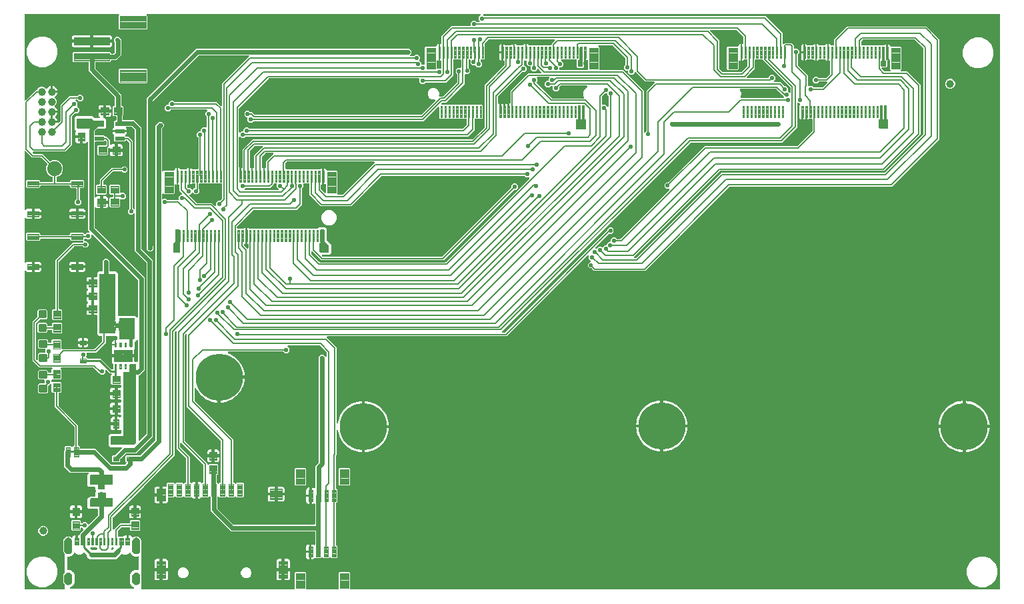
<source format=gtl>
G04 EAGLE Gerber RS-274X export*
G75*
%MOMM*%
%FSLAX34Y34*%
%LPD*%
%INTop Copper*%
%IPPOS*%
%AMOC8*
5,1,8,0,0,1.08239X$1,22.5*%
G01*
%ADD10C,0.102000*%
%ADD11C,0.096000*%
%ADD12C,6.000000*%
%ADD13C,0.100000*%
%ADD14C,0.099000*%
%ADD15C,0.300000*%
%ADD16C,0.654000*%
%ADD17C,1.000000*%
%ADD18C,0.100800*%
%ADD19C,0.099059*%
%ADD20C,1.879600*%
%ADD21C,0.101600*%
%ADD22C,0.104000*%
%ADD23C,0.105000*%
%ADD24C,0.098000*%
%ADD25C,0.558800*%
%ADD26C,0.203200*%
%ADD27C,0.558800*%
%ADD28C,0.604000*%
%ADD29C,0.254000*%

G36*
X344772Y2803D02*
X344772Y2803D01*
X344830Y2801D01*
X344912Y2823D01*
X344996Y2835D01*
X345049Y2858D01*
X345105Y2873D01*
X345178Y2916D01*
X345255Y2951D01*
X345300Y2989D01*
X345350Y3018D01*
X345408Y3080D01*
X345472Y3134D01*
X345504Y3183D01*
X345544Y3226D01*
X345583Y3301D01*
X345630Y3371D01*
X345647Y3427D01*
X345674Y3479D01*
X345685Y3547D01*
X345715Y3642D01*
X345718Y3742D01*
X345729Y3810D01*
X345729Y24295D01*
X346755Y25321D01*
X359245Y25321D01*
X360271Y24295D01*
X360271Y3810D01*
X360279Y3752D01*
X360277Y3694D01*
X360299Y3612D01*
X360311Y3528D01*
X360334Y3475D01*
X360349Y3419D01*
X360392Y3346D01*
X360427Y3269D01*
X360465Y3224D01*
X360494Y3174D01*
X360556Y3116D01*
X360610Y3052D01*
X360659Y3020D01*
X360702Y2980D01*
X360777Y2941D01*
X360847Y2894D01*
X360903Y2877D01*
X360955Y2850D01*
X361023Y2839D01*
X361118Y2809D01*
X361218Y2806D01*
X361286Y2795D01*
X400714Y2795D01*
X400772Y2803D01*
X400830Y2801D01*
X400912Y2823D01*
X400996Y2835D01*
X401049Y2858D01*
X401105Y2873D01*
X401178Y2916D01*
X401255Y2951D01*
X401300Y2989D01*
X401350Y3018D01*
X401408Y3080D01*
X401472Y3134D01*
X401504Y3183D01*
X401544Y3226D01*
X401583Y3301D01*
X401630Y3371D01*
X401647Y3427D01*
X401674Y3479D01*
X401685Y3547D01*
X401715Y3642D01*
X401718Y3742D01*
X401729Y3810D01*
X401729Y24295D01*
X402755Y25321D01*
X415245Y25321D01*
X416271Y24295D01*
X416271Y3810D01*
X416279Y3752D01*
X416277Y3694D01*
X416299Y3612D01*
X416311Y3528D01*
X416334Y3475D01*
X416349Y3419D01*
X416392Y3346D01*
X416427Y3269D01*
X416465Y3224D01*
X416494Y3174D01*
X416556Y3116D01*
X416610Y3052D01*
X416659Y3020D01*
X416702Y2980D01*
X416777Y2941D01*
X416847Y2894D01*
X416903Y2877D01*
X416955Y2850D01*
X417023Y2839D01*
X417118Y2809D01*
X417218Y2806D01*
X417286Y2795D01*
X1240790Y2795D01*
X1240848Y2803D01*
X1240906Y2801D01*
X1240988Y2823D01*
X1241072Y2835D01*
X1241125Y2858D01*
X1241181Y2873D01*
X1241254Y2916D01*
X1241331Y2951D01*
X1241376Y2989D01*
X1241426Y3018D01*
X1241484Y3080D01*
X1241548Y3134D01*
X1241580Y3183D01*
X1241620Y3226D01*
X1241659Y3301D01*
X1241706Y3371D01*
X1241723Y3427D01*
X1241750Y3479D01*
X1241761Y3547D01*
X1241791Y3642D01*
X1241794Y3742D01*
X1241805Y3810D01*
X1241805Y732790D01*
X1241798Y732843D01*
X1241799Y732876D01*
X1241798Y732879D01*
X1241799Y732906D01*
X1241777Y732988D01*
X1241765Y733072D01*
X1241742Y733125D01*
X1241727Y733181D01*
X1241684Y733254D01*
X1241649Y733331D01*
X1241611Y733376D01*
X1241582Y733426D01*
X1241520Y733484D01*
X1241466Y733548D01*
X1241417Y733580D01*
X1241374Y733620D01*
X1241299Y733659D01*
X1241229Y733706D01*
X1241173Y733723D01*
X1241121Y733750D01*
X1241053Y733761D01*
X1240958Y733791D01*
X1240858Y733794D01*
X1240790Y733805D01*
X586304Y733805D01*
X586275Y733801D01*
X586246Y733804D01*
X586135Y733781D01*
X586023Y733765D01*
X585996Y733753D01*
X585967Y733748D01*
X585866Y733695D01*
X585763Y733649D01*
X585741Y733630D01*
X585715Y733617D01*
X585633Y733539D01*
X585546Y733466D01*
X585530Y733441D01*
X585509Y733421D01*
X585451Y733323D01*
X585389Y733229D01*
X585380Y733201D01*
X585365Y733176D01*
X585337Y733066D01*
X585303Y732958D01*
X585302Y732928D01*
X585295Y732900D01*
X585298Y732787D01*
X585296Y732674D01*
X585303Y732645D01*
X585304Y732616D01*
X585339Y732508D01*
X585367Y732399D01*
X585382Y732373D01*
X585391Y732345D01*
X585437Y732281D01*
X585513Y732154D01*
X585541Y732128D01*
X585543Y732124D01*
X585562Y732106D01*
X585586Y732072D01*
X586348Y731310D01*
X586418Y731257D01*
X586482Y731198D01*
X586531Y731172D01*
X586576Y731139D01*
X586657Y731108D01*
X586735Y731068D01*
X586783Y731060D01*
X586841Y731038D01*
X586989Y731026D01*
X587066Y731013D01*
X944303Y731013D01*
X965627Y709689D01*
X965627Y696484D01*
X965631Y696455D01*
X965628Y696425D01*
X965651Y696314D01*
X965667Y696202D01*
X965679Y696175D01*
X965684Y696147D01*
X965737Y696046D01*
X965783Y695943D01*
X965802Y695920D01*
X965815Y695894D01*
X965893Y695812D01*
X965966Y695726D01*
X965991Y695710D01*
X966011Y695688D01*
X966109Y695631D01*
X966203Y695568D01*
X966231Y695559D01*
X966256Y695545D01*
X966366Y695517D01*
X966474Y695482D01*
X966504Y695482D01*
X966532Y695474D01*
X966645Y695478D01*
X966758Y695475D01*
X966787Y695483D01*
X966816Y695483D01*
X966924Y695518D01*
X967033Y695547D01*
X967059Y695562D01*
X967087Y695571D01*
X967151Y695617D01*
X967278Y695692D01*
X967321Y695738D01*
X967360Y695766D01*
X968571Y696977D01*
X977069Y696977D01*
X980187Y693859D01*
X980187Y690880D01*
X980195Y690822D01*
X980193Y690764D01*
X980215Y690682D01*
X980227Y690598D01*
X980250Y690545D01*
X980265Y690489D01*
X980308Y690416D01*
X980343Y690339D01*
X980381Y690294D01*
X980410Y690244D01*
X980472Y690186D01*
X980526Y690122D01*
X980575Y690090D01*
X980618Y690050D01*
X980693Y690011D01*
X980763Y689964D01*
X980819Y689947D01*
X980871Y689920D01*
X980939Y689909D01*
X981034Y689879D01*
X981134Y689876D01*
X981202Y689865D01*
X984664Y689865D01*
X987045Y687484D01*
X987045Y684116D01*
X985564Y682636D01*
X985512Y682566D01*
X985452Y682502D01*
X985426Y682453D01*
X985393Y682408D01*
X985362Y682327D01*
X985322Y682249D01*
X985314Y682201D01*
X985292Y682143D01*
X985280Y681995D01*
X985267Y681918D01*
X985267Y669388D01*
X985279Y669301D01*
X985282Y669214D01*
X985299Y669161D01*
X985307Y669106D01*
X985342Y669026D01*
X985369Y668943D01*
X985397Y668904D01*
X985423Y668847D01*
X985519Y668734D01*
X985564Y668670D01*
X997967Y656267D01*
X997967Y643454D01*
X997971Y643425D01*
X997968Y643396D01*
X997991Y643285D01*
X998007Y643173D01*
X998019Y643146D01*
X998024Y643117D01*
X998077Y643016D01*
X998123Y642913D01*
X998142Y642891D01*
X998155Y642865D01*
X998233Y642782D01*
X998306Y642696D01*
X998331Y642680D01*
X998351Y642659D01*
X998449Y642601D01*
X998543Y642539D01*
X998571Y642530D01*
X998596Y642515D01*
X998706Y642487D01*
X998814Y642453D01*
X998843Y642452D01*
X998872Y642445D01*
X998985Y642448D01*
X999098Y642446D01*
X999127Y642453D01*
X999156Y642454D01*
X999264Y642489D01*
X999373Y642517D01*
X999399Y642532D01*
X999427Y642541D01*
X999491Y642587D01*
X999547Y642621D01*
X1002952Y642621D01*
X1004432Y641140D01*
X1004502Y641088D01*
X1004566Y641028D01*
X1004615Y641002D01*
X1004659Y640969D01*
X1004741Y640938D01*
X1004819Y640898D01*
X1004867Y640890D01*
X1004925Y640868D01*
X1005073Y640856D01*
X1005150Y640843D01*
X1016398Y640843D01*
X1016485Y640855D01*
X1016572Y640858D01*
X1016625Y640875D01*
X1016680Y640883D01*
X1016760Y640918D01*
X1016843Y640945D01*
X1016882Y640973D01*
X1016939Y640999D01*
X1017052Y641095D01*
X1017116Y641140D01*
X1022196Y646220D01*
X1022214Y646244D01*
X1022236Y646263D01*
X1022299Y646357D01*
X1022367Y646447D01*
X1022378Y646475D01*
X1022394Y646499D01*
X1022428Y646607D01*
X1022468Y646713D01*
X1022471Y646742D01*
X1022480Y646770D01*
X1022483Y646884D01*
X1022492Y646996D01*
X1022486Y647025D01*
X1022487Y647054D01*
X1022458Y647164D01*
X1022436Y647275D01*
X1022422Y647301D01*
X1022415Y647329D01*
X1022357Y647427D01*
X1022305Y647527D01*
X1022285Y647549D01*
X1022270Y647574D01*
X1022187Y647651D01*
X1022109Y647733D01*
X1022084Y647748D01*
X1022063Y647768D01*
X1021962Y647820D01*
X1021864Y647877D01*
X1021836Y647884D01*
X1021809Y647898D01*
X1021732Y647911D01*
X1021588Y647947D01*
X1021526Y647945D01*
X1021478Y647953D01*
X1012262Y647953D01*
X1012176Y647941D01*
X1012088Y647938D01*
X1012036Y647921D01*
X1011981Y647913D01*
X1011901Y647878D01*
X1011818Y647851D01*
X1011778Y647823D01*
X1011721Y647797D01*
X1011608Y647701D01*
X1011544Y647656D01*
X1010064Y646175D01*
X1006696Y646175D01*
X1004315Y648556D01*
X1004315Y651924D01*
X1006696Y654305D01*
X1010064Y654305D01*
X1011544Y652824D01*
X1011614Y652772D01*
X1011678Y652712D01*
X1011727Y652686D01*
X1011772Y652653D01*
X1011853Y652622D01*
X1011931Y652582D01*
X1011979Y652574D01*
X1012037Y652552D01*
X1012185Y652540D01*
X1012262Y652527D01*
X1020220Y652527D01*
X1020307Y652539D01*
X1020394Y652542D01*
X1020447Y652559D01*
X1020502Y652567D01*
X1020582Y652602D01*
X1020665Y652629D01*
X1020704Y652657D01*
X1020761Y652683D01*
X1020874Y652779D01*
X1020938Y652824D01*
X1025756Y657642D01*
X1025808Y657712D01*
X1025868Y657776D01*
X1025894Y657825D01*
X1025927Y657869D01*
X1025958Y657951D01*
X1025998Y658029D01*
X1026006Y658076D01*
X1026028Y658135D01*
X1026040Y658282D01*
X1026053Y658360D01*
X1026053Y673950D01*
X1026046Y673999D01*
X1026049Y674048D01*
X1026027Y674139D01*
X1026013Y674232D01*
X1025994Y674276D01*
X1025982Y674324D01*
X1025936Y674406D01*
X1025897Y674491D01*
X1025866Y674528D01*
X1025841Y674571D01*
X1025774Y674637D01*
X1025714Y674708D01*
X1025673Y674735D01*
X1025638Y674769D01*
X1025555Y674814D01*
X1025477Y674866D01*
X1025430Y674881D01*
X1025387Y674904D01*
X1025295Y674923D01*
X1025206Y674952D01*
X1025157Y674953D01*
X1025109Y674963D01*
X1025035Y674956D01*
X1024922Y674959D01*
X1024838Y674937D01*
X1024775Y674931D01*
X1024731Y674919D01*
X1024355Y674919D01*
X1024355Y685210D01*
X1024355Y695501D01*
X1024732Y695501D01*
X1025508Y695293D01*
X1026203Y694891D01*
X1026566Y694528D01*
X1026636Y694476D01*
X1026700Y694416D01*
X1026749Y694390D01*
X1026794Y694357D01*
X1026875Y694326D01*
X1026953Y694286D01*
X1027001Y694278D01*
X1027059Y694256D01*
X1027207Y694244D01*
X1027284Y694231D01*
X1030038Y694231D01*
X1030096Y694239D01*
X1030154Y694237D01*
X1030236Y694259D01*
X1030320Y694271D01*
X1030373Y694294D01*
X1030429Y694309D01*
X1030502Y694352D01*
X1030579Y694387D01*
X1030624Y694425D01*
X1030674Y694454D01*
X1030732Y694516D01*
X1030796Y694570D01*
X1030828Y694619D01*
X1030868Y694662D01*
X1030907Y694737D01*
X1030954Y694807D01*
X1030971Y694863D01*
X1030998Y694915D01*
X1031009Y694983D01*
X1031039Y695078D01*
X1031042Y695178D01*
X1031053Y695246D01*
X1031053Y701547D01*
X1047565Y718059D01*
X1148497Y718059D01*
X1150134Y716422D01*
X1164591Y701965D01*
X1164591Y574385D01*
X1104809Y514603D01*
X898691Y514603D01*
X898605Y514591D01*
X898517Y514588D01*
X898465Y514571D01*
X898410Y514563D01*
X898330Y514528D01*
X898247Y514501D01*
X898207Y514473D01*
X898150Y514447D01*
X898037Y514351D01*
X897973Y514306D01*
X791337Y407669D01*
X726509Y407669D01*
X723504Y410674D01*
X723434Y410726D01*
X723370Y410786D01*
X723321Y410812D01*
X723277Y410845D01*
X723195Y410876D01*
X723117Y410916D01*
X723070Y410924D01*
X723011Y410946D01*
X722864Y410958D01*
X722786Y410971D01*
X720692Y410971D01*
X718311Y413352D01*
X718311Y416720D01*
X720692Y419101D01*
X721288Y419101D01*
X721317Y419105D01*
X721346Y419102D01*
X721457Y419125D01*
X721569Y419141D01*
X721596Y419153D01*
X721625Y419158D01*
X721725Y419211D01*
X721829Y419257D01*
X721851Y419276D01*
X721877Y419289D01*
X721959Y419367D01*
X722046Y419440D01*
X722062Y419465D01*
X722083Y419485D01*
X722141Y419583D01*
X722203Y419677D01*
X722212Y419705D01*
X722227Y419730D01*
X722255Y419840D01*
X722289Y419948D01*
X722290Y419978D01*
X722297Y420006D01*
X722294Y420119D01*
X722296Y420232D01*
X722289Y420261D01*
X722288Y420290D01*
X722253Y420398D01*
X722225Y420507D01*
X722210Y420533D01*
X722201Y420561D01*
X722155Y420624D01*
X722079Y420752D01*
X722034Y420795D01*
X722006Y420834D01*
X719581Y423258D01*
X719581Y426622D01*
X719577Y426651D01*
X719580Y426681D01*
X719557Y426792D01*
X719541Y426904D01*
X719529Y426931D01*
X719524Y426959D01*
X719472Y427060D01*
X719425Y427163D01*
X719406Y427186D01*
X719393Y427212D01*
X719315Y427294D01*
X719242Y427380D01*
X719217Y427396D01*
X719197Y427418D01*
X719099Y427475D01*
X719005Y427538D01*
X718977Y427547D01*
X718952Y427561D01*
X718842Y427589D01*
X718734Y427624D01*
X718704Y427624D01*
X718676Y427632D01*
X718563Y427628D01*
X718450Y427631D01*
X718421Y427623D01*
X718392Y427623D01*
X718284Y427588D01*
X718175Y427559D01*
X718149Y427544D01*
X718121Y427535D01*
X718058Y427490D01*
X717930Y427414D01*
X717887Y427368D01*
X717848Y427340D01*
X615119Y324611D01*
X387702Y324611D01*
X387673Y324607D01*
X387643Y324610D01*
X387532Y324587D01*
X387420Y324571D01*
X387393Y324559D01*
X387365Y324554D01*
X387264Y324501D01*
X387161Y324455D01*
X387138Y324436D01*
X387112Y324423D01*
X387030Y324345D01*
X386944Y324272D01*
X386928Y324247D01*
X386906Y324227D01*
X386849Y324129D01*
X386786Y324035D01*
X386777Y324007D01*
X386763Y323982D01*
X386735Y323872D01*
X386700Y323764D01*
X386700Y323734D01*
X386692Y323706D01*
X386696Y323593D01*
X386693Y323480D01*
X386701Y323451D01*
X386701Y323422D01*
X386736Y323314D01*
X386765Y323205D01*
X386780Y323179D01*
X386789Y323151D01*
X386835Y323087D01*
X386910Y322960D01*
X386956Y322917D01*
X386984Y322878D01*
X388156Y321706D01*
X399035Y310827D01*
X399035Y215150D01*
X399041Y215107D01*
X399038Y215064D01*
X399061Y214967D01*
X399075Y214868D01*
X399092Y214829D01*
X399102Y214787D01*
X399150Y214700D01*
X399191Y214609D01*
X399219Y214576D01*
X399240Y214538D01*
X399310Y214468D01*
X399374Y214392D01*
X399410Y214368D01*
X399441Y214338D01*
X399528Y214290D01*
X399611Y214234D01*
X399652Y214221D01*
X399690Y214201D01*
X399787Y214179D01*
X399882Y214149D01*
X399925Y214147D01*
X399967Y214138D01*
X400067Y214144D01*
X400166Y214141D01*
X400208Y214152D01*
X400251Y214155D01*
X400345Y214188D01*
X400441Y214213D01*
X400478Y214235D01*
X400519Y214250D01*
X400600Y214308D01*
X400686Y214358D01*
X400715Y214390D01*
X400750Y214415D01*
X400812Y214493D01*
X400880Y214566D01*
X400900Y214604D01*
X400927Y214638D01*
X400954Y214709D01*
X401010Y214819D01*
X401021Y214887D01*
X401046Y214952D01*
X401596Y217720D01*
X402524Y220780D01*
X403748Y223734D01*
X405255Y226554D01*
X407031Y229212D01*
X409060Y231684D01*
X411320Y233944D01*
X413792Y235973D01*
X416450Y237749D01*
X419270Y239256D01*
X422224Y240480D01*
X425284Y241408D01*
X428419Y242031D01*
X431169Y242302D01*
X431169Y210820D01*
X431177Y210762D01*
X431175Y210704D01*
X431197Y210622D01*
X431209Y210539D01*
X431233Y210485D01*
X431247Y210429D01*
X431290Y210356D01*
X431325Y210279D01*
X431363Y210235D01*
X431393Y210184D01*
X431454Y210127D01*
X431509Y210062D01*
X431557Y210030D01*
X431600Y209990D01*
X431675Y209951D01*
X431745Y209905D01*
X431801Y209887D01*
X431853Y209860D01*
X431921Y209849D01*
X432016Y209819D01*
X432116Y209816D01*
X432184Y209805D01*
X433201Y209805D01*
X433201Y209803D01*
X432184Y209803D01*
X432126Y209795D01*
X432068Y209796D01*
X431986Y209775D01*
X431903Y209763D01*
X431849Y209739D01*
X431793Y209725D01*
X431720Y209682D01*
X431643Y209647D01*
X431598Y209609D01*
X431548Y209579D01*
X431490Y209518D01*
X431426Y209463D01*
X431394Y209415D01*
X431354Y209372D01*
X431315Y209297D01*
X431269Y209227D01*
X431251Y209171D01*
X431224Y209119D01*
X431213Y209051D01*
X431183Y208956D01*
X431180Y208856D01*
X431169Y208788D01*
X431169Y177306D01*
X428419Y177577D01*
X425284Y178200D01*
X422224Y179128D01*
X419270Y180352D01*
X416450Y181859D01*
X413792Y183635D01*
X411320Y185664D01*
X409060Y187924D01*
X407031Y190396D01*
X405255Y193054D01*
X403748Y195874D01*
X402524Y198828D01*
X401596Y201888D01*
X401046Y204656D01*
X401031Y204697D01*
X401025Y204740D01*
X400985Y204831D01*
X400952Y204925D01*
X400927Y204960D01*
X400909Y204999D01*
X400845Y205075D01*
X400787Y205156D01*
X400753Y205183D01*
X400725Y205216D01*
X400643Y205271D01*
X400565Y205333D01*
X400525Y205350D01*
X400489Y205374D01*
X400394Y205404D01*
X400302Y205442D01*
X400259Y205446D01*
X400218Y205459D01*
X400118Y205462D01*
X400019Y205473D01*
X399977Y205466D01*
X399934Y205467D01*
X399837Y205442D01*
X399739Y205425D01*
X399700Y205406D01*
X399659Y205395D01*
X399573Y205344D01*
X399483Y205301D01*
X399451Y205272D01*
X399414Y205250D01*
X399346Y205177D01*
X399272Y205110D01*
X399249Y205074D01*
X399220Y205042D01*
X399174Y204954D01*
X399122Y204869D01*
X399110Y204828D01*
X399090Y204789D01*
X399078Y204714D01*
X399044Y204596D01*
X399046Y204526D01*
X399035Y204458D01*
X399035Y173805D01*
X398804Y173574D01*
X398752Y173504D01*
X398692Y173440D01*
X398666Y173391D01*
X398633Y173347D01*
X398602Y173265D01*
X398562Y173187D01*
X398554Y173140D01*
X398532Y173081D01*
X398520Y172934D01*
X398507Y172856D01*
X398507Y132086D01*
X398515Y132028D01*
X398513Y131970D01*
X398535Y131888D01*
X398547Y131804D01*
X398570Y131751D01*
X398585Y131695D01*
X398628Y131622D01*
X398663Y131545D01*
X398701Y131500D01*
X398730Y131450D01*
X398792Y131392D01*
X398846Y131328D01*
X398895Y131296D01*
X398938Y131256D01*
X399013Y131217D01*
X399083Y131170D01*
X399139Y131153D01*
X399191Y131126D01*
X399259Y131115D01*
X399354Y131085D01*
X399436Y131083D01*
X400491Y130028D01*
X400491Y114072D01*
X399440Y113022D01*
X399406Y113023D01*
X399324Y113001D01*
X399240Y112989D01*
X399187Y112966D01*
X399131Y112951D01*
X399058Y112908D01*
X398981Y112873D01*
X398936Y112835D01*
X398886Y112806D01*
X398828Y112744D01*
X398764Y112690D01*
X398732Y112641D01*
X398692Y112598D01*
X398653Y112523D01*
X398606Y112453D01*
X398589Y112397D01*
X398562Y112345D01*
X398551Y112277D01*
X398521Y112182D01*
X398518Y112082D01*
X398507Y112014D01*
X398507Y59836D01*
X398515Y59778D01*
X398513Y59720D01*
X398535Y59638D01*
X398547Y59554D01*
X398570Y59501D01*
X398585Y59445D01*
X398628Y59372D01*
X398663Y59295D01*
X398701Y59250D01*
X398730Y59200D01*
X398792Y59142D01*
X398846Y59078D01*
X398895Y59046D01*
X398938Y59006D01*
X399013Y58967D01*
X399083Y58920D01*
X399139Y58903D01*
X399152Y58896D01*
X400271Y57778D01*
X400271Y43822D01*
X399228Y42779D01*
X392772Y42779D01*
X391718Y43834D01*
X391671Y43869D01*
X391631Y43911D01*
X391558Y43954D01*
X391491Y44005D01*
X391436Y44026D01*
X391386Y44055D01*
X391304Y44076D01*
X391225Y44106D01*
X391167Y44111D01*
X391110Y44125D01*
X391026Y44122D01*
X390942Y44129D01*
X390884Y44118D01*
X390826Y44116D01*
X390746Y44090D01*
X390663Y44074D01*
X390611Y44047D01*
X390555Y44029D01*
X390499Y43988D01*
X390411Y43943D01*
X390338Y43874D01*
X390282Y43834D01*
X389228Y42779D01*
X382772Y42779D01*
X381718Y43834D01*
X381671Y43869D01*
X381631Y43911D01*
X381558Y43954D01*
X381491Y44005D01*
X381436Y44026D01*
X381386Y44055D01*
X381304Y44076D01*
X381225Y44106D01*
X381167Y44111D01*
X381110Y44125D01*
X381026Y44122D01*
X380942Y44129D01*
X380884Y44118D01*
X380826Y44116D01*
X380746Y44090D01*
X380663Y44074D01*
X380611Y44047D01*
X380555Y44029D01*
X380499Y43988D01*
X380411Y43943D01*
X380338Y43874D01*
X380282Y43834D01*
X379228Y42779D01*
X372772Y42779D01*
X372575Y42977D01*
X372536Y43006D01*
X372503Y43042D01*
X372422Y43092D01*
X372347Y43148D01*
X372302Y43165D01*
X372260Y43191D01*
X372169Y43216D01*
X372082Y43249D01*
X372033Y43253D01*
X371986Y43266D01*
X371892Y43265D01*
X371798Y43273D01*
X371750Y43263D01*
X371702Y43263D01*
X371612Y43235D01*
X371520Y43217D01*
X371476Y43194D01*
X371430Y43180D01*
X371351Y43129D01*
X371267Y43086D01*
X371232Y43052D01*
X371191Y43026D01*
X371144Y42969D01*
X371061Y42890D01*
X371017Y42815D01*
X370977Y42767D01*
X370931Y42687D01*
X370363Y42119D01*
X369668Y41717D01*
X368892Y41509D01*
X367499Y41509D01*
X367499Y50316D01*
X367491Y50374D01*
X367493Y50432D01*
X367471Y50514D01*
X367459Y50597D01*
X367436Y50651D01*
X367421Y50707D01*
X367378Y50780D01*
X367369Y50799D01*
X367400Y50845D01*
X367417Y50901D01*
X367444Y50953D01*
X367455Y51021D01*
X367485Y51116D01*
X367488Y51216D01*
X367499Y51284D01*
X367499Y60091D01*
X368892Y60091D01*
X369668Y59883D01*
X370412Y59453D01*
X370449Y59438D01*
X370481Y59417D01*
X370580Y59385D01*
X370676Y59347D01*
X370715Y59343D01*
X370752Y59331D01*
X370856Y59328D01*
X370959Y59318D01*
X370997Y59324D01*
X371036Y59323D01*
X371137Y59350D01*
X371239Y59368D01*
X371274Y59385D01*
X371311Y59395D01*
X371400Y59448D01*
X371493Y59494D01*
X371522Y59521D01*
X371556Y59541D01*
X371627Y59616D01*
X371703Y59686D01*
X371724Y59719D01*
X371750Y59748D01*
X371798Y59840D01*
X371852Y59928D01*
X371862Y59966D01*
X371880Y60001D01*
X371893Y60078D01*
X371927Y60203D01*
X371926Y60277D01*
X371935Y60332D01*
X371935Y76200D01*
X371927Y76258D01*
X371929Y76316D01*
X371907Y76398D01*
X371895Y76482D01*
X371872Y76535D01*
X371857Y76591D01*
X371814Y76664D01*
X371779Y76741D01*
X371741Y76786D01*
X371712Y76836D01*
X371650Y76894D01*
X371596Y76958D01*
X371547Y76990D01*
X371504Y77030D01*
X371429Y77069D01*
X371359Y77116D01*
X371303Y77133D01*
X371251Y77160D01*
X371183Y77171D01*
X371088Y77201D01*
X370988Y77204D01*
X370920Y77215D01*
X265016Y77215D01*
X239435Y102796D01*
X239435Y119785D01*
X239423Y119871D01*
X239420Y119959D01*
X239403Y120011D01*
X239395Y120066D01*
X239360Y120146D01*
X239333Y120229D01*
X239305Y120268D01*
X239279Y120326D01*
X239183Y120439D01*
X239138Y120503D01*
X238718Y120923D01*
X238671Y120958D01*
X238631Y121000D01*
X238558Y121043D01*
X238491Y121093D01*
X238436Y121114D01*
X238386Y121144D01*
X238304Y121165D01*
X238225Y121195D01*
X238167Y121200D01*
X238110Y121214D01*
X238026Y121211D01*
X237942Y121218D01*
X237884Y121207D01*
X237826Y121205D01*
X237746Y121179D01*
X237663Y121162D01*
X237611Y121135D01*
X237555Y121117D01*
X237499Y121077D01*
X237411Y121031D01*
X237338Y120963D01*
X237282Y120923D01*
X236219Y119859D01*
X228781Y119859D01*
X228574Y120067D01*
X228535Y120096D01*
X228502Y120132D01*
X228421Y120181D01*
X228347Y120238D01*
X228301Y120255D01*
X228259Y120280D01*
X228169Y120305D01*
X228081Y120339D01*
X228032Y120343D01*
X227985Y120356D01*
X227891Y120355D01*
X227798Y120362D01*
X227750Y120353D01*
X227701Y120352D01*
X227611Y120325D01*
X227519Y120307D01*
X227475Y120284D01*
X227429Y120270D01*
X227350Y120219D01*
X227267Y120176D01*
X227231Y120142D01*
X227190Y120115D01*
X227143Y120058D01*
X227060Y119980D01*
X227016Y119905D01*
X226977Y119856D01*
X226928Y119772D01*
X226357Y119202D01*
X225658Y118798D01*
X224879Y118589D01*
X223249Y118589D01*
X223249Y128396D01*
X223241Y128454D01*
X223243Y128512D01*
X223221Y128594D01*
X223209Y128677D01*
X223186Y128731D01*
X223171Y128787D01*
X223128Y128860D01*
X223093Y128937D01*
X223055Y128981D01*
X223026Y129032D01*
X222964Y129089D01*
X222927Y129133D01*
X222928Y129134D01*
X222992Y129189D01*
X223024Y129237D01*
X223064Y129280D01*
X223103Y129355D01*
X223150Y129425D01*
X223167Y129481D01*
X223194Y129533D01*
X223205Y129601D01*
X223235Y129696D01*
X223238Y129796D01*
X223249Y129864D01*
X223249Y139671D01*
X224879Y139671D01*
X225658Y139462D01*
X226357Y139058D01*
X226928Y138488D01*
X226977Y138404D01*
X227007Y138365D01*
X227029Y138322D01*
X227094Y138254D01*
X227152Y138180D01*
X227191Y138151D01*
X227225Y138116D01*
X227306Y138068D01*
X227382Y138013D01*
X227428Y137997D01*
X227470Y137972D01*
X227561Y137949D01*
X227650Y137917D01*
X227699Y137914D01*
X227746Y137902D01*
X227840Y137905D01*
X227934Y137899D01*
X227981Y137909D01*
X228030Y137911D01*
X228119Y137940D01*
X228211Y137960D01*
X228254Y137983D01*
X228300Y137998D01*
X228361Y138041D01*
X228461Y138096D01*
X228523Y138157D01*
X228574Y138193D01*
X228781Y138401D01*
X229198Y138401D01*
X229256Y138409D01*
X229314Y138407D01*
X229396Y138429D01*
X229480Y138441D01*
X229533Y138464D01*
X229589Y138479D01*
X229662Y138522D01*
X229739Y138557D01*
X229784Y138595D01*
X229834Y138624D01*
X229892Y138686D01*
X229956Y138740D01*
X229988Y138789D01*
X230028Y138832D01*
X230067Y138907D01*
X230114Y138977D01*
X230131Y139033D01*
X230158Y139085D01*
X230169Y139153D01*
X230199Y139248D01*
X230202Y139348D01*
X230213Y139416D01*
X230213Y160594D01*
X230201Y160681D01*
X230198Y160768D01*
X230181Y160821D01*
X230173Y160876D01*
X230138Y160956D01*
X230111Y161039D01*
X230083Y161078D01*
X230057Y161135D01*
X229961Y161248D01*
X229916Y161312D01*
X202328Y188900D01*
X202304Y188918D01*
X202285Y188940D01*
X202191Y189003D01*
X202101Y189071D01*
X202073Y189082D01*
X202049Y189098D01*
X201941Y189132D01*
X201835Y189172D01*
X201806Y189175D01*
X201778Y189184D01*
X201664Y189187D01*
X201552Y189196D01*
X201523Y189190D01*
X201494Y189191D01*
X201384Y189162D01*
X201273Y189140D01*
X201247Y189126D01*
X201219Y189119D01*
X201121Y189061D01*
X201021Y189009D01*
X200999Y188989D01*
X200974Y188974D01*
X200897Y188891D01*
X200815Y188813D01*
X200800Y188788D01*
X200780Y188767D01*
X200728Y188666D01*
X200671Y188568D01*
X200664Y188540D01*
X200650Y188513D01*
X200637Y188436D01*
X200601Y188292D01*
X200603Y188230D01*
X200595Y188182D01*
X200595Y183994D01*
X200607Y183907D01*
X200610Y183820D01*
X200627Y183767D01*
X200635Y183712D01*
X200670Y183632D01*
X200697Y183549D01*
X200725Y183510D01*
X200751Y183453D01*
X200847Y183340D01*
X200892Y183276D01*
X212787Y171381D01*
X212787Y139416D01*
X212795Y139358D01*
X212793Y139300D01*
X212815Y139218D01*
X212827Y139134D01*
X212850Y139081D01*
X212865Y139025D01*
X212908Y138952D01*
X212943Y138875D01*
X212981Y138830D01*
X213010Y138780D01*
X213072Y138722D01*
X213126Y138658D01*
X213175Y138626D01*
X213218Y138586D01*
X213293Y138547D01*
X213363Y138500D01*
X213419Y138483D01*
X213471Y138456D01*
X213539Y138445D01*
X213634Y138415D01*
X213734Y138412D01*
X213802Y138401D01*
X214219Y138401D01*
X214426Y138193D01*
X214465Y138164D01*
X214498Y138128D01*
X214579Y138079D01*
X214653Y138022D01*
X214699Y138005D01*
X214741Y137980D01*
X214831Y137955D01*
X214919Y137921D01*
X214968Y137917D01*
X215015Y137904D01*
X215109Y137905D01*
X215202Y137898D01*
X215250Y137907D01*
X215299Y137908D01*
X215389Y137935D01*
X215481Y137953D01*
X215525Y137976D01*
X215571Y137990D01*
X215650Y138041D01*
X215733Y138084D01*
X215769Y138118D01*
X215810Y138145D01*
X215857Y138202D01*
X215940Y138280D01*
X215984Y138355D01*
X216023Y138404D01*
X216072Y138488D01*
X216643Y139058D01*
X217342Y139462D01*
X218121Y139671D01*
X219751Y139671D01*
X219751Y129864D01*
X219759Y129806D01*
X219757Y129748D01*
X219779Y129666D01*
X219791Y129583D01*
X219814Y129529D01*
X219829Y129473D01*
X219872Y129400D01*
X219907Y129323D01*
X219945Y129279D01*
X219974Y129228D01*
X220036Y129171D01*
X220073Y129127D01*
X220072Y129126D01*
X220008Y129071D01*
X219976Y129023D01*
X219936Y128980D01*
X219897Y128905D01*
X219850Y128835D01*
X219833Y128779D01*
X219806Y128727D01*
X219795Y128659D01*
X219765Y128564D01*
X219762Y128464D01*
X219751Y128396D01*
X219751Y118589D01*
X218121Y118589D01*
X217342Y118798D01*
X216643Y119202D01*
X216072Y119772D01*
X216023Y119856D01*
X215993Y119895D01*
X215971Y119938D01*
X215906Y120006D01*
X215848Y120080D01*
X215809Y120109D01*
X215775Y120144D01*
X215694Y120192D01*
X215618Y120247D01*
X215572Y120263D01*
X215530Y120288D01*
X215439Y120311D01*
X215350Y120343D01*
X215302Y120346D01*
X215254Y120358D01*
X215160Y120355D01*
X215067Y120361D01*
X215019Y120351D01*
X214970Y120349D01*
X214881Y120320D01*
X214789Y120300D01*
X214746Y120277D01*
X214700Y120262D01*
X214639Y120219D01*
X214539Y120164D01*
X214477Y120103D01*
X214426Y120067D01*
X214219Y119859D01*
X206781Y119859D01*
X205718Y120923D01*
X205671Y120958D01*
X205631Y121000D01*
X205558Y121043D01*
X205491Y121093D01*
X205436Y121114D01*
X205386Y121144D01*
X205304Y121165D01*
X205225Y121195D01*
X205167Y121200D01*
X205110Y121214D01*
X205026Y121211D01*
X204942Y121218D01*
X204884Y121207D01*
X204826Y121205D01*
X204746Y121179D01*
X204663Y121162D01*
X204611Y121135D01*
X204555Y121117D01*
X204499Y121077D01*
X204411Y121031D01*
X204338Y120963D01*
X204282Y120923D01*
X203219Y119859D01*
X195781Y119859D01*
X194718Y120923D01*
X194671Y120958D01*
X194631Y121000D01*
X194558Y121043D01*
X194491Y121093D01*
X194436Y121114D01*
X194386Y121144D01*
X194304Y121165D01*
X194225Y121195D01*
X194167Y121200D01*
X194110Y121214D01*
X194026Y121211D01*
X193942Y121218D01*
X193884Y121207D01*
X193826Y121205D01*
X193746Y121179D01*
X193663Y121162D01*
X193611Y121135D01*
X193555Y121117D01*
X193499Y121077D01*
X193411Y121031D01*
X193338Y120963D01*
X193282Y120923D01*
X192219Y119859D01*
X186056Y119859D01*
X185998Y119851D01*
X185940Y119853D01*
X185858Y119831D01*
X185774Y119819D01*
X185721Y119796D01*
X185665Y119781D01*
X185592Y119738D01*
X185515Y119703D01*
X185470Y119665D01*
X185420Y119636D01*
X185362Y119574D01*
X185298Y119520D01*
X185266Y119471D01*
X185226Y119428D01*
X185187Y119353D01*
X185140Y119283D01*
X185123Y119227D01*
X185096Y119175D01*
X185085Y119107D01*
X185055Y119012D01*
X185052Y118912D01*
X185041Y118844D01*
X185041Y115212D01*
X184835Y114444D01*
X184437Y113755D01*
X183875Y113193D01*
X183186Y112795D01*
X182418Y112589D01*
X178531Y112589D01*
X178531Y122114D01*
X178523Y122172D01*
X178524Y122230D01*
X178503Y122312D01*
X178491Y122395D01*
X178467Y122449D01*
X178453Y122505D01*
X178410Y122578D01*
X178375Y122655D01*
X178337Y122699D01*
X178307Y122750D01*
X178246Y122807D01*
X178191Y122872D01*
X178143Y122904D01*
X178100Y122944D01*
X178025Y122983D01*
X177955Y123029D01*
X177899Y123047D01*
X177847Y123074D01*
X177779Y123085D01*
X177684Y123115D01*
X177584Y123118D01*
X177516Y123129D01*
X176499Y123129D01*
X176499Y123131D01*
X177516Y123131D01*
X177574Y123139D01*
X177632Y123138D01*
X177714Y123159D01*
X177797Y123171D01*
X177851Y123195D01*
X177907Y123209D01*
X177980Y123252D01*
X178057Y123287D01*
X178101Y123325D01*
X178152Y123355D01*
X178209Y123416D01*
X178274Y123471D01*
X178306Y123519D01*
X178346Y123562D01*
X178385Y123637D01*
X178431Y123707D01*
X178449Y123763D01*
X178476Y123815D01*
X178487Y123883D01*
X178517Y123978D01*
X178520Y124078D01*
X178531Y124146D01*
X178531Y133671D01*
X182418Y133671D01*
X182451Y133662D01*
X182500Y133656D01*
X182546Y133641D01*
X182640Y133639D01*
X182733Y133627D01*
X182782Y133635D01*
X182830Y133634D01*
X182921Y133658D01*
X183014Y133672D01*
X183058Y133693D01*
X183105Y133706D01*
X183186Y133754D01*
X183271Y133794D01*
X183308Y133826D01*
X183350Y133851D01*
X183414Y133919D01*
X183485Y133981D01*
X183511Y134023D01*
X183544Y134058D01*
X183587Y134142D01*
X183638Y134221D01*
X183652Y134268D01*
X183674Y134311D01*
X183686Y134384D01*
X183718Y134494D01*
X183719Y134581D01*
X183729Y134642D01*
X183729Y137349D01*
X184781Y138401D01*
X192219Y138401D01*
X193282Y137337D01*
X193329Y137302D01*
X193369Y137260D01*
X193442Y137217D01*
X193509Y137167D01*
X193564Y137146D01*
X193614Y137116D01*
X193696Y137095D01*
X193775Y137065D01*
X193833Y137060D01*
X193890Y137046D01*
X193974Y137049D01*
X194058Y137042D01*
X194116Y137053D01*
X194174Y137055D01*
X194254Y137081D01*
X194337Y137098D01*
X194389Y137125D01*
X194445Y137143D01*
X194501Y137183D01*
X194589Y137229D01*
X194662Y137297D01*
X194718Y137337D01*
X195781Y138401D01*
X203219Y138401D01*
X204282Y137337D01*
X204329Y137302D01*
X204369Y137260D01*
X204442Y137217D01*
X204509Y137167D01*
X204564Y137146D01*
X204614Y137116D01*
X204696Y137095D01*
X204775Y137065D01*
X204833Y137060D01*
X204890Y137046D01*
X204974Y137049D01*
X205058Y137042D01*
X205116Y137053D01*
X205174Y137055D01*
X205254Y137081D01*
X205337Y137098D01*
X205389Y137125D01*
X205445Y137143D01*
X205501Y137183D01*
X205589Y137229D01*
X205662Y137297D01*
X205718Y137337D01*
X206781Y138401D01*
X207198Y138401D01*
X207256Y138409D01*
X207314Y138407D01*
X207396Y138429D01*
X207480Y138441D01*
X207533Y138464D01*
X207589Y138479D01*
X207662Y138522D01*
X207739Y138557D01*
X207784Y138595D01*
X207834Y138624D01*
X207892Y138686D01*
X207956Y138740D01*
X207988Y138789D01*
X208028Y138832D01*
X208067Y138907D01*
X208114Y138977D01*
X208131Y139033D01*
X208158Y139085D01*
X208169Y139153D01*
X208199Y139248D01*
X208202Y139348D01*
X208213Y139416D01*
X208213Y169066D01*
X208201Y169153D01*
X208198Y169240D01*
X208181Y169293D01*
X208173Y169348D01*
X208138Y169428D01*
X208111Y169511D01*
X208083Y169550D01*
X208057Y169607D01*
X207961Y169720D01*
X207916Y169784D01*
X196021Y181679D01*
X196021Y330036D01*
X196017Y330065D01*
X196020Y330095D01*
X195997Y330206D01*
X195981Y330318D01*
X195969Y330345D01*
X195964Y330373D01*
X195912Y330474D01*
X195865Y330577D01*
X195846Y330600D01*
X195833Y330626D01*
X195755Y330708D01*
X195682Y330794D01*
X195657Y330810D01*
X195637Y330832D01*
X195539Y330889D01*
X195445Y330952D01*
X195417Y330961D01*
X195392Y330976D01*
X195282Y331003D01*
X195174Y331038D01*
X195145Y331038D01*
X195116Y331046D01*
X195003Y331042D01*
X194890Y331045D01*
X194861Y331037D01*
X194832Y331037D01*
X194724Y331002D01*
X194615Y330973D01*
X194589Y330958D01*
X194561Y330949D01*
X194497Y330903D01*
X194370Y330828D01*
X194327Y330782D01*
X194288Y330754D01*
X193864Y330330D01*
X193812Y330260D01*
X193752Y330197D01*
X193726Y330147D01*
X193693Y330103D01*
X193662Y330021D01*
X193622Y329943D01*
X193614Y329896D01*
X193592Y329837D01*
X193580Y329690D01*
X193567Y329612D01*
X193567Y172963D01*
X154418Y133814D01*
X115360Y94756D01*
X115308Y94687D01*
X115248Y94623D01*
X115222Y94573D01*
X115189Y94529D01*
X115158Y94447D01*
X115118Y94370D01*
X115110Y94322D01*
X115088Y94264D01*
X115076Y94116D01*
X115063Y94038D01*
X115063Y80108D01*
X115067Y80079D01*
X115064Y80049D01*
X115087Y79938D01*
X115103Y79826D01*
X115115Y79799D01*
X115120Y79771D01*
X115172Y79670D01*
X115219Y79567D01*
X115238Y79544D01*
X115251Y79518D01*
X115329Y79436D01*
X115402Y79350D01*
X115427Y79333D01*
X115447Y79312D01*
X115545Y79255D01*
X115639Y79192D01*
X115667Y79183D01*
X115692Y79169D01*
X115802Y79141D01*
X115910Y79106D01*
X115940Y79106D01*
X115968Y79098D01*
X116081Y79102D01*
X116194Y79099D01*
X116223Y79107D01*
X116252Y79107D01*
X116360Y79142D01*
X116469Y79171D01*
X116495Y79186D01*
X116523Y79195D01*
X116586Y79240D01*
X116714Y79316D01*
X116757Y79362D01*
X116796Y79390D01*
X122520Y85114D01*
X124157Y86751D01*
X135970Y86751D01*
X136028Y86759D01*
X136086Y86757D01*
X136168Y86779D01*
X136252Y86791D01*
X136305Y86814D01*
X136361Y86829D01*
X136434Y86872D01*
X136511Y86907D01*
X136556Y86945D01*
X136606Y86974D01*
X136664Y87036D01*
X136728Y87090D01*
X136760Y87139D01*
X136800Y87182D01*
X136839Y87257D01*
X136886Y87327D01*
X136903Y87383D01*
X136930Y87435D01*
X136941Y87503D01*
X136971Y87598D01*
X136974Y87698D01*
X136985Y87766D01*
X136985Y90198D01*
X138022Y91235D01*
X148490Y91235D01*
X149527Y90198D01*
X149527Y78730D01*
X148490Y77693D01*
X138022Y77693D01*
X136985Y78730D01*
X136985Y81162D01*
X136977Y81220D01*
X136979Y81278D01*
X136957Y81360D01*
X136945Y81444D01*
X136922Y81497D01*
X136907Y81553D01*
X136864Y81626D01*
X136829Y81703D01*
X136791Y81748D01*
X136762Y81798D01*
X136700Y81856D01*
X136646Y81920D01*
X136597Y81952D01*
X136554Y81992D01*
X136479Y82031D01*
X136409Y82078D01*
X136353Y82095D01*
X136301Y82122D01*
X136233Y82133D01*
X136138Y82163D01*
X136038Y82166D01*
X135970Y82177D01*
X126472Y82177D01*
X126385Y82165D01*
X126298Y82162D01*
X126245Y82145D01*
X126190Y82137D01*
X126110Y82102D01*
X126027Y82075D01*
X125988Y82047D01*
X125931Y82021D01*
X125818Y81925D01*
X125754Y81880D01*
X121684Y77810D01*
X121632Y77740D01*
X121572Y77676D01*
X121546Y77627D01*
X121513Y77583D01*
X121482Y77501D01*
X121442Y77423D01*
X121434Y77376D01*
X121412Y77317D01*
X121400Y77170D01*
X121387Y77092D01*
X121387Y71400D01*
X121391Y71371D01*
X121388Y71341D01*
X121411Y71231D01*
X121427Y71119D01*
X121439Y71092D01*
X121444Y71063D01*
X121497Y70963D01*
X121543Y70859D01*
X121562Y70837D01*
X121575Y70810D01*
X121653Y70728D01*
X121726Y70642D01*
X121751Y70626D01*
X121771Y70604D01*
X121869Y70547D01*
X121963Y70485D01*
X121991Y70476D01*
X122017Y70461D01*
X122126Y70433D01*
X122234Y70399D01*
X122264Y70398D01*
X122292Y70391D01*
X122405Y70394D01*
X122518Y70392D01*
X122547Y70399D01*
X122576Y70400D01*
X122684Y70435D01*
X128406Y70435D01*
X128492Y70447D01*
X128580Y70450D01*
X128632Y70467D01*
X128687Y70475D01*
X128767Y70510D01*
X128850Y70537D01*
X128890Y70565D01*
X128947Y70591D01*
X129060Y70687D01*
X129124Y70732D01*
X129487Y71095D01*
X130182Y71497D01*
X130958Y71705D01*
X132351Y71705D01*
X132351Y68580D01*
X132359Y68522D01*
X132357Y68464D01*
X132379Y68382D01*
X132391Y68298D01*
X132414Y68245D01*
X132429Y68189D01*
X132472Y68116D01*
X132507Y68039D01*
X132545Y67994D01*
X132574Y67944D01*
X132636Y67886D01*
X132690Y67822D01*
X132739Y67790D01*
X132782Y67750D01*
X132857Y67711D01*
X132927Y67664D01*
X132983Y67647D01*
X133035Y67620D01*
X133103Y67609D01*
X133198Y67579D01*
X133298Y67576D01*
X133366Y67565D01*
X134334Y67565D01*
X134392Y67573D01*
X134450Y67571D01*
X134532Y67593D01*
X134616Y67605D01*
X134669Y67628D01*
X134725Y67643D01*
X134798Y67686D01*
X134875Y67721D01*
X134920Y67759D01*
X134970Y67788D01*
X135028Y67850D01*
X135092Y67904D01*
X135124Y67953D01*
X135164Y67996D01*
X135203Y68071D01*
X135250Y68141D01*
X135267Y68197D01*
X135294Y68249D01*
X135305Y68317D01*
X135335Y68412D01*
X135338Y68512D01*
X135349Y68580D01*
X135349Y71705D01*
X136742Y71705D01*
X137518Y71497D01*
X138213Y71095D01*
X138781Y70527D01*
X139183Y69832D01*
X139281Y69463D01*
X139297Y69427D01*
X139304Y69389D01*
X139352Y69297D01*
X139393Y69202D01*
X139417Y69172D01*
X139435Y69137D01*
X139507Y69062D01*
X139572Y68981D01*
X139604Y68959D01*
X139631Y68931D01*
X139721Y68878D01*
X139806Y68819D01*
X139843Y68807D01*
X139877Y68787D01*
X139977Y68761D01*
X140075Y68728D01*
X140114Y68727D01*
X140152Y68717D01*
X140256Y68720D01*
X140359Y68716D01*
X140397Y68725D01*
X140436Y68726D01*
X140535Y68758D01*
X140636Y68782D01*
X140670Y68802D01*
X140707Y68814D01*
X140770Y68859D01*
X140883Y68923D01*
X140935Y68976D01*
X140980Y69008D01*
X141170Y69198D01*
X141243Y69231D01*
X141351Y69273D01*
X141372Y69289D01*
X141397Y69300D01*
X141485Y69374D01*
X141577Y69444D01*
X141588Y69460D01*
X141926Y69578D01*
X142058Y69647D01*
X142131Y69677D01*
X142436Y69869D01*
X142515Y69885D01*
X142629Y69901D01*
X142654Y69912D01*
X142680Y69918D01*
X142783Y69971D01*
X142888Y70019D01*
X142902Y70032D01*
X143258Y70072D01*
X143402Y70109D01*
X143480Y70122D01*
X143820Y70241D01*
X143900Y70239D01*
X144015Y70230D01*
X144042Y70235D01*
X144069Y70234D01*
X144181Y70264D01*
X144294Y70287D01*
X144311Y70296D01*
X144666Y70256D01*
X144816Y70260D01*
X144894Y70256D01*
X145252Y70296D01*
X145330Y70276D01*
X145440Y70242D01*
X145467Y70241D01*
X145493Y70234D01*
X145609Y70238D01*
X145724Y70235D01*
X145743Y70240D01*
X146080Y70122D01*
X146227Y70093D01*
X146302Y70072D01*
X146661Y70031D01*
X146731Y69995D01*
X146831Y69936D01*
X146857Y69930D01*
X146881Y69917D01*
X146995Y69895D01*
X147107Y69866D01*
X147126Y69868D01*
X147429Y69677D01*
X147566Y69616D01*
X147634Y69578D01*
X147974Y69459D01*
X148036Y69408D01*
X148120Y69329D01*
X148144Y69316D01*
X148165Y69299D01*
X148270Y69252D01*
X148373Y69199D01*
X148392Y69196D01*
X148645Y68943D01*
X148764Y68854D01*
X148823Y68801D01*
X149128Y68610D01*
X149176Y68546D01*
X149241Y68450D01*
X149262Y68432D01*
X149278Y68411D01*
X149370Y68342D01*
X149459Y68267D01*
X149477Y68260D01*
X149667Y67957D01*
X149764Y67843D01*
X149809Y67779D01*
X150064Y67524D01*
X150097Y67451D01*
X150139Y67343D01*
X150155Y67322D01*
X150166Y67297D01*
X150240Y67209D01*
X150310Y67117D01*
X150326Y67106D01*
X150444Y66768D01*
X150513Y66636D01*
X150543Y66563D01*
X150735Y66258D01*
X150751Y66179D01*
X150767Y66065D01*
X150778Y66040D01*
X150784Y66014D01*
X150837Y65911D01*
X150885Y65806D01*
X150901Y65788D01*
X150915Y65761D01*
X150949Y65725D01*
X150960Y65707D01*
X150969Y65678D01*
X151015Y65614D01*
X151089Y65489D01*
X151135Y65445D01*
X151164Y65404D01*
X151385Y65184D01*
X151385Y3810D01*
X151393Y3752D01*
X151391Y3694D01*
X151413Y3612D01*
X151425Y3528D01*
X151448Y3475D01*
X151463Y3419D01*
X151506Y3346D01*
X151541Y3269D01*
X151579Y3224D01*
X151608Y3174D01*
X151670Y3116D01*
X151724Y3052D01*
X151773Y3020D01*
X151816Y2980D01*
X151891Y2941D01*
X151961Y2894D01*
X152017Y2877D01*
X152069Y2850D01*
X152137Y2839D01*
X152232Y2809D01*
X152332Y2806D01*
X152400Y2795D01*
X344714Y2795D01*
X344772Y2803D01*
G37*
G36*
X53398Y2803D02*
X53398Y2803D01*
X53456Y2801D01*
X53538Y2823D01*
X53622Y2835D01*
X53675Y2858D01*
X53731Y2873D01*
X53804Y2916D01*
X53881Y2951D01*
X53926Y2989D01*
X53976Y3018D01*
X54034Y3080D01*
X54098Y3134D01*
X54130Y3183D01*
X54170Y3226D01*
X54209Y3301D01*
X54256Y3371D01*
X54273Y3427D01*
X54300Y3479D01*
X54311Y3547D01*
X54341Y3642D01*
X54344Y3742D01*
X54355Y3810D01*
X54355Y8179D01*
X54347Y8238D01*
X54348Y8297D01*
X54327Y8378D01*
X54315Y8461D01*
X54291Y8514D01*
X54276Y8572D01*
X54233Y8644D01*
X54199Y8720D01*
X54161Y8765D01*
X54131Y8816D01*
X54125Y8821D01*
X54118Y8842D01*
X54103Y8865D01*
X54093Y8890D01*
X54024Y8982D01*
X53959Y9078D01*
X53938Y9096D01*
X53922Y9117D01*
X53830Y9186D01*
X53741Y9261D01*
X53723Y9268D01*
X53533Y9571D01*
X53436Y9685D01*
X53391Y9749D01*
X53136Y10004D01*
X53103Y10077D01*
X53061Y10185D01*
X53045Y10206D01*
X53034Y10231D01*
X52960Y10319D01*
X52890Y10411D01*
X52874Y10422D01*
X52756Y10760D01*
X52687Y10892D01*
X52657Y10965D01*
X52465Y11270D01*
X52449Y11349D01*
X52433Y11463D01*
X52422Y11488D01*
X52416Y11514D01*
X52363Y11617D01*
X52315Y11722D01*
X52302Y11736D01*
X52262Y12092D01*
X52225Y12236D01*
X52212Y12314D01*
X52087Y12671D01*
X52088Y12706D01*
X52099Y12774D01*
X52099Y13483D01*
X52090Y13547D01*
X52093Y13596D01*
X52037Y14088D01*
X52044Y14100D01*
X52057Y14178D01*
X52093Y14319D01*
X52091Y14383D01*
X52099Y14431D01*
X52099Y18797D01*
X52095Y18827D01*
X52097Y18858D01*
X52075Y18967D01*
X52059Y19078D01*
X52047Y19106D01*
X52041Y19136D01*
X52038Y19142D01*
X52093Y19632D01*
X52091Y19696D01*
X52099Y19745D01*
X52099Y20454D01*
X52091Y20513D01*
X52092Y20572D01*
X52212Y20914D01*
X52241Y21061D01*
X52262Y21136D01*
X52303Y21495D01*
X52339Y21565D01*
X52398Y21665D01*
X52404Y21691D01*
X52417Y21715D01*
X52439Y21829D01*
X52468Y21941D01*
X52466Y21960D01*
X52657Y22263D01*
X52718Y22400D01*
X52756Y22468D01*
X52875Y22808D01*
X52926Y22870D01*
X53005Y22954D01*
X53018Y22978D01*
X53035Y22999D01*
X53082Y23104D01*
X53135Y23207D01*
X53138Y23226D01*
X53391Y23479D01*
X53480Y23598D01*
X53533Y23657D01*
X53724Y23962D01*
X53788Y24010D01*
X53884Y24075D01*
X53902Y24096D01*
X53923Y24112D01*
X53992Y24204D01*
X54067Y24293D01*
X54076Y24316D01*
X54094Y24339D01*
X54119Y24405D01*
X54130Y24422D01*
X54170Y24465D01*
X54209Y24539D01*
X54255Y24609D01*
X54273Y24665D01*
X54300Y24718D01*
X54311Y24786D01*
X54341Y24880D01*
X54344Y24980D01*
X54355Y25049D01*
X54355Y47479D01*
X54347Y47535D01*
X54349Y47582D01*
X54348Y47584D01*
X54348Y47596D01*
X54327Y47678D01*
X54315Y47761D01*
X54291Y47814D01*
X54276Y47871D01*
X54233Y47944D01*
X54199Y48020D01*
X54161Y48065D01*
X54131Y48116D01*
X54125Y48121D01*
X54118Y48142D01*
X54103Y48165D01*
X54093Y48190D01*
X54024Y48282D01*
X53959Y48378D01*
X53938Y48396D01*
X53922Y48417D01*
X53830Y48486D01*
X53741Y48561D01*
X53723Y48568D01*
X53533Y48871D01*
X53436Y48985D01*
X53391Y49049D01*
X53136Y49304D01*
X53103Y49377D01*
X53061Y49485D01*
X53045Y49506D01*
X53034Y49531D01*
X52960Y49619D01*
X52890Y49711D01*
X52874Y49722D01*
X52756Y50060D01*
X52687Y50192D01*
X52657Y50265D01*
X52465Y50570D01*
X52449Y50649D01*
X52433Y50763D01*
X52422Y50788D01*
X52416Y50814D01*
X52363Y50917D01*
X52315Y51022D01*
X52302Y51036D01*
X52262Y51392D01*
X52225Y51536D01*
X52212Y51614D01*
X52087Y51971D01*
X52088Y52006D01*
X52099Y52074D01*
X52099Y52783D01*
X52090Y52847D01*
X52093Y52896D01*
X52037Y53388D01*
X52044Y53400D01*
X52057Y53478D01*
X52093Y53619D01*
X52091Y53683D01*
X52099Y53731D01*
X52099Y63097D01*
X52095Y63127D01*
X52097Y63158D01*
X52075Y63267D01*
X52059Y63378D01*
X52047Y63406D01*
X52041Y63436D01*
X52038Y63442D01*
X52093Y63932D01*
X52091Y63996D01*
X52099Y64045D01*
X52099Y64754D01*
X52092Y64807D01*
X52093Y64841D01*
X52092Y64845D01*
X52092Y64872D01*
X52212Y65214D01*
X52241Y65361D01*
X52262Y65436D01*
X52303Y65795D01*
X52339Y65865D01*
X52398Y65965D01*
X52404Y65991D01*
X52417Y66015D01*
X52439Y66129D01*
X52468Y66241D01*
X52467Y66260D01*
X52657Y66563D01*
X52718Y66700D01*
X52756Y66768D01*
X52875Y67108D01*
X52926Y67170D01*
X53005Y67254D01*
X53018Y67278D01*
X53035Y67299D01*
X53082Y67404D01*
X53135Y67507D01*
X53138Y67526D01*
X53391Y67779D01*
X53480Y67898D01*
X53533Y67957D01*
X53724Y68262D01*
X53788Y68310D01*
X53884Y68375D01*
X53902Y68396D01*
X53923Y68412D01*
X53992Y68504D01*
X54067Y68593D01*
X54074Y68611D01*
X54377Y68801D01*
X54491Y68898D01*
X54555Y68943D01*
X54810Y69198D01*
X54883Y69231D01*
X54991Y69273D01*
X55012Y69289D01*
X55037Y69300D01*
X55125Y69374D01*
X55217Y69444D01*
X55228Y69460D01*
X55566Y69578D01*
X55698Y69647D01*
X55771Y69677D01*
X56076Y69869D01*
X56155Y69885D01*
X56269Y69901D01*
X56294Y69912D01*
X56320Y69918D01*
X56423Y69971D01*
X56528Y70019D01*
X56542Y70032D01*
X56898Y70072D01*
X57042Y70109D01*
X57120Y70122D01*
X57460Y70241D01*
X57540Y70239D01*
X57655Y70230D01*
X57682Y70235D01*
X57709Y70234D01*
X57821Y70264D01*
X57934Y70287D01*
X57951Y70296D01*
X58306Y70256D01*
X58456Y70260D01*
X58534Y70256D01*
X58892Y70296D01*
X58970Y70276D01*
X59080Y70242D01*
X59107Y70241D01*
X59133Y70234D01*
X59249Y70238D01*
X59364Y70235D01*
X59383Y70240D01*
X59720Y70122D01*
X59867Y70093D01*
X59942Y70072D01*
X60301Y70031D01*
X60371Y69995D01*
X60471Y69936D01*
X60497Y69930D01*
X60521Y69917D01*
X60635Y69895D01*
X60747Y69866D01*
X60766Y69868D01*
X61069Y69677D01*
X61206Y69616D01*
X61274Y69578D01*
X61614Y69459D01*
X61676Y69408D01*
X61760Y69329D01*
X61784Y69316D01*
X61805Y69299D01*
X61910Y69252D01*
X62013Y69199D01*
X62032Y69196D01*
X62220Y69008D01*
X62251Y68985D01*
X62277Y68956D01*
X62364Y68900D01*
X62447Y68837D01*
X62484Y68824D01*
X62517Y68803D01*
X62616Y68773D01*
X62713Y68736D01*
X62752Y68733D01*
X62789Y68722D01*
X62893Y68721D01*
X62996Y68713D01*
X63034Y68720D01*
X63074Y68720D01*
X63173Y68748D01*
X63275Y68769D01*
X63310Y68787D01*
X63347Y68797D01*
X63435Y68852D01*
X63527Y68900D01*
X63555Y68926D01*
X63589Y68947D01*
X63658Y69024D01*
X63733Y69095D01*
X63753Y69129D01*
X63779Y69158D01*
X63811Y69229D01*
X63877Y69341D01*
X63895Y69413D01*
X63919Y69463D01*
X64017Y69832D01*
X64419Y70527D01*
X64987Y71095D01*
X65682Y71497D01*
X66458Y71705D01*
X67851Y71705D01*
X67851Y68580D01*
X67859Y68522D01*
X67857Y68464D01*
X67879Y68382D01*
X67891Y68298D01*
X67914Y68245D01*
X67929Y68189D01*
X67972Y68116D01*
X68007Y68039D01*
X68045Y67994D01*
X68074Y67944D01*
X68136Y67886D01*
X68190Y67822D01*
X68239Y67790D01*
X68282Y67750D01*
X68357Y67711D01*
X68427Y67664D01*
X68483Y67647D01*
X68535Y67620D01*
X68603Y67609D01*
X68698Y67579D01*
X68798Y67576D01*
X68866Y67565D01*
X69834Y67565D01*
X69892Y67573D01*
X69950Y67571D01*
X70032Y67593D01*
X70116Y67605D01*
X70169Y67628D01*
X70225Y67643D01*
X70298Y67686D01*
X70375Y67721D01*
X70420Y67759D01*
X70470Y67788D01*
X70528Y67850D01*
X70592Y67904D01*
X70624Y67953D01*
X70664Y67996D01*
X70703Y68071D01*
X70750Y68141D01*
X70767Y68197D01*
X70794Y68249D01*
X70805Y68317D01*
X70835Y68412D01*
X70838Y68512D01*
X70849Y68580D01*
X70849Y71705D01*
X72020Y71705D01*
X72078Y71713D01*
X72136Y71711D01*
X72218Y71733D01*
X72302Y71745D01*
X72355Y71768D01*
X72411Y71783D01*
X72484Y71826D01*
X72561Y71861D01*
X72606Y71899D01*
X72656Y71928D01*
X72714Y71990D01*
X72778Y72044D01*
X72810Y72093D01*
X72850Y72136D01*
X72889Y72211D01*
X72936Y72281D01*
X72953Y72337D01*
X72980Y72389D01*
X72991Y72457D01*
X73021Y72552D01*
X73024Y72652D01*
X73035Y72720D01*
X73035Y73972D01*
X77728Y78664D01*
X77763Y78711D01*
X77805Y78751D01*
X77848Y78824D01*
X77899Y78891D01*
X77919Y78946D01*
X77949Y78996D01*
X77970Y79078D01*
X78000Y79157D01*
X78005Y79215D01*
X78019Y79272D01*
X78016Y79356D01*
X78023Y79440D01*
X78012Y79498D01*
X78010Y79556D01*
X77984Y79636D01*
X77968Y79719D01*
X77941Y79771D01*
X77923Y79827D01*
X77882Y79883D01*
X77837Y79971D01*
X77768Y80044D01*
X77728Y80100D01*
X76330Y81498D01*
X76306Y81515D01*
X76287Y81538D01*
X76193Y81601D01*
X76103Y81669D01*
X76075Y81679D01*
X76051Y81695D01*
X75943Y81730D01*
X75837Y81770D01*
X75808Y81772D01*
X75780Y81781D01*
X75666Y81784D01*
X75554Y81793D01*
X75525Y81788D01*
X75496Y81788D01*
X75386Y81760D01*
X75275Y81738D01*
X75249Y81724D01*
X75221Y81717D01*
X75123Y81659D01*
X75023Y81607D01*
X75001Y81586D01*
X74976Y81571D01*
X74899Y81489D01*
X74817Y81411D01*
X74802Y81385D01*
X74782Y81364D01*
X74730Y81263D01*
X74673Y81165D01*
X74666Y81137D01*
X74652Y81111D01*
X74639Y81034D01*
X74603Y80890D01*
X74605Y80827D01*
X74597Y80780D01*
X74597Y78984D01*
X73560Y77947D01*
X63092Y77947D01*
X62055Y78984D01*
X62055Y90452D01*
X63092Y91489D01*
X73560Y91489D01*
X74597Y90452D01*
X74597Y87876D01*
X74601Y87847D01*
X74598Y87818D01*
X74621Y87707D01*
X74637Y87595D01*
X74649Y87568D01*
X74654Y87539D01*
X74707Y87438D01*
X74753Y87335D01*
X74772Y87313D01*
X74785Y87287D01*
X74863Y87205D01*
X74936Y87118D01*
X74961Y87102D01*
X74981Y87081D01*
X75079Y87024D01*
X75173Y86961D01*
X75201Y86952D01*
X75226Y86937D01*
X75336Y86909D01*
X75444Y86875D01*
X75474Y86874D01*
X75502Y86867D01*
X75615Y86870D01*
X75728Y86868D01*
X75757Y86875D01*
X75786Y86876D01*
X75894Y86911D01*
X76003Y86939D01*
X76029Y86954D01*
X76057Y86963D01*
X76121Y87009D01*
X76248Y87085D01*
X76291Y87130D01*
X76330Y87158D01*
X77564Y88393D01*
X80932Y88393D01*
X83476Y85848D01*
X83523Y85813D01*
X83563Y85771D01*
X83636Y85728D01*
X83703Y85677D01*
X83758Y85657D01*
X83808Y85627D01*
X83890Y85606D01*
X83969Y85576D01*
X84027Y85571D01*
X84084Y85557D01*
X84168Y85560D01*
X84252Y85553D01*
X84310Y85564D01*
X84368Y85566D01*
X84448Y85592D01*
X84531Y85608D01*
X84583Y85635D01*
X84639Y85653D01*
X84695Y85694D01*
X84783Y85739D01*
X84856Y85808D01*
X84912Y85848D01*
X95968Y96904D01*
X96020Y96974D01*
X96080Y97038D01*
X96106Y97087D01*
X96139Y97132D01*
X96170Y97213D01*
X96210Y97291D01*
X96218Y97339D01*
X96240Y97397D01*
X96252Y97545D01*
X96265Y97622D01*
X96265Y104267D01*
X96257Y104325D01*
X96259Y104383D01*
X96237Y104465D01*
X96225Y104549D01*
X96202Y104602D01*
X96187Y104658D01*
X96144Y104731D01*
X96109Y104808D01*
X96071Y104853D01*
X96042Y104903D01*
X95980Y104961D01*
X95926Y105025D01*
X95877Y105057D01*
X95834Y105097D01*
X95759Y105136D01*
X95689Y105183D01*
X95633Y105200D01*
X95581Y105227D01*
X95513Y105238D01*
X95418Y105268D01*
X95318Y105271D01*
X95250Y105282D01*
X84834Y105282D01*
X82676Y107440D01*
X82676Y118112D01*
X84834Y120270D01*
X85389Y120270D01*
X85476Y120282D01*
X85563Y120285D01*
X85616Y120302D01*
X85671Y120310D01*
X85750Y120345D01*
X85834Y120372D01*
X85873Y120400D01*
X85930Y120426D01*
X86043Y120522D01*
X86092Y120557D01*
X91821Y120557D01*
X91879Y120565D01*
X91937Y120563D01*
X92019Y120585D01*
X92103Y120597D01*
X92156Y120620D01*
X92212Y120635D01*
X92285Y120678D01*
X92362Y120713D01*
X92407Y120751D01*
X92457Y120780D01*
X92515Y120842D01*
X92579Y120896D01*
X92611Y120945D01*
X92651Y120988D01*
X92690Y121063D01*
X92737Y121133D01*
X92754Y121189D01*
X92781Y121241D01*
X92792Y121309D01*
X92822Y121404D01*
X92825Y121504D01*
X92836Y121572D01*
X92836Y127002D01*
X93387Y127552D01*
X93422Y127599D01*
X93464Y127639D01*
X93507Y127712D01*
X93557Y127779D01*
X93578Y127834D01*
X93608Y127884D01*
X93629Y127966D01*
X93659Y128045D01*
X93663Y128103D01*
X93678Y128160D01*
X93675Y128244D01*
X93682Y128328D01*
X93671Y128386D01*
X93669Y128444D01*
X93643Y128524D01*
X93626Y128607D01*
X93599Y128659D01*
X93581Y128715D01*
X93541Y128771D01*
X93495Y128859D01*
X93427Y128932D01*
X93387Y128988D01*
X92836Y129538D01*
X92836Y132207D01*
X92828Y132265D01*
X92830Y132323D01*
X92808Y132405D01*
X92796Y132489D01*
X92773Y132542D01*
X92758Y132598D01*
X92715Y132671D01*
X92680Y132748D01*
X92642Y132793D01*
X92613Y132843D01*
X92551Y132901D01*
X92497Y132965D01*
X92448Y132997D01*
X92405Y133037D01*
X92330Y133076D01*
X92260Y133123D01*
X92204Y133140D01*
X92152Y133167D01*
X92084Y133178D01*
X91989Y133208D01*
X91889Y133211D01*
X91821Y133222D01*
X84834Y133222D01*
X82676Y135380D01*
X82676Y148592D01*
X83963Y149878D01*
X83980Y149902D01*
X84003Y149921D01*
X84065Y150015D01*
X84133Y150105D01*
X84144Y150133D01*
X84160Y150157D01*
X84194Y150265D01*
X84235Y150371D01*
X84237Y150400D01*
X84246Y150428D01*
X84249Y150542D01*
X84258Y150654D01*
X84252Y150683D01*
X84253Y150712D01*
X84225Y150822D01*
X84202Y150933D01*
X84189Y150959D01*
X84181Y150987D01*
X84124Y151085D01*
X84071Y151185D01*
X84051Y151207D01*
X84036Y151232D01*
X83954Y151309D01*
X83876Y151391D01*
X83850Y151406D01*
X83829Y151426D01*
X83728Y151478D01*
X83630Y151535D01*
X83602Y151542D01*
X83576Y151556D01*
X83498Y151569D01*
X83355Y151605D01*
X83292Y151603D01*
X83245Y151611D01*
X61080Y151611D01*
X53466Y159225D01*
X53466Y179498D01*
X53475Y179510D01*
X53535Y179574D01*
X53561Y179623D01*
X53594Y179667D01*
X53625Y179749D01*
X53665Y179827D01*
X53673Y179875D01*
X53695Y179933D01*
X53707Y180081D01*
X53720Y180158D01*
X53720Y184386D01*
X54755Y185421D01*
X61831Y185421D01*
X62782Y184470D01*
X62829Y184435D01*
X62869Y184392D01*
X62942Y184350D01*
X63009Y184299D01*
X63064Y184278D01*
X63114Y184249D01*
X63196Y184228D01*
X63275Y184198D01*
X63333Y184193D01*
X63390Y184178D01*
X63474Y184181D01*
X63558Y184174D01*
X63616Y184186D01*
X63674Y184188D01*
X63754Y184213D01*
X63837Y184230D01*
X63889Y184257D01*
X63945Y184275D01*
X64001Y184315D01*
X64089Y184361D01*
X64162Y184430D01*
X64218Y184470D01*
X65169Y185421D01*
X65405Y185421D01*
X65463Y185429D01*
X65521Y185427D01*
X65603Y185449D01*
X65687Y185461D01*
X65740Y185484D01*
X65796Y185499D01*
X65869Y185542D01*
X65946Y185577D01*
X65991Y185615D01*
X66041Y185644D01*
X66099Y185706D01*
X66163Y185760D01*
X66195Y185809D01*
X66235Y185852D01*
X66274Y185927D01*
X66321Y185997D01*
X66338Y186053D01*
X66365Y186105D01*
X66376Y186173D01*
X66406Y186268D01*
X66409Y186368D01*
X66420Y186436D01*
X66420Y209325D01*
X66408Y209412D01*
X66405Y209499D01*
X66388Y209552D01*
X66380Y209607D01*
X66345Y209687D01*
X66318Y209770D01*
X66290Y209809D01*
X66264Y209866D01*
X66168Y209979D01*
X66123Y210043D01*
X41401Y234765D01*
X41401Y251620D01*
X41393Y251677D01*
X41395Y251736D01*
X41373Y251817D01*
X41361Y251901D01*
X41338Y251954D01*
X41323Y252011D01*
X41280Y252083D01*
X41245Y252160D01*
X41207Y252205D01*
X41178Y252255D01*
X41116Y252313D01*
X41062Y252377D01*
X41013Y252410D01*
X40970Y252450D01*
X40895Y252488D01*
X40825Y252535D01*
X40769Y252553D01*
X40717Y252579D01*
X40649Y252591D01*
X40554Y252621D01*
X40454Y252623D01*
X40386Y252635D01*
X38454Y252635D01*
X37417Y253672D01*
X37417Y262898D01*
X37413Y262927D01*
X37416Y262956D01*
X37393Y263067D01*
X37377Y263179D01*
X37365Y263206D01*
X37360Y263235D01*
X37307Y263336D01*
X37261Y263439D01*
X37242Y263461D01*
X37229Y263487D01*
X37151Y263569D01*
X37078Y263656D01*
X37053Y263672D01*
X37033Y263693D01*
X36935Y263750D01*
X36841Y263813D01*
X36813Y263822D01*
X36788Y263837D01*
X36678Y263865D01*
X36570Y263899D01*
X36540Y263900D01*
X36512Y263907D01*
X36399Y263904D01*
X36286Y263906D01*
X36257Y263899D01*
X36228Y263898D01*
X36120Y263863D01*
X36011Y263835D01*
X35985Y263820D01*
X35957Y263811D01*
X35893Y263765D01*
X35766Y263689D01*
X35723Y263644D01*
X35684Y263616D01*
X34704Y262635D01*
X34556Y262635D01*
X34469Y262623D01*
X34382Y262620D01*
X34329Y262603D01*
X34274Y262595D01*
X34195Y262560D01*
X34111Y262533D01*
X34072Y262505D01*
X34015Y262479D01*
X33902Y262383D01*
X33838Y262338D01*
X32990Y261490D01*
X32938Y261420D01*
X32878Y261356D01*
X32853Y261307D01*
X32819Y261263D01*
X32788Y261181D01*
X32748Y261103D01*
X32741Y261056D01*
X32718Y260997D01*
X32706Y260850D01*
X32693Y260772D01*
X32693Y253508D01*
X31070Y251885D01*
X21775Y251885D01*
X20152Y253508D01*
X20152Y262804D01*
X21775Y264427D01*
X27940Y264427D01*
X27998Y264435D01*
X28056Y264433D01*
X28138Y264455D01*
X28222Y264467D01*
X28275Y264490D01*
X28331Y264505D01*
X28404Y264548D01*
X28481Y264583D01*
X28526Y264621D01*
X28576Y264650D01*
X28634Y264712D01*
X28698Y264766D01*
X28730Y264815D01*
X28770Y264858D01*
X28809Y264933D01*
X28856Y265003D01*
X28873Y265059D01*
X28900Y265111D01*
X28911Y265179D01*
X28941Y265274D01*
X28944Y265374D01*
X28955Y265442D01*
X28955Y268410D01*
X28947Y268468D01*
X28949Y268526D01*
X28927Y268608D01*
X28915Y268692D01*
X28892Y268745D01*
X28877Y268801D01*
X28834Y268874D01*
X28799Y268951D01*
X28761Y268996D01*
X28732Y269046D01*
X28670Y269104D01*
X28616Y269168D01*
X28567Y269200D01*
X28524Y269240D01*
X28449Y269279D01*
X28379Y269326D01*
X28323Y269343D01*
X28271Y269370D01*
X28203Y269381D01*
X28108Y269411D01*
X28008Y269414D01*
X27940Y269425D01*
X21775Y269425D01*
X20152Y271048D01*
X20152Y280344D01*
X21775Y281967D01*
X31070Y281967D01*
X32693Y280344D01*
X32693Y278998D01*
X32701Y278940D01*
X32700Y278882D01*
X32721Y278800D01*
X32733Y278716D01*
X32757Y278663D01*
X32771Y278607D01*
X32815Y278534D01*
X32849Y278457D01*
X32887Y278412D01*
X32917Y278362D01*
X32978Y278304D01*
X33033Y278240D01*
X33081Y278208D01*
X33124Y278168D01*
X33199Y278129D01*
X33269Y278082D01*
X33325Y278065D01*
X33377Y278038D01*
X33445Y278027D01*
X33540Y277997D01*
X33640Y277994D01*
X33708Y277983D01*
X36402Y277983D01*
X36460Y277991D01*
X36518Y277989D01*
X36600Y278011D01*
X36684Y278023D01*
X36737Y278046D01*
X36793Y278061D01*
X36866Y278104D01*
X36943Y278139D01*
X36988Y278177D01*
X37038Y278206D01*
X37096Y278268D01*
X37160Y278322D01*
X37192Y278371D01*
X37232Y278414D01*
X37271Y278489D01*
X37318Y278559D01*
X37335Y278615D01*
X37362Y278667D01*
X37373Y278735D01*
X37403Y278830D01*
X37406Y278930D01*
X37417Y278998D01*
X37417Y282139D01*
X38278Y283000D01*
X38296Y283024D01*
X38318Y283043D01*
X38381Y283137D01*
X38449Y283227D01*
X38460Y283255D01*
X38476Y283279D01*
X38510Y283387D01*
X38551Y283493D01*
X38553Y283522D01*
X38562Y283550D01*
X38565Y283664D01*
X38574Y283776D01*
X38568Y283805D01*
X38569Y283834D01*
X38540Y283944D01*
X38518Y284055D01*
X38505Y284081D01*
X38497Y284109D01*
X38440Y284207D01*
X38387Y284307D01*
X38367Y284329D01*
X38352Y284354D01*
X38269Y284431D01*
X38191Y284513D01*
X38166Y284528D01*
X38145Y284548D01*
X38044Y284600D01*
X37946Y284657D01*
X37918Y284664D01*
X37892Y284678D01*
X37814Y284691D01*
X37671Y284727D01*
X37608Y284725D01*
X37561Y284733D01*
X21913Y284733D01*
X12953Y293693D01*
X12953Y342931D01*
X19346Y349324D01*
X19354Y349334D01*
X19355Y349335D01*
X19357Y349339D01*
X19399Y349394D01*
X19459Y349458D01*
X19484Y349507D01*
X19517Y349551D01*
X19548Y349633D01*
X19588Y349711D01*
X19596Y349758D01*
X19618Y349817D01*
X19631Y349964D01*
X19644Y350042D01*
X19644Y357306D01*
X21267Y358929D01*
X30562Y358929D01*
X32185Y357306D01*
X32185Y348010D01*
X30562Y346387D01*
X23298Y346387D01*
X23211Y346375D01*
X23124Y346372D01*
X23071Y346355D01*
X23016Y346347D01*
X22937Y346312D01*
X22853Y346285D01*
X22814Y346257D01*
X22757Y346231D01*
X22644Y346135D01*
X22580Y346090D01*
X17824Y341334D01*
X17772Y341264D01*
X17712Y341200D01*
X17686Y341151D01*
X17653Y341107D01*
X17622Y341025D01*
X17582Y340947D01*
X17574Y340900D01*
X17552Y340841D01*
X17540Y340693D01*
X17527Y340616D01*
X17527Y296008D01*
X17539Y295921D01*
X17542Y295834D01*
X17559Y295781D01*
X17567Y295726D01*
X17602Y295646D01*
X17629Y295563D01*
X17657Y295524D01*
X17683Y295467D01*
X17779Y295354D01*
X17824Y295290D01*
X18418Y294696D01*
X18442Y294678D01*
X18461Y294656D01*
X18555Y294593D01*
X18646Y294525D01*
X18673Y294514D01*
X18697Y294498D01*
X18805Y294464D01*
X18911Y294423D01*
X18940Y294421D01*
X18968Y294412D01*
X19082Y294409D01*
X19195Y294400D01*
X19223Y294406D01*
X19253Y294405D01*
X19362Y294433D01*
X19473Y294456D01*
X19499Y294469D01*
X19528Y294477D01*
X19625Y294534D01*
X19726Y294587D01*
X19747Y294607D01*
X19772Y294622D01*
X19850Y294705D01*
X19932Y294783D01*
X19946Y294808D01*
X19967Y294829D01*
X20018Y294930D01*
X20075Y295028D01*
X20083Y295056D01*
X20096Y295082D01*
X20109Y295160D01*
X20146Y295303D01*
X20144Y295366D01*
X20152Y295413D01*
X20152Y301839D01*
X21775Y303462D01*
X28702Y303462D01*
X28760Y303470D01*
X28818Y303469D01*
X28900Y303490D01*
X28984Y303502D01*
X29037Y303526D01*
X29093Y303541D01*
X29166Y303584D01*
X29243Y303618D01*
X29288Y303656D01*
X29338Y303686D01*
X29396Y303748D01*
X29460Y303802D01*
X29492Y303851D01*
X29532Y303893D01*
X29571Y303968D01*
X29618Y304039D01*
X29635Y304094D01*
X29662Y304146D01*
X29673Y304214D01*
X29703Y304310D01*
X29706Y304409D01*
X29717Y304477D01*
X29717Y307446D01*
X29709Y307503D01*
X29711Y307562D01*
X29689Y307643D01*
X29677Y307727D01*
X29654Y307780D01*
X29639Y307837D01*
X29596Y307909D01*
X29561Y307986D01*
X29523Y308031D01*
X29494Y308081D01*
X29432Y308139D01*
X29378Y308203D01*
X29329Y308236D01*
X29286Y308276D01*
X29211Y308314D01*
X29141Y308361D01*
X29085Y308379D01*
X29033Y308405D01*
X28965Y308417D01*
X28870Y308447D01*
X28770Y308449D01*
X28702Y308461D01*
X21775Y308461D01*
X20152Y310084D01*
X20152Y319379D01*
X21775Y321002D01*
X31070Y321002D01*
X32693Y319379D01*
X32693Y317473D01*
X32700Y317423D01*
X32700Y317406D01*
X32701Y317401D01*
X32700Y317357D01*
X32721Y317275D01*
X32733Y317191D01*
X32757Y317138D01*
X32771Y317082D01*
X32815Y317009D01*
X32849Y316932D01*
X32887Y316887D01*
X32917Y316837D01*
X32978Y316779D01*
X33033Y316715D01*
X33081Y316683D01*
X33124Y316643D01*
X33199Y316604D01*
X33269Y316557D01*
X33325Y316540D01*
X33377Y316513D01*
X33445Y316502D01*
X33540Y316472D01*
X33640Y316469D01*
X33708Y316458D01*
X36402Y316458D01*
X36460Y316466D01*
X36518Y316464D01*
X36600Y316486D01*
X36684Y316498D01*
X36737Y316521D01*
X36793Y316536D01*
X36866Y316579D01*
X36943Y316614D01*
X36988Y316652D01*
X37038Y316681D01*
X37096Y316743D01*
X37160Y316797D01*
X37192Y316846D01*
X37232Y316889D01*
X37271Y316964D01*
X37318Y317034D01*
X37335Y317090D01*
X37362Y317142D01*
X37373Y317210D01*
X37403Y317305D01*
X37406Y317405D01*
X37417Y317473D01*
X37417Y319905D01*
X38454Y320942D01*
X48922Y320942D01*
X49959Y319905D01*
X49959Y309127D01*
X49963Y309098D01*
X49960Y309068D01*
X49983Y308957D01*
X49999Y308845D01*
X50011Y308818D01*
X50016Y308790D01*
X50068Y308689D01*
X50115Y308586D01*
X50134Y308563D01*
X50147Y308537D01*
X50225Y308455D01*
X50298Y308369D01*
X50323Y308353D01*
X50343Y308331D01*
X50441Y308274D01*
X50535Y308211D01*
X50563Y308202D01*
X50588Y308187D01*
X50698Y308160D01*
X50806Y308125D01*
X50835Y308125D01*
X50864Y308117D01*
X50977Y308121D01*
X51090Y308118D01*
X51119Y308126D01*
X51148Y308126D01*
X51256Y308161D01*
X51365Y308190D01*
X51391Y308205D01*
X51419Y308214D01*
X51482Y308259D01*
X51610Y308335D01*
X51630Y308357D01*
X91342Y308357D01*
X91429Y308369D01*
X91516Y308372D01*
X91569Y308389D01*
X91624Y308397D01*
X91704Y308432D01*
X91787Y308459D01*
X91826Y308487D01*
X91883Y308513D01*
X91996Y308609D01*
X92060Y308654D01*
X101302Y317896D01*
X101354Y317966D01*
X101414Y318030D01*
X101440Y318079D01*
X101473Y318123D01*
X101504Y318205D01*
X101544Y318283D01*
X101552Y318330D01*
X101574Y318389D01*
X101586Y318536D01*
X101599Y318614D01*
X101599Y323977D01*
X101591Y324035D01*
X101593Y324093D01*
X101571Y324175D01*
X101559Y324259D01*
X101536Y324312D01*
X101521Y324368D01*
X101478Y324441D01*
X101443Y324518D01*
X101405Y324563D01*
X101376Y324613D01*
X101314Y324671D01*
X101260Y324735D01*
X101211Y324767D01*
X101168Y324807D01*
X101093Y324846D01*
X101023Y324893D01*
X100967Y324910D01*
X100915Y324937D01*
X100847Y324948D01*
X100752Y324978D01*
X100652Y324981D01*
X100584Y324992D01*
X97280Y324992D01*
X95122Y327150D01*
X95122Y350600D01*
X95114Y350658D01*
X95116Y350716D01*
X95094Y350798D01*
X95082Y350882D01*
X95059Y350935D01*
X95044Y350991D01*
X95001Y351064D01*
X94966Y351141D01*
X94928Y351186D01*
X94899Y351236D01*
X94837Y351294D01*
X94783Y351358D01*
X94734Y351390D01*
X94691Y351430D01*
X94616Y351469D01*
X94546Y351516D01*
X94490Y351533D01*
X94438Y351560D01*
X94370Y351571D01*
X94275Y351601D01*
X94175Y351604D01*
X94107Y351615D01*
X91575Y351615D01*
X91575Y358140D01*
X91567Y358197D01*
X91568Y358249D01*
X91568Y358256D01*
X91547Y358338D01*
X91535Y358421D01*
X91511Y358475D01*
X91497Y358531D01*
X91454Y358604D01*
X91419Y358681D01*
X91381Y358725D01*
X91351Y358776D01*
X91290Y358833D01*
X91235Y358898D01*
X91187Y358930D01*
X91144Y358970D01*
X91069Y359009D01*
X90999Y359055D01*
X90943Y359073D01*
X90891Y359100D01*
X90823Y359111D01*
X90728Y359141D01*
X90628Y359144D01*
X90560Y359155D01*
X89543Y359155D01*
X89543Y359157D01*
X90560Y359157D01*
X90618Y359165D01*
X90676Y359164D01*
X90758Y359185D01*
X90841Y359197D01*
X90895Y359221D01*
X90951Y359235D01*
X91024Y359278D01*
X91101Y359313D01*
X91145Y359351D01*
X91196Y359381D01*
X91253Y359442D01*
X91318Y359497D01*
X91350Y359545D01*
X91390Y359588D01*
X91429Y359663D01*
X91475Y359733D01*
X91493Y359789D01*
X91520Y359841D01*
X91531Y359909D01*
X91561Y360004D01*
X91564Y360104D01*
X91575Y360172D01*
X91575Y374650D01*
X91567Y374708D01*
X91568Y374766D01*
X91547Y374848D01*
X91535Y374931D01*
X91511Y374985D01*
X91497Y375041D01*
X91454Y375114D01*
X91419Y375191D01*
X91381Y375235D01*
X91351Y375286D01*
X91290Y375343D01*
X91235Y375408D01*
X91187Y375440D01*
X91144Y375480D01*
X91069Y375519D01*
X90999Y375565D01*
X90943Y375583D01*
X90891Y375610D01*
X90823Y375621D01*
X90728Y375651D01*
X90628Y375654D01*
X90560Y375665D01*
X89543Y375665D01*
X89543Y375667D01*
X90560Y375667D01*
X90618Y375675D01*
X90676Y375674D01*
X90758Y375695D01*
X90841Y375707D01*
X90895Y375731D01*
X90951Y375745D01*
X91024Y375788D01*
X91101Y375823D01*
X91145Y375861D01*
X91196Y375891D01*
X91253Y375952D01*
X91318Y376007D01*
X91350Y376055D01*
X91390Y376098D01*
X91429Y376173D01*
X91475Y376243D01*
X91493Y376299D01*
X91520Y376351D01*
X91531Y376419D01*
X91561Y376514D01*
X91564Y376614D01*
X91575Y376682D01*
X91575Y391160D01*
X91567Y391218D01*
X91568Y391276D01*
X91547Y391358D01*
X91535Y391441D01*
X91511Y391495D01*
X91497Y391551D01*
X91454Y391624D01*
X91419Y391701D01*
X91381Y391745D01*
X91351Y391796D01*
X91290Y391853D01*
X91235Y391918D01*
X91187Y391950D01*
X91144Y391990D01*
X91069Y392029D01*
X90999Y392075D01*
X90943Y392093D01*
X90891Y392120D01*
X90823Y392131D01*
X90728Y392161D01*
X90628Y392164D01*
X90560Y392175D01*
X89543Y392175D01*
X89543Y392177D01*
X90560Y392177D01*
X90618Y392185D01*
X90676Y392184D01*
X90758Y392205D01*
X90841Y392217D01*
X90895Y392241D01*
X90951Y392255D01*
X91024Y392298D01*
X91101Y392333D01*
X91145Y392371D01*
X91196Y392401D01*
X91253Y392462D01*
X91318Y392517D01*
X91350Y392565D01*
X91390Y392608D01*
X91429Y392683D01*
X91475Y392753D01*
X91493Y392809D01*
X91520Y392861D01*
X91531Y392929D01*
X91561Y393024D01*
X91564Y393124D01*
X91575Y393192D01*
X91575Y399717D01*
X94107Y399717D01*
X94165Y399725D01*
X94223Y399723D01*
X94305Y399745D01*
X94389Y399757D01*
X94442Y399780D01*
X94498Y399795D01*
X94571Y399838D01*
X94648Y399873D01*
X94693Y399911D01*
X94743Y399940D01*
X94801Y400002D01*
X94865Y400056D01*
X94897Y400105D01*
X94937Y400148D01*
X94976Y400223D01*
X95023Y400293D01*
X95040Y400349D01*
X95067Y400401D01*
X95078Y400469D01*
X95108Y400564D01*
X95111Y400664D01*
X95122Y400732D01*
X95122Y404679D01*
X97280Y406837D01*
X101464Y406837D01*
X101522Y406845D01*
X101580Y406843D01*
X101662Y406865D01*
X101746Y406876D01*
X101799Y406900D01*
X101855Y406915D01*
X101928Y406958D01*
X102005Y406993D01*
X102050Y407031D01*
X102100Y407060D01*
X102158Y407122D01*
X102222Y407176D01*
X102254Y407225D01*
X102294Y407268D01*
X102333Y407343D01*
X102380Y407413D01*
X102397Y407469D01*
X102424Y407521D01*
X102435Y407589D01*
X102465Y407684D01*
X102468Y407784D01*
X102479Y407852D01*
X102479Y420648D01*
X104996Y423165D01*
X108364Y423165D01*
X110745Y420784D01*
X110745Y417363D01*
X110735Y417350D01*
X110704Y417269D01*
X110664Y417191D01*
X110656Y417143D01*
X110634Y417085D01*
X110622Y416937D01*
X110609Y416860D01*
X110609Y407852D01*
X110616Y407798D01*
X110615Y407763D01*
X110616Y407761D01*
X110615Y407736D01*
X110637Y407654D01*
X110649Y407570D01*
X110672Y407517D01*
X110687Y407460D01*
X110730Y407388D01*
X110765Y407311D01*
X110803Y407266D01*
X110832Y407216D01*
X110894Y407158D01*
X110948Y407094D01*
X110997Y407062D01*
X111040Y407022D01*
X111115Y406983D01*
X111185Y406936D01*
X111241Y406919D01*
X111293Y406892D01*
X111361Y406881D01*
X111456Y406851D01*
X111556Y406848D01*
X111624Y406837D01*
X119128Y406837D01*
X121286Y404679D01*
X121286Y351663D01*
X121294Y351605D01*
X121292Y351547D01*
X121314Y351465D01*
X121326Y351381D01*
X121349Y351328D01*
X121364Y351272D01*
X121407Y351199D01*
X121442Y351122D01*
X121480Y351077D01*
X121509Y351027D01*
X121571Y350969D01*
X121625Y350905D01*
X121674Y350873D01*
X121717Y350833D01*
X121792Y350794D01*
X121862Y350747D01*
X121918Y350730D01*
X121970Y350703D01*
X122038Y350692D01*
X122133Y350662D01*
X122233Y350659D01*
X122301Y350648D01*
X143512Y350648D01*
X145332Y348827D01*
X145356Y348810D01*
X145375Y348787D01*
X145469Y348725D01*
X145559Y348657D01*
X145587Y348646D01*
X145611Y348630D01*
X145719Y348596D01*
X145825Y348555D01*
X145854Y348553D01*
X145882Y348544D01*
X145996Y348541D01*
X146108Y348532D01*
X146137Y348538D01*
X146166Y348537D01*
X146276Y348565D01*
X146387Y348588D01*
X146413Y348601D01*
X146441Y348609D01*
X146539Y348666D01*
X146639Y348719D01*
X146661Y348739D01*
X146686Y348754D01*
X146763Y348836D01*
X146845Y348914D01*
X146860Y348940D01*
X146880Y348961D01*
X146932Y349062D01*
X146989Y349160D01*
X146996Y349188D01*
X147010Y349214D01*
X147023Y349292D01*
X147059Y349435D01*
X147057Y349498D01*
X147065Y349545D01*
X147065Y395406D01*
X147053Y395492D01*
X147050Y395580D01*
X147033Y395632D01*
X147025Y395687D01*
X146990Y395767D01*
X146963Y395850D01*
X146935Y395890D01*
X146909Y395947D01*
X146813Y396060D01*
X146768Y396124D01*
X89618Y453274D01*
X89594Y453291D01*
X89575Y453314D01*
X89526Y453347D01*
X89490Y453381D01*
X89446Y453403D01*
X89391Y453445D01*
X89363Y453455D01*
X89339Y453471D01*
X89269Y453493D01*
X89236Y453510D01*
X89204Y453516D01*
X89125Y453546D01*
X89096Y453548D01*
X89068Y453557D01*
X88954Y453560D01*
X88924Y453563D01*
X88905Y453566D01*
X88900Y453566D01*
X88895Y453565D01*
X88842Y453569D01*
X88813Y453564D01*
X88784Y453564D01*
X88674Y453536D01*
X88640Y453529D01*
X88618Y453526D01*
X88613Y453524D01*
X88563Y453514D01*
X88537Y453500D01*
X88509Y453493D01*
X88411Y453435D01*
X88387Y453422D01*
X88359Y453410D01*
X88353Y453405D01*
X88311Y453383D01*
X88289Y453362D01*
X88264Y453347D01*
X88187Y453265D01*
X88177Y453255D01*
X88142Y453226D01*
X88136Y453216D01*
X88105Y453187D01*
X88090Y453161D01*
X88070Y453140D01*
X88019Y453042D01*
X87984Y452989D01*
X87979Y452973D01*
X87961Y452941D01*
X87954Y452913D01*
X87940Y452887D01*
X87927Y452810D01*
X87926Y452805D01*
X87899Y452718D01*
X87898Y452695D01*
X87891Y452666D01*
X87893Y452603D01*
X87885Y452556D01*
X87885Y450436D01*
X85504Y448055D01*
X82136Y448055D01*
X81926Y448266D01*
X81856Y448318D01*
X81792Y448378D01*
X81743Y448404D01*
X81698Y448437D01*
X81617Y448468D01*
X81539Y448508D01*
X81491Y448516D01*
X81433Y448538D01*
X81285Y448550D01*
X81208Y448563D01*
X79756Y448563D01*
X79698Y448555D01*
X79640Y448557D01*
X79558Y448535D01*
X79474Y448523D01*
X79421Y448500D01*
X79365Y448485D01*
X79292Y448442D01*
X79215Y448407D01*
X79170Y448369D01*
X79120Y448340D01*
X79062Y448278D01*
X78998Y448224D01*
X78966Y448175D01*
X78926Y448132D01*
X78887Y448057D01*
X78840Y447987D01*
X78823Y447931D01*
X78796Y447879D01*
X78785Y447811D01*
X78755Y447716D01*
X78752Y447616D01*
X78741Y447548D01*
X78741Y446725D01*
X78735Y446717D01*
X78701Y446609D01*
X78661Y446503D01*
X78658Y446474D01*
X78649Y446446D01*
X78647Y446333D01*
X78637Y446220D01*
X78643Y446191D01*
X78642Y446162D01*
X78671Y446052D01*
X78693Y445941D01*
X78707Y445915D01*
X78714Y445887D01*
X78772Y445789D01*
X78824Y445689D01*
X78844Y445667D01*
X78859Y445642D01*
X78942Y445565D01*
X79020Y445483D01*
X79045Y445468D01*
X79067Y445448D01*
X79167Y445396D01*
X79265Y445339D01*
X79293Y445332D01*
X79320Y445318D01*
X79397Y445305D01*
X79540Y445269D01*
X79603Y445271D01*
X79651Y445263D01*
X82202Y445263D01*
X84583Y442882D01*
X84583Y439514D01*
X82202Y437133D01*
X78834Y437133D01*
X77354Y438614D01*
X77284Y438666D01*
X77220Y438726D01*
X77171Y438752D01*
X77126Y438785D01*
X77045Y438816D01*
X76967Y438856D01*
X76919Y438864D01*
X76861Y438886D01*
X76713Y438898D01*
X76636Y438911D01*
X66646Y438911D01*
X66559Y438899D01*
X66472Y438896D01*
X66419Y438879D01*
X66364Y438871D01*
X66284Y438836D01*
X66201Y438809D01*
X66162Y438781D01*
X66105Y438755D01*
X65992Y438659D01*
X65928Y438614D01*
X47034Y419720D01*
X46982Y419650D01*
X46922Y419586D01*
X46896Y419537D01*
X46863Y419493D01*
X46832Y419411D01*
X46792Y419333D01*
X46784Y419286D01*
X46762Y419227D01*
X46750Y419080D01*
X46737Y419002D01*
X46737Y359883D01*
X46745Y359826D01*
X46743Y359767D01*
X46765Y359686D01*
X46777Y359602D01*
X46800Y359549D01*
X46815Y359492D01*
X46858Y359420D01*
X46893Y359343D01*
X46931Y359298D01*
X46960Y359248D01*
X47022Y359190D01*
X47076Y359126D01*
X47125Y359093D01*
X47168Y359053D01*
X47243Y359015D01*
X47313Y358968D01*
X47369Y358950D01*
X47421Y358924D01*
X47489Y358912D01*
X47584Y358882D01*
X47684Y358880D01*
X47752Y358868D01*
X49684Y358868D01*
X50721Y357831D01*
X50721Y346364D01*
X49684Y345327D01*
X39216Y345327D01*
X38179Y346364D01*
X38179Y357831D01*
X39216Y358868D01*
X41148Y358868D01*
X41206Y358876D01*
X41264Y358875D01*
X41346Y358896D01*
X41430Y358908D01*
X41483Y358932D01*
X41539Y358947D01*
X41612Y358990D01*
X41689Y359024D01*
X41734Y359062D01*
X41784Y359092D01*
X41842Y359154D01*
X41906Y359208D01*
X41938Y359257D01*
X41978Y359299D01*
X42017Y359374D01*
X42064Y359445D01*
X42081Y359500D01*
X42108Y359552D01*
X42119Y359620D01*
X42149Y359716D01*
X42152Y359815D01*
X42163Y359883D01*
X42163Y421317D01*
X62694Y441848D01*
X64331Y443485D01*
X76636Y443485D01*
X76722Y443497D01*
X76810Y443500D01*
X76862Y443517D01*
X76917Y443525D01*
X76997Y443560D01*
X77080Y443587D01*
X77120Y443615D01*
X77177Y443641D01*
X77290Y443737D01*
X77354Y443782D01*
X77608Y444036D01*
X77625Y444060D01*
X77648Y444079D01*
X77711Y444173D01*
X77779Y444263D01*
X77789Y444291D01*
X77805Y444315D01*
X77840Y444423D01*
X77880Y444529D01*
X77882Y444558D01*
X77891Y444586D01*
X77894Y444699D01*
X77903Y444812D01*
X77898Y444841D01*
X77898Y444870D01*
X77870Y444980D01*
X77848Y445091D01*
X77834Y445117D01*
X77827Y445145D01*
X77769Y445243D01*
X77717Y445343D01*
X77696Y445365D01*
X77681Y445390D01*
X77599Y445467D01*
X77521Y445549D01*
X77495Y445564D01*
X77474Y445584D01*
X77373Y445636D01*
X77276Y445693D01*
X77247Y445700D01*
X77221Y445714D01*
X77144Y445727D01*
X77000Y445763D01*
X76938Y445761D01*
X76890Y445769D01*
X61994Y445769D01*
X60959Y446804D01*
X60959Y447548D01*
X60951Y447606D01*
X60953Y447664D01*
X60931Y447746D01*
X60919Y447830D01*
X60896Y447883D01*
X60881Y447939D01*
X60838Y448012D01*
X60803Y448089D01*
X60765Y448134D01*
X60736Y448184D01*
X60674Y448242D01*
X60620Y448306D01*
X60571Y448338D01*
X60528Y448378D01*
X60453Y448417D01*
X60383Y448464D01*
X60327Y448481D01*
X60275Y448508D01*
X60207Y448519D01*
X60112Y448549D01*
X60012Y448552D01*
X59944Y448563D01*
X23876Y448563D01*
X23818Y448555D01*
X23760Y448557D01*
X23678Y448535D01*
X23594Y448523D01*
X23541Y448500D01*
X23485Y448485D01*
X23412Y448442D01*
X23335Y448407D01*
X23290Y448369D01*
X23240Y448340D01*
X23182Y448278D01*
X23118Y448224D01*
X23086Y448175D01*
X23046Y448132D01*
X23007Y448057D01*
X22960Y447987D01*
X22943Y447931D01*
X22916Y447879D01*
X22905Y447811D01*
X22875Y447716D01*
X22872Y447616D01*
X22861Y447548D01*
X22861Y446804D01*
X21826Y445769D01*
X6114Y445769D01*
X5079Y446804D01*
X5079Y454896D01*
X6114Y455931D01*
X21826Y455931D01*
X22861Y454896D01*
X22861Y454152D01*
X22869Y454094D01*
X22867Y454036D01*
X22889Y453954D01*
X22901Y453870D01*
X22924Y453817D01*
X22939Y453761D01*
X22982Y453688D01*
X23017Y453611D01*
X23055Y453566D01*
X23084Y453516D01*
X23146Y453458D01*
X23200Y453394D01*
X23249Y453362D01*
X23292Y453322D01*
X23367Y453283D01*
X23437Y453236D01*
X23493Y453219D01*
X23545Y453192D01*
X23613Y453181D01*
X23708Y453151D01*
X23808Y453148D01*
X23876Y453137D01*
X59944Y453137D01*
X60002Y453145D01*
X60060Y453143D01*
X60142Y453165D01*
X60226Y453177D01*
X60279Y453200D01*
X60335Y453215D01*
X60408Y453258D01*
X60485Y453293D01*
X60530Y453331D01*
X60580Y453360D01*
X60638Y453422D01*
X60702Y453476D01*
X60734Y453525D01*
X60774Y453568D01*
X60813Y453643D01*
X60860Y453713D01*
X60877Y453769D01*
X60904Y453821D01*
X60915Y453889D01*
X60945Y453984D01*
X60948Y454084D01*
X60959Y454152D01*
X60959Y454896D01*
X61994Y455931D01*
X77706Y455931D01*
X78864Y454773D01*
X78897Y454699D01*
X78916Y454677D01*
X78929Y454651D01*
X79007Y454569D01*
X79080Y454482D01*
X79105Y454466D01*
X79125Y454445D01*
X79223Y454388D01*
X79317Y454325D01*
X79345Y454316D01*
X79370Y454301D01*
X79480Y454273D01*
X79588Y454239D01*
X79618Y454238D01*
X79646Y454231D01*
X79759Y454234D01*
X79872Y454232D01*
X79901Y454239D01*
X79930Y454240D01*
X80038Y454275D01*
X80147Y454303D01*
X80173Y454318D01*
X80201Y454327D01*
X80264Y454373D01*
X80392Y454449D01*
X80435Y454494D01*
X80474Y454522D01*
X82136Y456185D01*
X84256Y456185D01*
X84285Y456189D01*
X84314Y456186D01*
X84425Y456209D01*
X84537Y456225D01*
X84564Y456237D01*
X84593Y456242D01*
X84694Y456295D01*
X84797Y456341D01*
X84819Y456360D01*
X84845Y456373D01*
X84927Y456451D01*
X85014Y456524D01*
X85030Y456549D01*
X85051Y456569D01*
X85108Y456667D01*
X85171Y456761D01*
X85180Y456789D01*
X85195Y456814D01*
X85223Y456924D01*
X85257Y457032D01*
X85258Y457062D01*
X85265Y457090D01*
X85262Y457203D01*
X85264Y457316D01*
X85257Y457345D01*
X85256Y457374D01*
X85221Y457482D01*
X85193Y457591D01*
X85178Y457617D01*
X85169Y457645D01*
X85123Y457709D01*
X85047Y457836D01*
X85002Y457879D01*
X84974Y457918D01*
X83565Y459326D01*
X83565Y570116D01*
X83561Y570145D01*
X83564Y570174D01*
X83541Y570285D01*
X83525Y570397D01*
X83513Y570424D01*
X83508Y570453D01*
X83455Y570554D01*
X83409Y570657D01*
X83390Y570679D01*
X83377Y570705D01*
X83299Y570787D01*
X83226Y570874D01*
X83201Y570890D01*
X83181Y570911D01*
X83083Y570969D01*
X82989Y571031D01*
X82961Y571040D01*
X82936Y571055D01*
X82826Y571083D01*
X82718Y571117D01*
X82689Y571118D01*
X82660Y571125D01*
X82547Y571122D01*
X82434Y571125D01*
X82405Y571117D01*
X82376Y571116D01*
X82268Y571081D01*
X82159Y571053D01*
X82133Y571038D01*
X82105Y571029D01*
X82042Y570983D01*
X81914Y570907D01*
X81871Y570862D01*
X81832Y570834D01*
X81551Y570553D01*
X80858Y570152D01*
X80084Y569945D01*
X77215Y569945D01*
X77215Y576970D01*
X77207Y577028D01*
X77208Y577086D01*
X77187Y577168D01*
X77175Y577251D01*
X77151Y577305D01*
X77137Y577361D01*
X77094Y577434D01*
X77059Y577511D01*
X77021Y577555D01*
X76991Y577606D01*
X76930Y577663D01*
X76875Y577728D01*
X76827Y577760D01*
X76784Y577800D01*
X76709Y577839D01*
X76639Y577885D01*
X76583Y577903D01*
X76531Y577930D01*
X76463Y577941D01*
X76368Y577971D01*
X76268Y577974D01*
X76200Y577985D01*
X75183Y577985D01*
X75183Y579002D01*
X75175Y579060D01*
X75176Y579118D01*
X75155Y579200D01*
X75143Y579283D01*
X75119Y579337D01*
X75105Y579393D01*
X75062Y579466D01*
X75027Y579543D01*
X74989Y579587D01*
X74959Y579638D01*
X74898Y579695D01*
X74843Y579760D01*
X74795Y579792D01*
X74752Y579832D01*
X74677Y579871D01*
X74607Y579917D01*
X74551Y579935D01*
X74499Y579962D01*
X74431Y579973D01*
X74336Y580003D01*
X74236Y580006D01*
X74168Y580017D01*
X67643Y580017D01*
X67643Y583386D01*
X67851Y584160D01*
X68160Y584696D01*
X68186Y584759D01*
X68220Y584818D01*
X68238Y584890D01*
X68266Y584960D01*
X68273Y585028D01*
X68290Y585094D01*
X68288Y585168D01*
X68295Y585243D01*
X68283Y585310D01*
X68281Y585378D01*
X68258Y585449D01*
X68245Y585522D01*
X68215Y585583D01*
X68194Y585648D01*
X68157Y585699D01*
X68119Y585777D01*
X68042Y585861D01*
X67999Y585922D01*
X66420Y587500D01*
X66420Y601982D01*
X68578Y604140D01*
X89410Y604140D01*
X91653Y601897D01*
X91722Y601845D01*
X91786Y601785D01*
X91836Y601759D01*
X91880Y601726D01*
X91961Y601695D01*
X92039Y601655D01*
X92087Y601647D01*
X92145Y601625D01*
X92293Y601613D01*
X92370Y601600D01*
X97736Y601600D01*
X97755Y601602D01*
X97775Y601600D01*
X97896Y601622D01*
X98018Y601640D01*
X98035Y601648D01*
X98055Y601651D01*
X98165Y601706D01*
X98277Y601756D01*
X98292Y601768D01*
X98309Y601777D01*
X98400Y601860D01*
X98494Y601939D01*
X98505Y601956D01*
X98519Y601969D01*
X98584Y602074D01*
X98652Y602176D01*
X98657Y602195D01*
X98668Y602212D01*
X98700Y602330D01*
X98737Y602447D01*
X98738Y602467D01*
X98743Y602486D01*
X98741Y602608D01*
X98745Y602731D01*
X98740Y602750D01*
X98739Y602770D01*
X98704Y602888D01*
X98673Y603006D01*
X98663Y603023D01*
X98657Y603042D01*
X98590Y603145D01*
X98528Y603251D01*
X98513Y603264D01*
X98503Y603281D01*
X98446Y603327D01*
X98320Y603445D01*
X98275Y603469D01*
X98244Y603494D01*
X97917Y603683D01*
X97351Y604249D01*
X96950Y604942D01*
X96743Y605716D01*
X96743Y608585D01*
X102753Y608585D01*
X102753Y602615D01*
X102761Y602557D01*
X102759Y602499D01*
X102781Y602417D01*
X102793Y602333D01*
X102817Y602280D01*
X102831Y602224D01*
X102874Y602151D01*
X102909Y602074D01*
X102947Y602029D01*
X102977Y601979D01*
X103038Y601921D01*
X103093Y601857D01*
X103141Y601825D01*
X103184Y601785D01*
X103259Y601746D01*
X103329Y601699D01*
X103385Y601682D01*
X103437Y601655D01*
X103505Y601644D01*
X103600Y601614D01*
X103700Y601611D01*
X103768Y601600D01*
X104650Y601600D01*
X106808Y599442D01*
X106808Y590040D01*
X104650Y587882D01*
X94941Y587882D01*
X94855Y587870D01*
X94767Y587867D01*
X94715Y587850D01*
X94660Y587842D01*
X94580Y587807D01*
X94497Y587780D01*
X94457Y587752D01*
X94400Y587726D01*
X94287Y587630D01*
X94223Y587585D01*
X91992Y585354D01*
X91940Y585284D01*
X91880Y585220D01*
X91854Y585171D01*
X91821Y585126D01*
X91790Y585045D01*
X91750Y584967D01*
X91742Y584919D01*
X91720Y584861D01*
X91708Y584713D01*
X91695Y584636D01*
X91695Y580752D01*
X91703Y580694D01*
X91701Y580636D01*
X91723Y580554D01*
X91735Y580470D01*
X91758Y580417D01*
X91773Y580361D01*
X91816Y580288D01*
X91851Y580211D01*
X91889Y580166D01*
X91918Y580116D01*
X91980Y580058D01*
X92034Y579994D01*
X92083Y579962D01*
X92126Y579922D01*
X92201Y579883D01*
X92271Y579836D01*
X92327Y579819D01*
X92379Y579792D01*
X92447Y579781D01*
X92542Y579751D01*
X92642Y579748D01*
X92710Y579737D01*
X103979Y579737D01*
X105096Y578620D01*
X105135Y578554D01*
X105170Y578477D01*
X105208Y578432D01*
X105237Y578382D01*
X105299Y578324D01*
X105353Y578260D01*
X105402Y578228D01*
X105445Y578188D01*
X105520Y578149D01*
X105590Y578102D01*
X105646Y578085D01*
X105698Y578058D01*
X105766Y578047D01*
X105861Y578017D01*
X105961Y578014D01*
X106029Y578003D01*
X107627Y578003D01*
X111507Y574123D01*
X111507Y568875D01*
X111512Y568836D01*
X111510Y568797D01*
X111532Y568695D01*
X111547Y568593D01*
X111562Y568558D01*
X111571Y568519D01*
X111621Y568428D01*
X111663Y568334D01*
X111688Y568304D01*
X111707Y568270D01*
X111780Y568196D01*
X111846Y568117D01*
X111879Y568095D01*
X111906Y568067D01*
X111997Y568017D01*
X112083Y567959D01*
X112120Y567947D01*
X112154Y567928D01*
X112255Y567905D01*
X112354Y567873D01*
X112393Y567872D01*
X112431Y567863D01*
X112535Y567869D01*
X112638Y567866D01*
X112676Y567876D01*
X112715Y567878D01*
X112788Y567905D01*
X112913Y567938D01*
X112977Y567976D01*
X113030Y567995D01*
X113324Y568166D01*
X114098Y568373D01*
X117467Y568373D01*
X117467Y562863D01*
X111457Y562863D01*
X111457Y563090D01*
X111453Y563119D01*
X111456Y563149D01*
X111433Y563260D01*
X111417Y563372D01*
X111405Y563399D01*
X111400Y563427D01*
X111347Y563528D01*
X111301Y563631D01*
X111282Y563654D01*
X111269Y563680D01*
X111191Y563762D01*
X111118Y563848D01*
X111093Y563865D01*
X111073Y563886D01*
X110975Y563943D01*
X110881Y564006D01*
X110853Y564015D01*
X110828Y564030D01*
X110718Y564057D01*
X110610Y564092D01*
X110581Y564092D01*
X110552Y564100D01*
X110439Y564096D01*
X110326Y564099D01*
X110297Y564091D01*
X110268Y564091D01*
X110160Y564056D01*
X110051Y564027D01*
X110025Y564012D01*
X109997Y564003D01*
X109933Y563957D01*
X109806Y563882D01*
X109763Y563836D01*
X109724Y563808D01*
X109566Y563650D01*
X109513Y563580D01*
X109454Y563516D01*
X109428Y563467D01*
X109395Y563423D01*
X109364Y563341D01*
X109324Y563263D01*
X109316Y563216D01*
X109294Y563157D01*
X109282Y563010D01*
X109269Y562932D01*
X109269Y555598D01*
X108232Y554561D01*
X96764Y554561D01*
X95727Y555598D01*
X95727Y566066D01*
X96764Y567103D01*
X105918Y567103D01*
X105976Y567111D01*
X106034Y567109D01*
X106116Y567131D01*
X106200Y567143D01*
X106253Y567166D01*
X106309Y567181D01*
X106382Y567224D01*
X106459Y567259D01*
X106504Y567297D01*
X106554Y567326D01*
X106612Y567388D01*
X106676Y567442D01*
X106708Y567491D01*
X106748Y567534D01*
X106787Y567609D01*
X106834Y567679D01*
X106851Y567735D01*
X106878Y567787D01*
X106889Y567855D01*
X106919Y567950D01*
X106922Y568050D01*
X106933Y568118D01*
X106933Y571808D01*
X106921Y571895D01*
X106918Y571982D01*
X106901Y572035D01*
X106893Y572090D01*
X106858Y572170D01*
X106831Y572253D01*
X106803Y572292D01*
X106777Y572349D01*
X106681Y572462D01*
X106636Y572526D01*
X106441Y572721D01*
X106394Y572756D01*
X106354Y572799D01*
X106281Y572841D01*
X106214Y572892D01*
X106159Y572913D01*
X106109Y572942D01*
X106027Y572963D01*
X105948Y572993D01*
X105890Y572998D01*
X105833Y573012D01*
X105749Y573010D01*
X105665Y573017D01*
X105608Y573005D01*
X105549Y573003D01*
X105469Y572977D01*
X105386Y572961D01*
X105334Y572934D01*
X105279Y572916D01*
X105222Y572876D01*
X105134Y572830D01*
X105061Y572761D01*
X105005Y572721D01*
X103979Y571695D01*
X92710Y571695D01*
X92652Y571687D01*
X92594Y571689D01*
X92512Y571667D01*
X92428Y571655D01*
X92375Y571632D01*
X92319Y571617D01*
X92246Y571574D01*
X92169Y571539D01*
X92124Y571501D01*
X92074Y571472D01*
X92016Y571410D01*
X91952Y571356D01*
X91920Y571307D01*
X91880Y571264D01*
X91841Y571189D01*
X91794Y571119D01*
X91777Y571063D01*
X91750Y571011D01*
X91739Y570943D01*
X91709Y570848D01*
X91706Y570748D01*
X91695Y570680D01*
X91695Y502018D01*
X91699Y501989D01*
X91696Y501960D01*
X91719Y501849D01*
X91735Y501737D01*
X91747Y501710D01*
X91752Y501681D01*
X91805Y501580D01*
X91851Y501477D01*
X91870Y501455D01*
X91883Y501429D01*
X91961Y501347D01*
X92034Y501260D01*
X92059Y501244D01*
X92079Y501223D01*
X92177Y501165D01*
X92271Y501103D01*
X92299Y501094D01*
X92324Y501079D01*
X92434Y501051D01*
X92542Y501017D01*
X92572Y501016D01*
X92600Y501009D01*
X92713Y501012D01*
X92826Y501009D01*
X92855Y501017D01*
X92884Y501018D01*
X92992Y501053D01*
X93101Y501081D01*
X93127Y501096D01*
X93155Y501105D01*
X93219Y501151D01*
X93346Y501227D01*
X93389Y501272D01*
X93428Y501300D01*
X93853Y501725D01*
X94546Y502126D01*
X95320Y502333D01*
X98689Y502333D01*
X98689Y495808D01*
X98697Y495750D01*
X98695Y495692D01*
X98717Y495610D01*
X98729Y495527D01*
X98753Y495473D01*
X98767Y495417D01*
X98810Y495344D01*
X98845Y495267D01*
X98883Y495223D01*
X98913Y495172D01*
X98974Y495115D01*
X99029Y495050D01*
X99077Y495018D01*
X99120Y494978D01*
X99195Y494939D01*
X99265Y494893D01*
X99321Y494875D01*
X99373Y494848D01*
X99441Y494837D01*
X99536Y494807D01*
X99636Y494804D01*
X99704Y494793D01*
X100721Y494793D01*
X100721Y494791D01*
X99704Y494791D01*
X99646Y494783D01*
X99588Y494784D01*
X99506Y494763D01*
X99423Y494751D01*
X99369Y494727D01*
X99313Y494713D01*
X99240Y494670D01*
X99163Y494635D01*
X99118Y494597D01*
X99068Y494567D01*
X99010Y494506D01*
X98946Y494451D01*
X98914Y494403D01*
X98874Y494360D01*
X98835Y494285D01*
X98789Y494215D01*
X98771Y494159D01*
X98744Y494107D01*
X98733Y494039D01*
X98703Y493944D01*
X98700Y493844D01*
X98689Y493776D01*
X98689Y487251D01*
X95320Y487251D01*
X94546Y487458D01*
X93853Y487859D01*
X93428Y488284D01*
X93404Y488302D01*
X93385Y488324D01*
X93291Y488387D01*
X93201Y488455D01*
X93173Y488465D01*
X93149Y488481D01*
X93041Y488516D01*
X92935Y488556D01*
X92906Y488558D01*
X92878Y488567D01*
X92765Y488570D01*
X92652Y488580D01*
X92623Y488574D01*
X92594Y488575D01*
X92484Y488546D01*
X92373Y488524D01*
X92347Y488510D01*
X92319Y488503D01*
X92221Y488445D01*
X92121Y488393D01*
X92099Y488372D01*
X92074Y488357D01*
X91996Y488275D01*
X91915Y488197D01*
X91900Y488172D01*
X91880Y488150D01*
X91828Y488049D01*
X91771Y487952D01*
X91764Y487923D01*
X91750Y487897D01*
X91737Y487820D01*
X91701Y487676D01*
X91703Y487614D01*
X91695Y487566D01*
X91695Y463114D01*
X91707Y463028D01*
X91710Y462940D01*
X91727Y462888D01*
X91735Y462833D01*
X91770Y462753D01*
X91797Y462670D01*
X91825Y462630D01*
X91851Y462573D01*
X91947Y462460D01*
X91992Y462396D01*
X155195Y399194D01*
X155195Y281526D01*
X148750Y275081D01*
X148717Y275081D01*
X148659Y275073D01*
X148601Y275075D01*
X148519Y275053D01*
X148435Y275041D01*
X148382Y275018D01*
X148326Y275003D01*
X148253Y274960D01*
X148176Y274925D01*
X148131Y274887D01*
X148081Y274858D01*
X148023Y274796D01*
X147959Y274742D01*
X147927Y274693D01*
X147887Y274650D01*
X147848Y274575D01*
X147801Y274505D01*
X147784Y274449D01*
X147757Y274397D01*
X147746Y274329D01*
X147716Y274234D01*
X147713Y274134D01*
X147702Y274066D01*
X147702Y192985D01*
X147706Y192956D01*
X147703Y192927D01*
X147726Y192816D01*
X147742Y192704D01*
X147754Y192677D01*
X147759Y192648D01*
X147811Y192548D01*
X147858Y192444D01*
X147877Y192422D01*
X147890Y192396D01*
X147968Y192314D01*
X148041Y192227D01*
X148066Y192211D01*
X148086Y192190D01*
X148184Y192132D01*
X148278Y192070D01*
X148306Y192061D01*
X148331Y192046D01*
X148441Y192018D01*
X148549Y191984D01*
X148579Y191983D01*
X148607Y191976D01*
X148720Y191979D01*
X148833Y191977D01*
X148862Y191984D01*
X148891Y191985D01*
X148999Y192020D01*
X149108Y192048D01*
X149134Y192063D01*
X149162Y192072D01*
X149225Y192118D01*
X149353Y192194D01*
X149396Y192239D01*
X149435Y192267D01*
X157436Y200268D01*
X157488Y200338D01*
X157548Y200402D01*
X157574Y200451D01*
X157607Y200496D01*
X157638Y200577D01*
X157678Y200655D01*
X157686Y200703D01*
X157708Y200761D01*
X157720Y200909D01*
X157733Y200986D01*
X157733Y417758D01*
X157721Y417844D01*
X157718Y417932D01*
X157701Y417984D01*
X157693Y418039D01*
X157658Y418119D01*
X157631Y418202D01*
X157603Y418242D01*
X157577Y418299D01*
X157481Y418412D01*
X157436Y418476D01*
X143255Y432656D01*
X143255Y479988D01*
X143251Y480017D01*
X143254Y480046D01*
X143248Y480072D01*
X143249Y480079D01*
X143242Y480103D01*
X143231Y480157D01*
X143215Y480269D01*
X143203Y480296D01*
X143198Y480325D01*
X143145Y480426D01*
X143099Y480529D01*
X143080Y480551D01*
X143067Y480577D01*
X142989Y480659D01*
X142916Y480746D01*
X142891Y480762D01*
X142871Y480783D01*
X142773Y480840D01*
X142679Y480903D01*
X142651Y480912D01*
X142626Y480927D01*
X142516Y480955D01*
X142408Y480989D01*
X142378Y480990D01*
X142350Y480997D01*
X142237Y480994D01*
X142124Y480996D01*
X142095Y480989D01*
X142066Y480988D01*
X141958Y480953D01*
X141849Y480925D01*
X141823Y480910D01*
X141795Y480901D01*
X141731Y480855D01*
X141679Y480824D01*
X141673Y480821D01*
X141670Y480819D01*
X141604Y480779D01*
X141561Y480734D01*
X141522Y480706D01*
X140114Y479297D01*
X136746Y479297D01*
X134365Y481678D01*
X134365Y485046D01*
X135846Y486526D01*
X135898Y486596D01*
X135958Y486660D01*
X135984Y486709D01*
X136017Y486754D01*
X136048Y486835D01*
X136088Y486913D01*
X136096Y486961D01*
X136118Y487019D01*
X136130Y487167D01*
X136143Y487244D01*
X136143Y569878D01*
X136131Y569965D01*
X136128Y570052D01*
X136111Y570105D01*
X136103Y570160D01*
X136068Y570240D01*
X136041Y570323D01*
X136013Y570362D01*
X135987Y570419D01*
X135891Y570532D01*
X135846Y570596D01*
X133310Y573132D01*
X133240Y573184D01*
X133176Y573244D01*
X133127Y573270D01*
X133083Y573303D01*
X133001Y573334D01*
X132923Y573374D01*
X132876Y573382D01*
X132817Y573404D01*
X132670Y573416D01*
X132592Y573429D01*
X132031Y573429D01*
X131973Y573421D01*
X131915Y573423D01*
X131833Y573401D01*
X131749Y573389D01*
X131696Y573366D01*
X131640Y573351D01*
X131567Y573308D01*
X131490Y573273D01*
X131445Y573235D01*
X131395Y573206D01*
X131337Y573144D01*
X131273Y573090D01*
X131241Y573041D01*
X131201Y572998D01*
X131162Y572923D01*
X131115Y572853D01*
X131105Y572818D01*
X129981Y571695D01*
X117509Y571695D01*
X116474Y572730D01*
X116474Y578702D01*
X116663Y578891D01*
X116692Y578930D01*
X116728Y578963D01*
X116777Y579043D01*
X116833Y579118D01*
X116851Y579163D01*
X116876Y579205D01*
X116901Y579296D01*
X116935Y579383D01*
X116939Y579432D01*
X116952Y579479D01*
X116950Y579573D01*
X116958Y579667D01*
X116949Y579715D01*
X116948Y579764D01*
X116921Y579853D01*
X116902Y579946D01*
X116880Y579989D01*
X116866Y580036D01*
X116815Y580115D01*
X116771Y580198D01*
X116738Y580233D01*
X116711Y580274D01*
X116654Y580322D01*
X116576Y580404D01*
X116501Y580448D01*
X116452Y580488D01*
X116376Y580532D01*
X115811Y581097D01*
X115411Y581789D01*
X115204Y582561D01*
X115204Y583842D01*
X123386Y583842D01*
X123444Y583850D01*
X123502Y583848D01*
X123584Y583870D01*
X123667Y583882D01*
X123721Y583905D01*
X123745Y583912D01*
X123773Y583897D01*
X123841Y583886D01*
X123936Y583856D01*
X124036Y583853D01*
X124104Y583842D01*
X132286Y583842D01*
X132286Y582561D01*
X132079Y581789D01*
X131679Y581097D01*
X131114Y580532D01*
X131038Y580488D01*
X130999Y580458D01*
X130956Y580435D01*
X130888Y580371D01*
X130814Y580313D01*
X130785Y580273D01*
X130750Y580239D01*
X130702Y580158D01*
X130647Y580082D01*
X130631Y580036D01*
X130606Y579994D01*
X130583Y579903D01*
X130551Y579815D01*
X130548Y579766D01*
X130536Y579719D01*
X130539Y579625D01*
X130533Y579531D01*
X130544Y579483D01*
X130545Y579434D01*
X130574Y579345D01*
X130594Y579253D01*
X130618Y579210D01*
X130633Y579164D01*
X130676Y579104D01*
X130730Y579004D01*
X130791Y578942D01*
X130827Y578891D01*
X131098Y578620D01*
X131137Y578554D01*
X131172Y578477D01*
X131210Y578432D01*
X131239Y578382D01*
X131301Y578324D01*
X131355Y578260D01*
X131404Y578228D01*
X131447Y578188D01*
X131522Y578149D01*
X131592Y578102D01*
X131648Y578085D01*
X131700Y578058D01*
X131768Y578047D01*
X131863Y578017D01*
X131963Y578014D01*
X132031Y578003D01*
X134907Y578003D01*
X140717Y572193D01*
X140717Y487244D01*
X140729Y487158D01*
X140732Y487070D01*
X140749Y487018D01*
X140757Y486963D01*
X140792Y486883D01*
X140819Y486800D01*
X140847Y486760D01*
X140873Y486703D01*
X140969Y486590D01*
X141014Y486526D01*
X141522Y486018D01*
X141546Y486001D01*
X141565Y485978D01*
X141659Y485915D01*
X141749Y485847D01*
X141777Y485837D01*
X141801Y485821D01*
X141909Y485786D01*
X142015Y485746D01*
X142044Y485744D01*
X142072Y485735D01*
X142185Y485732D01*
X142298Y485723D01*
X142327Y485728D01*
X142356Y485728D01*
X142466Y485756D01*
X142577Y485778D01*
X142603Y485792D01*
X142631Y485799D01*
X142729Y485857D01*
X142829Y485909D01*
X142851Y485930D01*
X142876Y485945D01*
X142953Y486027D01*
X143035Y486105D01*
X143050Y486131D01*
X143070Y486152D01*
X143122Y486253D01*
X143179Y486350D01*
X143186Y486379D01*
X143200Y486405D01*
X143213Y486482D01*
X143249Y486626D01*
X143247Y486689D01*
X143255Y486736D01*
X143255Y585906D01*
X143243Y585992D01*
X143240Y586080D01*
X143223Y586132D01*
X143215Y586187D01*
X143180Y586267D01*
X143153Y586350D01*
X143125Y586390D01*
X143099Y586447D01*
X143003Y586560D01*
X142958Y586624D01*
X139228Y590354D01*
X139158Y590406D01*
X139094Y590466D01*
X139045Y590492D01*
X139000Y590525D01*
X138919Y590556D01*
X138841Y590596D01*
X138793Y590604D01*
X138735Y590626D01*
X138587Y590638D01*
X138510Y590651D01*
X132678Y590651D01*
X132639Y590646D01*
X132600Y590648D01*
X132499Y590626D01*
X132396Y590611D01*
X132361Y590596D01*
X132322Y590587D01*
X132231Y590538D01*
X132137Y590495D01*
X132107Y590470D01*
X132073Y590451D01*
X131999Y590378D01*
X131920Y590312D01*
X131898Y590279D01*
X131870Y590252D01*
X131820Y590161D01*
X131762Y590075D01*
X131750Y590038D01*
X131731Y590004D01*
X131708Y589903D01*
X131676Y589804D01*
X131675Y589765D01*
X131667Y589727D01*
X131672Y589623D01*
X131669Y589520D01*
X131679Y589482D01*
X131681Y589443D01*
X131708Y589370D01*
X131741Y589245D01*
X131756Y589219D01*
X131756Y589218D01*
X131780Y589179D01*
X131798Y589128D01*
X132079Y588643D01*
X132286Y587871D01*
X132286Y586590D01*
X124104Y586590D01*
X124046Y586582D01*
X123988Y586584D01*
X123906Y586562D01*
X123823Y586550D01*
X123769Y586527D01*
X123745Y586520D01*
X123717Y586535D01*
X123649Y586546D01*
X123554Y586576D01*
X123454Y586579D01*
X123386Y586590D01*
X115204Y586590D01*
X115204Y587871D01*
X115411Y588643D01*
X115811Y589335D01*
X116376Y589900D01*
X116452Y589944D01*
X116491Y589974D01*
X116534Y589997D01*
X116602Y590061D01*
X116676Y590119D01*
X116705Y590159D01*
X116740Y590193D01*
X116788Y590274D01*
X116843Y590350D01*
X116859Y590396D01*
X116884Y590438D01*
X116907Y590529D01*
X116939Y590617D01*
X116942Y590666D01*
X116954Y590713D01*
X116951Y590807D01*
X116957Y590901D01*
X116946Y590949D01*
X116945Y590998D01*
X116916Y591087D01*
X116896Y591179D01*
X116872Y591222D01*
X116857Y591268D01*
X116814Y591328D01*
X116760Y591428D01*
X116699Y591490D01*
X116663Y591541D01*
X116474Y591730D01*
X116474Y597702D01*
X117509Y598737D01*
X118665Y598737D01*
X118723Y598745D01*
X118781Y598743D01*
X118863Y598765D01*
X118947Y598777D01*
X119000Y598800D01*
X119056Y598815D01*
X119129Y598858D01*
X119206Y598893D01*
X119251Y598931D01*
X119301Y598960D01*
X119359Y599022D01*
X119423Y599076D01*
X119455Y599125D01*
X119495Y599168D01*
X119534Y599243D01*
X119581Y599313D01*
X119598Y599369D01*
X119625Y599421D01*
X119636Y599489D01*
X119666Y599584D01*
X119669Y599684D01*
X119680Y599752D01*
X119680Y603330D01*
X119672Y603388D01*
X119674Y603446D01*
X119652Y603528D01*
X119640Y603612D01*
X119617Y603665D01*
X119602Y603721D01*
X119559Y603794D01*
X119524Y603871D01*
X119486Y603916D01*
X119457Y603966D01*
X119395Y604024D01*
X119341Y604088D01*
X119292Y604120D01*
X119249Y604160D01*
X119174Y604199D01*
X119104Y604246D01*
X119048Y604263D01*
X118996Y604290D01*
X118928Y604301D01*
X118833Y604331D01*
X118733Y604334D01*
X118665Y604345D01*
X116050Y604345D01*
X115013Y605382D01*
X115013Y615850D01*
X116050Y616887D01*
X116704Y616887D01*
X116762Y616895D01*
X116820Y616893D01*
X116902Y616915D01*
X116986Y616927D01*
X117039Y616950D01*
X117095Y616965D01*
X117168Y617008D01*
X117245Y617043D01*
X117290Y617081D01*
X117340Y617110D01*
X117398Y617172D01*
X117462Y617226D01*
X117494Y617275D01*
X117534Y617318D01*
X117573Y617393D01*
X117620Y617463D01*
X117637Y617519D01*
X117664Y617571D01*
X117675Y617639D01*
X117705Y617734D01*
X117708Y617834D01*
X117719Y617902D01*
X117719Y627952D01*
X117707Y628038D01*
X117704Y628126D01*
X117687Y628178D01*
X117679Y628233D01*
X117644Y628313D01*
X117617Y628396D01*
X117589Y628436D01*
X117563Y628493D01*
X117467Y628606D01*
X117422Y628670D01*
X84411Y661680D01*
X84411Y672070D01*
X84403Y672128D01*
X84405Y672186D01*
X84383Y672268D01*
X84371Y672352D01*
X84348Y672405D01*
X84333Y672461D01*
X84290Y672534D01*
X84255Y672611D01*
X84217Y672656D01*
X84188Y672706D01*
X84126Y672764D01*
X84072Y672828D01*
X84023Y672860D01*
X83980Y672900D01*
X83905Y672939D01*
X83835Y672986D01*
X83779Y673003D01*
X83727Y673030D01*
X83659Y673041D01*
X83564Y673071D01*
X83464Y673074D01*
X83396Y673085D01*
X65242Y673085D01*
X64205Y674122D01*
X64205Y684590D01*
X65242Y685627D01*
X111710Y685627D01*
X112747Y684590D01*
X112747Y684436D01*
X112755Y684378D01*
X112753Y684320D01*
X112775Y684238D01*
X112787Y684154D01*
X112810Y684101D01*
X112825Y684045D01*
X112868Y683972D01*
X112903Y683895D01*
X112941Y683850D01*
X112970Y683800D01*
X113032Y683742D01*
X113086Y683678D01*
X113135Y683646D01*
X113178Y683606D01*
X113253Y683567D01*
X113323Y683520D01*
X113379Y683503D01*
X113431Y683476D01*
X113499Y683465D01*
X113594Y683435D01*
X113694Y683432D01*
X113762Y683421D01*
X115658Y683421D01*
X115744Y683433D01*
X115832Y683436D01*
X115884Y683453D01*
X115939Y683461D01*
X116019Y683496D01*
X116102Y683523D01*
X116142Y683551D01*
X116199Y683577D01*
X116312Y683673D01*
X116376Y683718D01*
X117304Y684646D01*
X117356Y684716D01*
X117416Y684780D01*
X117442Y684829D01*
X117475Y684874D01*
X117506Y684955D01*
X117546Y685033D01*
X117554Y685081D01*
X117576Y685139D01*
X117588Y685287D01*
X117601Y685364D01*
X117601Y697920D01*
X117589Y698006D01*
X117586Y698094D01*
X117569Y698146D01*
X117561Y698201D01*
X117526Y698281D01*
X117499Y698364D01*
X117471Y698404D01*
X117445Y698461D01*
X117349Y698574D01*
X117304Y698638D01*
X116839Y699102D01*
X116839Y702470D01*
X119220Y704851D01*
X122588Y704851D01*
X125731Y701708D01*
X125731Y681576D01*
X119446Y675291D01*
X113762Y675291D01*
X113704Y675283D01*
X113646Y675285D01*
X113564Y675263D01*
X113480Y675251D01*
X113427Y675228D01*
X113371Y675213D01*
X113298Y675170D01*
X113221Y675135D01*
X113176Y675097D01*
X113126Y675068D01*
X113068Y675006D01*
X113004Y674952D01*
X112972Y674903D01*
X112932Y674860D01*
X112893Y674785D01*
X112846Y674715D01*
X112829Y674659D01*
X112802Y674607D01*
X112791Y674539D01*
X112761Y674444D01*
X112758Y674344D01*
X112747Y674276D01*
X112747Y674122D01*
X111710Y673085D01*
X93556Y673085D01*
X93498Y673077D01*
X93440Y673079D01*
X93358Y673057D01*
X93274Y673045D01*
X93221Y673022D01*
X93165Y673007D01*
X93092Y672964D01*
X93015Y672929D01*
X92970Y672891D01*
X92920Y672862D01*
X92862Y672800D01*
X92798Y672746D01*
X92766Y672697D01*
X92726Y672654D01*
X92687Y672579D01*
X92640Y672509D01*
X92623Y672453D01*
X92596Y672401D01*
X92585Y672333D01*
X92555Y672238D01*
X92552Y672138D01*
X92541Y672070D01*
X92541Y665468D01*
X92553Y665382D01*
X92556Y665294D01*
X92573Y665242D01*
X92581Y665187D01*
X92616Y665107D01*
X92643Y665024D01*
X92671Y664984D01*
X92697Y664927D01*
X92793Y664814D01*
X92838Y664750D01*
X125849Y631740D01*
X125849Y617902D01*
X125857Y617844D01*
X125855Y617786D01*
X125877Y617704D01*
X125889Y617620D01*
X125912Y617567D01*
X125927Y617511D01*
X125970Y617438D01*
X126005Y617361D01*
X126043Y617316D01*
X126072Y617266D01*
X126134Y617208D01*
X126188Y617144D01*
X126237Y617112D01*
X126280Y617072D01*
X126355Y617033D01*
X126425Y616986D01*
X126481Y616969D01*
X126533Y616942D01*
X126601Y616931D01*
X126696Y616901D01*
X126796Y616898D01*
X126864Y616887D01*
X127518Y616887D01*
X128555Y615850D01*
X128555Y605383D01*
X128107Y604935D01*
X128055Y604865D01*
X127995Y604801D01*
X127969Y604752D01*
X127936Y604708D01*
X127905Y604626D01*
X127865Y604548D01*
X127857Y604501D01*
X127835Y604442D01*
X127823Y604294D01*
X127810Y604217D01*
X127810Y599796D01*
X127818Y599738D01*
X127816Y599680D01*
X127838Y599598D01*
X127850Y599514D01*
X127873Y599461D01*
X127888Y599405D01*
X127931Y599332D01*
X127966Y599255D01*
X128004Y599210D01*
X128033Y599160D01*
X128095Y599102D01*
X128149Y599038D01*
X128198Y599006D01*
X128241Y598966D01*
X128316Y598927D01*
X128386Y598880D01*
X128442Y598863D01*
X128494Y598836D01*
X128562Y598825D01*
X128657Y598795D01*
X128757Y598792D01*
X128825Y598781D01*
X142298Y598781D01*
X151385Y589694D01*
X151385Y436444D01*
X151397Y436358D01*
X151400Y436270D01*
X151417Y436218D01*
X151425Y436163D01*
X151460Y436083D01*
X151487Y436000D01*
X151515Y435960D01*
X151541Y435903D01*
X151637Y435790D01*
X151682Y435726D01*
X165863Y421546D01*
X165863Y197198D01*
X144940Y176275D01*
X132476Y176275D01*
X132390Y176263D01*
X132302Y176260D01*
X132250Y176243D01*
X132195Y176235D01*
X132115Y176200D01*
X132032Y176173D01*
X131992Y176145D01*
X131935Y176119D01*
X131822Y176023D01*
X131758Y175978D01*
X124844Y169064D01*
X124792Y168994D01*
X124732Y168930D01*
X124706Y168881D01*
X124673Y168837D01*
X124642Y168755D01*
X124602Y168677D01*
X124594Y168629D01*
X124572Y168571D01*
X124562Y168453D01*
X124561Y168448D01*
X124560Y168429D01*
X124560Y168423D01*
X124547Y168346D01*
X124547Y165713D01*
X123507Y164673D01*
X114745Y164673D01*
X113705Y165713D01*
X113705Y172475D01*
X114745Y173515D01*
X117378Y173515D01*
X117464Y173527D01*
X117552Y173530D01*
X117605Y173547D01*
X117659Y173555D01*
X117739Y173590D01*
X117822Y173617D01*
X117862Y173645D01*
X117919Y173671D01*
X118032Y173767D01*
X118096Y173812D01*
X126010Y181726D01*
X126319Y182035D01*
X126336Y182059D01*
X126359Y182078D01*
X126422Y182172D01*
X126490Y182262D01*
X126500Y182290D01*
X126516Y182314D01*
X126551Y182422D01*
X126591Y182528D01*
X126593Y182557D01*
X126602Y182585D01*
X126605Y182698D01*
X126614Y182811D01*
X126609Y182840D01*
X126609Y182869D01*
X126581Y182979D01*
X126559Y183090D01*
X126545Y183116D01*
X126538Y183144D01*
X126480Y183242D01*
X126428Y183342D01*
X126407Y183364D01*
X126392Y183389D01*
X126310Y183466D01*
X126232Y183548D01*
X126206Y183563D01*
X126185Y183583D01*
X126084Y183635D01*
X125987Y183692D01*
X125958Y183699D01*
X125932Y183713D01*
X125855Y183726D01*
X125711Y183762D01*
X125649Y183760D01*
X125601Y183768D01*
X111758Y183768D01*
X109600Y185926D01*
X109600Y198376D01*
X111758Y200534D01*
X124587Y200534D01*
X124645Y200542D01*
X124703Y200540D01*
X124785Y200562D01*
X124869Y200574D01*
X124922Y200597D01*
X124978Y200612D01*
X125051Y200655D01*
X125128Y200690D01*
X125173Y200728D01*
X125223Y200757D01*
X125281Y200819D01*
X125345Y200873D01*
X125377Y200922D01*
X125417Y200965D01*
X125456Y201040D01*
X125503Y201110D01*
X125520Y201166D01*
X125547Y201218D01*
X125558Y201286D01*
X125588Y201381D01*
X125591Y201481D01*
X125602Y201549D01*
X125602Y204635D01*
X125597Y204673D01*
X125599Y204712D01*
X125577Y204814D01*
X125562Y204916D01*
X125547Y204952D01*
X125538Y204990D01*
X125488Y205081D01*
X125446Y205176D01*
X125421Y205205D01*
X125402Y205240D01*
X125329Y205314D01*
X125263Y205393D01*
X125230Y205414D01*
X125203Y205442D01*
X125112Y205493D01*
X125026Y205550D01*
X124989Y205562D01*
X124955Y205581D01*
X124854Y205605D01*
X124755Y205636D01*
X124716Y205637D01*
X124678Y205646D01*
X124574Y205641D01*
X124471Y205643D01*
X124433Y205633D01*
X124394Y205631D01*
X124321Y205604D01*
X124196Y205571D01*
X124132Y205534D01*
X124079Y205514D01*
X123677Y205282D01*
X122899Y205073D01*
X121015Y205073D01*
X121015Y212630D01*
X121007Y212688D01*
X121009Y212746D01*
X120987Y212828D01*
X120975Y212911D01*
X120952Y212965D01*
X120937Y213021D01*
X120894Y213094D01*
X120859Y213171D01*
X120821Y213215D01*
X120792Y213266D01*
X120730Y213323D01*
X120676Y213388D01*
X120627Y213420D01*
X120584Y213460D01*
X120509Y213499D01*
X120439Y213545D01*
X120383Y213563D01*
X120331Y213590D01*
X120263Y213601D01*
X120221Y213614D01*
X120282Y213623D01*
X120335Y213647D01*
X120391Y213661D01*
X120464Y213705D01*
X120541Y213739D01*
X120586Y213777D01*
X120636Y213807D01*
X120694Y213868D01*
X120758Y213923D01*
X120790Y213971D01*
X120830Y214014D01*
X120869Y214089D01*
X120916Y214159D01*
X120933Y214215D01*
X120960Y214267D01*
X120971Y214335D01*
X121001Y214430D01*
X121004Y214530D01*
X121015Y214598D01*
X121015Y222155D01*
X122899Y222155D01*
X123677Y221946D01*
X124079Y221714D01*
X124116Y221699D01*
X124148Y221678D01*
X124247Y221646D01*
X124343Y221608D01*
X124382Y221604D01*
X124419Y221592D01*
X124523Y221589D01*
X124626Y221579D01*
X124664Y221586D01*
X124703Y221585D01*
X124804Y221611D01*
X124906Y221629D01*
X124941Y221647D01*
X124978Y221657D01*
X125067Y221709D01*
X125160Y221755D01*
X125189Y221782D01*
X125223Y221802D01*
X125294Y221877D01*
X125370Y221947D01*
X125391Y221981D01*
X125417Y222009D01*
X125465Y222101D01*
X125519Y222190D01*
X125529Y222227D01*
X125547Y222262D01*
X125560Y222339D01*
X125594Y222464D01*
X125593Y222538D01*
X125602Y222593D01*
X125602Y224108D01*
X125594Y224166D01*
X125596Y224224D01*
X125574Y224306D01*
X125562Y224390D01*
X125539Y224443D01*
X125524Y224499D01*
X125481Y224572D01*
X125446Y224649D01*
X125408Y224694D01*
X125379Y224744D01*
X125317Y224802D01*
X125263Y224866D01*
X125214Y224898D01*
X125171Y224938D01*
X125096Y224977D01*
X125026Y225024D01*
X124970Y225041D01*
X124918Y225068D01*
X124850Y225079D01*
X124755Y225109D01*
X124655Y225112D01*
X124587Y225123D01*
X121547Y225123D01*
X121547Y231648D01*
X121539Y231706D01*
X121540Y231764D01*
X121519Y231846D01*
X121507Y231929D01*
X121483Y231983D01*
X121469Y232039D01*
X121426Y232112D01*
X121391Y232189D01*
X121353Y232233D01*
X121323Y232284D01*
X121262Y232341D01*
X121207Y232406D01*
X121159Y232438D01*
X121116Y232478D01*
X121041Y232517D01*
X120971Y232563D01*
X120915Y232581D01*
X120863Y232608D01*
X120795Y232619D01*
X120700Y232649D01*
X120600Y232652D01*
X120532Y232663D01*
X119515Y232663D01*
X119515Y232665D01*
X120532Y232665D01*
X120590Y232673D01*
X120648Y232672D01*
X120730Y232693D01*
X120813Y232705D01*
X120867Y232729D01*
X120923Y232743D01*
X120996Y232786D01*
X121073Y232821D01*
X121117Y232859D01*
X121168Y232889D01*
X121225Y232950D01*
X121290Y233005D01*
X121322Y233053D01*
X121362Y233096D01*
X121401Y233171D01*
X121447Y233241D01*
X121465Y233297D01*
X121492Y233349D01*
X121503Y233417D01*
X121533Y233512D01*
X121536Y233612D01*
X121547Y233680D01*
X121547Y240205D01*
X124587Y240205D01*
X124645Y240213D01*
X124703Y240211D01*
X124785Y240233D01*
X124869Y240245D01*
X124922Y240268D01*
X124978Y240283D01*
X125051Y240326D01*
X125128Y240361D01*
X125173Y240399D01*
X125223Y240428D01*
X125281Y240490D01*
X125345Y240544D01*
X125377Y240593D01*
X125417Y240636D01*
X125456Y240711D01*
X125503Y240781D01*
X125520Y240837D01*
X125547Y240889D01*
X125558Y240957D01*
X125588Y241052D01*
X125591Y241152D01*
X125602Y241220D01*
X125602Y243158D01*
X125594Y243216D01*
X125596Y243274D01*
X125574Y243356D01*
X125562Y243440D01*
X125539Y243493D01*
X125524Y243549D01*
X125481Y243622D01*
X125446Y243699D01*
X125408Y243744D01*
X125379Y243794D01*
X125317Y243852D01*
X125263Y243916D01*
X125214Y243948D01*
X125171Y243988D01*
X125096Y244027D01*
X125026Y244074D01*
X124970Y244091D01*
X124918Y244118D01*
X124850Y244129D01*
X124755Y244159D01*
X124655Y244162D01*
X124587Y244173D01*
X121547Y244173D01*
X121547Y250698D01*
X121539Y250756D01*
X121540Y250814D01*
X121519Y250896D01*
X121507Y250979D01*
X121483Y251033D01*
X121469Y251089D01*
X121426Y251162D01*
X121391Y251239D01*
X121353Y251283D01*
X121323Y251334D01*
X121262Y251391D01*
X121207Y251456D01*
X121159Y251488D01*
X121116Y251528D01*
X121041Y251567D01*
X120971Y251613D01*
X120915Y251631D01*
X120863Y251658D01*
X120795Y251669D01*
X120700Y251699D01*
X120600Y251702D01*
X120532Y251713D01*
X119515Y251713D01*
X119515Y251715D01*
X120532Y251715D01*
X120590Y251723D01*
X120648Y251722D01*
X120730Y251743D01*
X120813Y251755D01*
X120867Y251779D01*
X120923Y251793D01*
X120996Y251836D01*
X121073Y251871D01*
X121117Y251909D01*
X121168Y251939D01*
X121225Y252000D01*
X121290Y252055D01*
X121322Y252103D01*
X121362Y252146D01*
X121401Y252221D01*
X121447Y252291D01*
X121465Y252347D01*
X121492Y252399D01*
X121503Y252467D01*
X121533Y252562D01*
X121536Y252662D01*
X121547Y252730D01*
X121547Y259255D01*
X124587Y259255D01*
X124645Y259263D01*
X124703Y259261D01*
X124785Y259283D01*
X124869Y259295D01*
X124922Y259318D01*
X124978Y259333D01*
X125051Y259376D01*
X125128Y259411D01*
X125173Y259449D01*
X125223Y259478D01*
X125281Y259540D01*
X125345Y259594D01*
X125377Y259643D01*
X125417Y259686D01*
X125456Y259761D01*
X125503Y259831D01*
X125520Y259887D01*
X125547Y259939D01*
X125558Y260007D01*
X125588Y260102D01*
X125591Y260202D01*
X125602Y260270D01*
X125602Y262208D01*
X125594Y262266D01*
X125596Y262324D01*
X125574Y262406D01*
X125562Y262490D01*
X125539Y262543D01*
X125524Y262599D01*
X125481Y262672D01*
X125446Y262749D01*
X125408Y262794D01*
X125379Y262844D01*
X125317Y262902D01*
X125263Y262966D01*
X125214Y262998D01*
X125171Y263038D01*
X125096Y263077D01*
X125026Y263124D01*
X124970Y263141D01*
X124918Y263168D01*
X124850Y263179D01*
X124755Y263209D01*
X124655Y263212D01*
X124587Y263223D01*
X113782Y263223D01*
X112745Y264260D01*
X112745Y274727D01*
X113398Y275380D01*
X113416Y275404D01*
X113438Y275423D01*
X113501Y275517D01*
X113569Y275607D01*
X113579Y275635D01*
X113596Y275659D01*
X113630Y275767D01*
X113670Y275873D01*
X113672Y275902D01*
X113681Y275930D01*
X113684Y276044D01*
X113694Y276156D01*
X113688Y276185D01*
X113689Y276214D01*
X113660Y276324D01*
X113638Y276435D01*
X113624Y276461D01*
X113617Y276489D01*
X113559Y276587D01*
X113507Y276687D01*
X113487Y276709D01*
X113472Y276734D01*
X113389Y276811D01*
X113311Y276893D01*
X113286Y276908D01*
X113264Y276928D01*
X113163Y276980D01*
X113066Y277037D01*
X113037Y277044D01*
X113011Y277058D01*
X112934Y277071D01*
X112790Y277107D01*
X112728Y277105D01*
X112680Y277113D01*
X111724Y277113D01*
X109938Y278899D01*
X107398Y281439D01*
X107374Y281457D01*
X107355Y281479D01*
X107261Y281542D01*
X107171Y281610D01*
X107143Y281620D01*
X107119Y281637D01*
X107011Y281671D01*
X106905Y281711D01*
X106876Y281714D01*
X106848Y281722D01*
X106734Y281725D01*
X106622Y281735D01*
X106593Y281729D01*
X106564Y281730D01*
X106454Y281701D01*
X106343Y281679D01*
X106317Y281665D01*
X106289Y281658D01*
X106191Y281600D01*
X106091Y281548D01*
X106069Y281528D01*
X106044Y281513D01*
X105967Y281430D01*
X105885Y281352D01*
X105870Y281327D01*
X105850Y281305D01*
X105798Y281204D01*
X105741Y281107D01*
X105734Y281078D01*
X105720Y281052D01*
X105707Y280975D01*
X105671Y280831D01*
X105673Y280769D01*
X105665Y280721D01*
X105665Y277970D01*
X103284Y275589D01*
X99916Y275589D01*
X98436Y277070D01*
X98366Y277122D01*
X98302Y277182D01*
X98253Y277208D01*
X98208Y277241D01*
X98127Y277272D01*
X98049Y277312D01*
X98001Y277320D01*
X97943Y277342D01*
X97879Y277347D01*
X90790Y284436D01*
X90720Y284488D01*
X90656Y284548D01*
X90607Y284574D01*
X90563Y284607D01*
X90481Y284638D01*
X90403Y284678D01*
X90356Y284686D01*
X90297Y284708D01*
X90150Y284720D01*
X90072Y284733D01*
X49815Y284733D01*
X49786Y284729D01*
X49757Y284732D01*
X49646Y284709D01*
X49534Y284693D01*
X49507Y284681D01*
X49478Y284676D01*
X49378Y284623D01*
X49275Y284577D01*
X49252Y284558D01*
X49226Y284545D01*
X49144Y284467D01*
X49058Y284394D01*
X49041Y284369D01*
X49020Y284349D01*
X48963Y284251D01*
X48900Y284157D01*
X48891Y284129D01*
X48876Y284104D01*
X48848Y283994D01*
X48814Y283886D01*
X48813Y283856D01*
X48806Y283828D01*
X48810Y283715D01*
X48807Y283602D01*
X48814Y283573D01*
X48815Y283544D01*
X48850Y283436D01*
X48879Y283327D01*
X48894Y283301D01*
X48903Y283273D01*
X48948Y283209D01*
X49024Y283082D01*
X49070Y283039D01*
X49098Y283000D01*
X49959Y282139D01*
X49959Y270672D01*
X48922Y269635D01*
X38100Y269635D01*
X38042Y269627D01*
X37984Y269628D01*
X37902Y269607D01*
X37818Y269595D01*
X37765Y269571D01*
X37709Y269556D01*
X37636Y269513D01*
X37559Y269479D01*
X37514Y269441D01*
X37464Y269411D01*
X37406Y269349D01*
X37342Y269295D01*
X37310Y269246D01*
X37270Y269204D01*
X37231Y269129D01*
X37184Y269058D01*
X37167Y269003D01*
X37140Y268951D01*
X37129Y268883D01*
X37099Y268787D01*
X37096Y268688D01*
X37085Y268620D01*
X37085Y267191D01*
X37093Y267134D01*
X37091Y267075D01*
X37113Y266994D01*
X37125Y266910D01*
X37148Y266857D01*
X37163Y266800D01*
X37206Y266728D01*
X37241Y266651D01*
X37279Y266606D01*
X37308Y266556D01*
X37370Y266498D01*
X37424Y266434D01*
X37473Y266401D01*
X37516Y266361D01*
X37591Y266323D01*
X37661Y266276D01*
X37717Y266258D01*
X37769Y266232D01*
X37837Y266220D01*
X37932Y266190D01*
X38032Y266188D01*
X38100Y266176D01*
X48922Y266176D01*
X49959Y265139D01*
X49959Y253672D01*
X48922Y252635D01*
X46990Y252635D01*
X46932Y252627D01*
X46874Y252628D01*
X46792Y252607D01*
X46708Y252595D01*
X46655Y252571D01*
X46599Y252556D01*
X46526Y252513D01*
X46449Y252479D01*
X46404Y252441D01*
X46354Y252411D01*
X46296Y252349D01*
X46232Y252295D01*
X46200Y252246D01*
X46160Y252204D01*
X46121Y252129D01*
X46074Y252058D01*
X46057Y252003D01*
X46030Y251951D01*
X46019Y251883D01*
X45989Y251787D01*
X45986Y251688D01*
X45975Y251620D01*
X45975Y237080D01*
X45987Y236993D01*
X45990Y236906D01*
X46007Y236853D01*
X46015Y236798D01*
X46050Y236718D01*
X46077Y236635D01*
X46105Y236596D01*
X46131Y236539D01*
X46227Y236426D01*
X46272Y236362D01*
X70994Y211640D01*
X70994Y186436D01*
X71002Y186378D01*
X71000Y186320D01*
X71022Y186238D01*
X71034Y186154D01*
X71057Y186101D01*
X71072Y186045D01*
X71115Y185972D01*
X71150Y185895D01*
X71188Y185850D01*
X71217Y185800D01*
X71279Y185742D01*
X71333Y185678D01*
X71382Y185646D01*
X71425Y185606D01*
X71500Y185567D01*
X71570Y185520D01*
X71626Y185503D01*
X71678Y185476D01*
X71746Y185465D01*
X71841Y185435D01*
X71941Y185432D01*
X72009Y185421D01*
X72245Y185421D01*
X73280Y184386D01*
X73280Y182880D01*
X73288Y182822D01*
X73286Y182764D01*
X73308Y182682D01*
X73320Y182598D01*
X73343Y182545D01*
X73358Y182489D01*
X73401Y182416D01*
X73436Y182339D01*
X73474Y182294D01*
X73503Y182244D01*
X73565Y182186D01*
X73619Y182122D01*
X73668Y182090D01*
X73711Y182050D01*
X73786Y182011D01*
X73856Y181964D01*
X73912Y181947D01*
X73964Y181920D01*
X74032Y181909D01*
X74127Y181879D01*
X74227Y181876D01*
X74295Y181865D01*
X93124Y181865D01*
X113146Y161842D01*
X113216Y161790D01*
X113280Y161730D01*
X113329Y161704D01*
X113374Y161671D01*
X113455Y161640D01*
X113533Y161600D01*
X113581Y161592D01*
X113639Y161570D01*
X113787Y161558D01*
X113864Y161545D01*
X129722Y161545D01*
X129808Y161557D01*
X129896Y161560D01*
X129948Y161577D01*
X130003Y161585D01*
X130083Y161620D01*
X130166Y161647D01*
X130206Y161675D01*
X130263Y161701D01*
X130376Y161797D01*
X130440Y161842D01*
X132053Y163455D01*
X132088Y163502D01*
X132131Y163542D01*
X132173Y163615D01*
X132224Y163683D01*
X132245Y163737D01*
X132274Y163788D01*
X132295Y163869D01*
X132325Y163948D01*
X132330Y164007D01*
X132344Y164063D01*
X132342Y164147D01*
X132349Y164232D01*
X132337Y164289D01*
X132335Y164347D01*
X132309Y164428D01*
X132293Y164510D01*
X132266Y164562D01*
X132248Y164618D01*
X132208Y164674D01*
X132162Y164763D01*
X132093Y164835D01*
X132089Y164840D01*
X132080Y164855D01*
X132075Y164860D01*
X132053Y164891D01*
X131231Y165713D01*
X131231Y172475D01*
X132271Y173515D01*
X141033Y173515D01*
X141092Y173456D01*
X141162Y173404D01*
X141225Y173344D01*
X141275Y173318D01*
X141319Y173285D01*
X141401Y173254D01*
X141479Y173214D01*
X141526Y173206D01*
X141585Y173184D01*
X141732Y173172D01*
X141810Y173159D01*
X149210Y173159D01*
X149296Y173171D01*
X149384Y173174D01*
X149436Y173191D01*
X149491Y173199D01*
X149571Y173234D01*
X149654Y173261D01*
X149694Y173289D01*
X149751Y173315D01*
X149864Y173411D01*
X149928Y173456D01*
X169120Y192648D01*
X169172Y192718D01*
X169232Y192782D01*
X169258Y192831D01*
X169291Y192875D01*
X169322Y192957D01*
X169362Y193035D01*
X169370Y193083D01*
X169392Y193141D01*
X169404Y193289D01*
X169417Y193366D01*
X169417Y592234D01*
X170926Y593742D01*
X170978Y593812D01*
X171038Y593876D01*
X171064Y593925D01*
X171097Y593970D01*
X171128Y594051D01*
X171168Y594129D01*
X171176Y594177D01*
X171198Y594235D01*
X171207Y594343D01*
X173737Y596873D01*
X177291Y596873D01*
X179805Y594359D01*
X179805Y590805D01*
X177844Y588844D01*
X177792Y588774D01*
X177732Y588710D01*
X177706Y588661D01*
X177673Y588617D01*
X177642Y588535D01*
X177602Y588457D01*
X177594Y588410D01*
X177572Y588351D01*
X177560Y588204D01*
X177547Y588126D01*
X177547Y535184D01*
X177551Y535155D01*
X177548Y535125D01*
X177571Y535014D01*
X177587Y534902D01*
X177599Y534875D01*
X177604Y534847D01*
X177657Y534746D01*
X177703Y534643D01*
X177722Y534620D01*
X177735Y534594D01*
X177813Y534512D01*
X177886Y534426D01*
X177911Y534409D01*
X177931Y534388D01*
X178029Y534331D01*
X178123Y534268D01*
X178151Y534259D01*
X178176Y534244D01*
X178286Y534217D01*
X178394Y534182D01*
X178424Y534182D01*
X178452Y534174D01*
X178565Y534178D01*
X178678Y534175D01*
X178707Y534182D01*
X178736Y534183D01*
X178844Y534218D01*
X178953Y534247D01*
X178979Y534262D01*
X179007Y534271D01*
X179071Y534317D01*
X179198Y534392D01*
X179241Y534438D01*
X179280Y534466D01*
X179815Y535001D01*
X192141Y535001D01*
X192208Y535010D01*
X192276Y535010D01*
X192348Y535030D01*
X192422Y535041D01*
X192485Y535068D01*
X192550Y535087D01*
X192614Y535126D01*
X192682Y535157D01*
X192734Y535201D01*
X192792Y535237D01*
X192842Y535292D01*
X192899Y535340D01*
X192937Y535397D01*
X192982Y535448D01*
X193008Y535505D01*
X193056Y535577D01*
X193091Y535686D01*
X193122Y535753D01*
X193227Y536147D01*
X193629Y536843D01*
X194197Y537411D01*
X194892Y537813D01*
X195668Y538021D01*
X196045Y538021D01*
X196045Y527730D01*
X196045Y517439D01*
X195668Y517439D01*
X194892Y517647D01*
X194854Y517670D01*
X194817Y517684D01*
X194785Y517706D01*
X194686Y517737D01*
X194590Y517776D01*
X194551Y517780D01*
X194514Y517792D01*
X194410Y517794D01*
X194307Y517805D01*
X194269Y517798D01*
X194230Y517799D01*
X194129Y517773D01*
X194027Y517754D01*
X193992Y517737D01*
X193955Y517727D01*
X193866Y517674D01*
X193773Y517628D01*
X193744Y517602D01*
X193710Y517582D01*
X193639Y517506D01*
X193563Y517436D01*
X193542Y517403D01*
X193516Y517375D01*
X193469Y517282D01*
X193414Y517194D01*
X193404Y517156D01*
X193386Y517121D01*
X193373Y517045D01*
X193339Y516920D01*
X193340Y516846D01*
X193331Y516790D01*
X193331Y505985D01*
X192305Y504959D01*
X179815Y504959D01*
X179280Y505494D01*
X179256Y505512D01*
X179237Y505534D01*
X179143Y505597D01*
X179053Y505665D01*
X179025Y505676D01*
X179001Y505692D01*
X178893Y505726D01*
X178787Y505766D01*
X178758Y505769D01*
X178730Y505778D01*
X178616Y505781D01*
X178504Y505790D01*
X178475Y505784D01*
X178446Y505785D01*
X178336Y505756D01*
X178225Y505734D01*
X178199Y505720D01*
X178171Y505713D01*
X178073Y505655D01*
X177973Y505603D01*
X177951Y505583D01*
X177926Y505568D01*
X177849Y505485D01*
X177767Y505407D01*
X177752Y505382D01*
X177732Y505361D01*
X177680Y505260D01*
X177623Y505162D01*
X177616Y505134D01*
X177602Y505107D01*
X177589Y505030D01*
X177553Y504886D01*
X177555Y504824D01*
X177547Y504776D01*
X177547Y499690D01*
X177551Y499661D01*
X177548Y499632D01*
X177571Y499521D01*
X177587Y499409D01*
X177599Y499382D01*
X177604Y499353D01*
X177657Y499252D01*
X177703Y499149D01*
X177722Y499127D01*
X177735Y499101D01*
X177813Y499019D01*
X177886Y498932D01*
X177911Y498916D01*
X177931Y498895D01*
X178029Y498837D01*
X178123Y498775D01*
X178151Y498766D01*
X178176Y498751D01*
X178286Y498723D01*
X178394Y498689D01*
X178424Y498688D01*
X178452Y498681D01*
X178565Y498684D01*
X178678Y498682D01*
X178707Y498689D01*
X178736Y498690D01*
X178844Y498725D01*
X178953Y498753D01*
X178979Y498768D01*
X179007Y498777D01*
X179071Y498823D01*
X179198Y498899D01*
X179241Y498944D01*
X179280Y498972D01*
X179672Y499365D01*
X183040Y499365D01*
X184520Y497884D01*
X184590Y497832D01*
X184654Y497772D01*
X184703Y497746D01*
X184748Y497713D01*
X184829Y497682D01*
X184907Y497642D01*
X184955Y497634D01*
X185013Y497612D01*
X185161Y497600D01*
X185238Y497587D01*
X198120Y497587D01*
X198178Y497595D01*
X198236Y497593D01*
X198318Y497615D01*
X198402Y497627D01*
X198455Y497650D01*
X198511Y497665D01*
X198584Y497708D01*
X198661Y497743D01*
X198706Y497781D01*
X198756Y497810D01*
X198814Y497872D01*
X198878Y497926D01*
X198910Y497975D01*
X198950Y498018D01*
X198989Y498093D01*
X199036Y498163D01*
X199053Y498219D01*
X199080Y498271D01*
X199091Y498339D01*
X199121Y498434D01*
X199124Y498534D01*
X199135Y498602D01*
X199135Y502064D01*
X201516Y504445D01*
X202104Y504445D01*
X202133Y504449D01*
X202163Y504446D01*
X202274Y504469D01*
X202386Y504485D01*
X202413Y504497D01*
X202441Y504502D01*
X202542Y504555D01*
X202645Y504601D01*
X202668Y504620D01*
X202694Y504633D01*
X202776Y504711D01*
X202862Y504784D01*
X202879Y504809D01*
X202900Y504829D01*
X202957Y504927D01*
X203020Y505021D01*
X203029Y505049D01*
X203044Y505074D01*
X203071Y505184D01*
X203106Y505292D01*
X203106Y505322D01*
X203114Y505350D01*
X203110Y505463D01*
X203113Y505576D01*
X203106Y505605D01*
X203105Y505634D01*
X203070Y505742D01*
X203041Y505851D01*
X203026Y505877D01*
X203017Y505905D01*
X202972Y505969D01*
X202896Y506096D01*
X202850Y506139D01*
X202822Y506178D01*
X201410Y507590D01*
X199773Y509227D01*
X199773Y516470D01*
X199766Y516519D01*
X199769Y516567D01*
X199747Y516659D01*
X199733Y516752D01*
X199714Y516796D01*
X199702Y516844D01*
X199656Y516926D01*
X199617Y517011D01*
X199586Y517048D01*
X199562Y517091D01*
X199494Y517156D01*
X199434Y517228D01*
X199393Y517255D01*
X199358Y517289D01*
X199275Y517334D01*
X199197Y517386D01*
X199150Y517401D01*
X199107Y517424D01*
X199015Y517443D01*
X198926Y517472D01*
X198877Y517473D01*
X198829Y517483D01*
X198755Y517476D01*
X198642Y517479D01*
X198558Y517457D01*
X198495Y517451D01*
X198452Y517439D01*
X198075Y517439D01*
X198075Y527730D01*
X198075Y538021D01*
X198452Y538021D01*
X199228Y537813D01*
X199923Y537411D01*
X200286Y537048D01*
X200356Y536996D01*
X200420Y536936D01*
X200469Y536910D01*
X200514Y536877D01*
X200595Y536846D01*
X200673Y536806D01*
X200721Y536798D01*
X200779Y536776D01*
X200927Y536764D01*
X201004Y536751D01*
X203788Y536751D01*
X203842Y536696D01*
X203889Y536661D01*
X203929Y536619D01*
X204002Y536576D01*
X204069Y536525D01*
X204124Y536504D01*
X204174Y536475D01*
X204256Y536454D01*
X204335Y536424D01*
X204393Y536419D01*
X204450Y536405D01*
X204534Y536408D01*
X204618Y536401D01*
X204676Y536412D01*
X204734Y536414D01*
X204814Y536440D01*
X204897Y536456D01*
X204949Y536483D01*
X205005Y536501D01*
X205061Y536541D01*
X205149Y536587D01*
X205222Y536656D01*
X205278Y536696D01*
X205332Y536751D01*
X208116Y536751D01*
X208202Y536763D01*
X208290Y536766D01*
X208343Y536783D01*
X208397Y536791D01*
X208477Y536826D01*
X208560Y536853D01*
X208600Y536881D01*
X208657Y536907D01*
X208770Y537003D01*
X208834Y537048D01*
X209197Y537411D01*
X209892Y537813D01*
X210668Y538021D01*
X211045Y538021D01*
X211045Y527730D01*
X211045Y517439D01*
X210566Y517439D01*
X210508Y517431D01*
X210450Y517433D01*
X210368Y517411D01*
X210284Y517399D01*
X210231Y517376D01*
X210175Y517361D01*
X210102Y517318D01*
X210025Y517283D01*
X209980Y517245D01*
X209930Y517216D01*
X209872Y517154D01*
X209808Y517100D01*
X209776Y517051D01*
X209736Y517008D01*
X209697Y516933D01*
X209650Y516863D01*
X209633Y516807D01*
X209606Y516755D01*
X209595Y516687D01*
X209565Y516592D01*
X209562Y516492D01*
X209551Y516424D01*
X209551Y514448D01*
X209558Y514395D01*
X209557Y514364D01*
X209564Y514341D01*
X209566Y514274D01*
X209583Y514221D01*
X209591Y514166D01*
X209626Y514086D01*
X209653Y514003D01*
X209681Y513964D01*
X209707Y513907D01*
X209803Y513794D01*
X209848Y513730D01*
X210708Y512870D01*
X210778Y512818D01*
X210842Y512758D01*
X210891Y512732D01*
X210935Y512699D01*
X211017Y512668D01*
X211095Y512628D01*
X211142Y512620D01*
X211201Y512598D01*
X211348Y512586D01*
X211426Y512573D01*
X213520Y512573D01*
X215309Y510783D01*
X215356Y510748D01*
X215396Y510706D01*
X215469Y510663D01*
X215536Y510612D01*
X215591Y510592D01*
X215641Y510562D01*
X215723Y510541D01*
X215802Y510511D01*
X215860Y510506D01*
X215917Y510492D01*
X216001Y510495D01*
X216085Y510488D01*
X216143Y510499D01*
X216201Y510501D01*
X216281Y510527D01*
X216364Y510543D01*
X216416Y510570D01*
X216472Y510588D01*
X216528Y510629D01*
X216616Y510674D01*
X216689Y510743D01*
X216745Y510783D01*
X219049Y513088D01*
X219064Y513087D01*
X219146Y513109D01*
X219230Y513121D01*
X219283Y513144D01*
X219339Y513159D01*
X219412Y513202D01*
X219489Y513237D01*
X219534Y513275D01*
X219584Y513304D01*
X219642Y513366D01*
X219706Y513420D01*
X219738Y513469D01*
X219778Y513512D01*
X219817Y513587D01*
X219864Y513657D01*
X219881Y513713D01*
X219908Y513765D01*
X219919Y513833D01*
X219949Y513928D01*
X219952Y514028D01*
X219963Y514096D01*
X219963Y517694D01*
X219955Y517752D01*
X219957Y517810D01*
X219935Y517892D01*
X219923Y517976D01*
X219900Y518029D01*
X219885Y518085D01*
X219842Y518158D01*
X219807Y518235D01*
X219769Y518280D01*
X219740Y518330D01*
X219678Y518388D01*
X219624Y518452D01*
X219575Y518484D01*
X219532Y518524D01*
X219457Y518563D01*
X219387Y518610D01*
X219331Y518627D01*
X219279Y518654D01*
X219211Y518665D01*
X219116Y518695D01*
X219016Y518698D01*
X218948Y518709D01*
X216004Y518709D01*
X215918Y518697D01*
X215830Y518694D01*
X215777Y518677D01*
X215723Y518669D01*
X215643Y518634D01*
X215560Y518607D01*
X215520Y518579D01*
X215463Y518553D01*
X215350Y518457D01*
X215286Y518412D01*
X214923Y518049D01*
X214228Y517647D01*
X213452Y517439D01*
X213075Y517439D01*
X213075Y527730D01*
X213075Y538021D01*
X213452Y538021D01*
X214228Y537813D01*
X214923Y537411D01*
X215286Y537048D01*
X215356Y536996D01*
X215420Y536936D01*
X215469Y536910D01*
X215513Y536877D01*
X215595Y536846D01*
X215673Y536806D01*
X215721Y536798D01*
X215779Y536776D01*
X215927Y536764D01*
X216004Y536751D01*
X218788Y536751D01*
X218842Y536696D01*
X218889Y536661D01*
X218929Y536619D01*
X219002Y536576D01*
X219069Y536525D01*
X219124Y536504D01*
X219174Y536475D01*
X219256Y536454D01*
X219335Y536424D01*
X219393Y536419D01*
X219450Y536405D01*
X219534Y536408D01*
X219618Y536401D01*
X219676Y536412D01*
X219734Y536414D01*
X219814Y536440D01*
X219897Y536456D01*
X219949Y536483D01*
X220005Y536501D01*
X220061Y536541D01*
X220149Y536587D01*
X220222Y536656D01*
X220278Y536696D01*
X220332Y536751D01*
X222758Y536751D01*
X222816Y536759D01*
X222874Y536757D01*
X222956Y536779D01*
X223040Y536791D01*
X223093Y536814D01*
X223149Y536829D01*
X223222Y536872D01*
X223299Y536907D01*
X223344Y536945D01*
X223394Y536974D01*
X223452Y537036D01*
X223516Y537090D01*
X223548Y537139D01*
X223588Y537182D01*
X223627Y537257D01*
X223674Y537327D01*
X223691Y537383D01*
X223718Y537435D01*
X223729Y537503D01*
X223759Y537598D01*
X223762Y537698D01*
X223773Y537766D01*
X223773Y576762D01*
X223761Y576848D01*
X223758Y576936D01*
X223741Y576988D01*
X223733Y577043D01*
X223698Y577123D01*
X223671Y577206D01*
X223643Y577246D01*
X223617Y577303D01*
X223521Y577416D01*
X223476Y577480D01*
X221995Y578960D01*
X221995Y582328D01*
X224376Y584709D01*
X226060Y584709D01*
X226118Y584717D01*
X226176Y584715D01*
X226258Y584737D01*
X226342Y584749D01*
X226395Y584772D01*
X226451Y584787D01*
X226524Y584830D01*
X226601Y584865D01*
X226646Y584903D01*
X226696Y584932D01*
X226754Y584994D01*
X226818Y585048D01*
X226850Y585097D01*
X226890Y585140D01*
X226929Y585215D01*
X226976Y585285D01*
X226993Y585341D01*
X227020Y585393D01*
X227031Y585461D01*
X227061Y585556D01*
X227064Y585656D01*
X227075Y585724D01*
X227075Y587408D01*
X229456Y589789D01*
X232826Y589789D01*
X232829Y589786D01*
X232923Y589723D01*
X233013Y589655D01*
X233041Y589645D01*
X233065Y589629D01*
X233173Y589594D01*
X233279Y589554D01*
X233308Y589552D01*
X233336Y589543D01*
X233449Y589540D01*
X233562Y589531D01*
X233591Y589536D01*
X233620Y589536D01*
X233730Y589564D01*
X233841Y589586D01*
X233867Y589600D01*
X233895Y589607D01*
X233993Y589665D01*
X234093Y589717D01*
X234115Y589738D01*
X234140Y589753D01*
X234217Y589835D01*
X234299Y589913D01*
X234314Y589939D01*
X234334Y589960D01*
X234386Y590061D01*
X234443Y590158D01*
X234450Y590187D01*
X234464Y590213D01*
X234477Y590290D01*
X234513Y590434D01*
X234511Y590496D01*
X234519Y590544D01*
X234519Y603406D01*
X234507Y603492D01*
X234504Y603580D01*
X234487Y603632D01*
X234479Y603687D01*
X234444Y603767D01*
X234417Y603850D01*
X234389Y603890D01*
X234363Y603947D01*
X234267Y604060D01*
X234222Y604124D01*
X232983Y605362D01*
X232983Y608730D01*
X234914Y610660D01*
X234931Y610684D01*
X234954Y610703D01*
X235017Y610797D01*
X235085Y610887D01*
X235095Y610915D01*
X235111Y610939D01*
X235146Y611047D01*
X235186Y611153D01*
X235188Y611182D01*
X235197Y611210D01*
X235200Y611324D01*
X235209Y611436D01*
X235204Y611465D01*
X235204Y611494D01*
X235176Y611604D01*
X235154Y611715D01*
X235140Y611741D01*
X235133Y611769D01*
X235075Y611867D01*
X235023Y611967D01*
X235002Y611989D01*
X234987Y612014D01*
X234905Y612091D01*
X234827Y612173D01*
X234801Y612188D01*
X234780Y612208D01*
X234679Y612260D01*
X234581Y612317D01*
X234553Y612324D01*
X234527Y612338D01*
X234450Y612351D01*
X234306Y612387D01*
X234243Y612385D01*
X234196Y612393D01*
X189302Y612393D01*
X189216Y612381D01*
X189128Y612378D01*
X189075Y612361D01*
X189021Y612353D01*
X188941Y612318D01*
X188858Y612291D01*
X188818Y612263D01*
X188761Y612237D01*
X188648Y612141D01*
X188584Y612096D01*
X187104Y610615D01*
X183736Y610615D01*
X181355Y612996D01*
X181355Y616364D01*
X183736Y618745D01*
X185420Y618745D01*
X185478Y618753D01*
X185536Y618751D01*
X185618Y618773D01*
X185702Y618785D01*
X185755Y618808D01*
X185811Y618823D01*
X185884Y618866D01*
X185961Y618901D01*
X186006Y618939D01*
X186056Y618968D01*
X186114Y619030D01*
X186178Y619084D01*
X186210Y619133D01*
X186250Y619176D01*
X186289Y619251D01*
X186336Y619321D01*
X186353Y619377D01*
X186380Y619429D01*
X186391Y619497D01*
X186421Y619592D01*
X186424Y619692D01*
X186435Y619760D01*
X186435Y621444D01*
X188816Y623825D01*
X192184Y623825D01*
X193664Y622344D01*
X193734Y622292D01*
X193798Y622232D01*
X193847Y622206D01*
X193892Y622173D01*
X193973Y622142D01*
X194051Y622102D01*
X194099Y622094D01*
X194157Y622072D01*
X194305Y622060D01*
X194382Y622047D01*
X247327Y622047D01*
X252012Y617362D01*
X252036Y617344D01*
X252055Y617322D01*
X252149Y617259D01*
X252239Y617191D01*
X252267Y617180D01*
X252291Y617164D01*
X252399Y617130D01*
X252505Y617090D01*
X252534Y617087D01*
X252562Y617078D01*
X252676Y617075D01*
X252788Y617066D01*
X252817Y617072D01*
X252846Y617071D01*
X252956Y617100D01*
X253067Y617122D01*
X253093Y617136D01*
X253121Y617143D01*
X253219Y617201D01*
X253319Y617253D01*
X253341Y617273D01*
X253366Y617288D01*
X253443Y617371D01*
X253525Y617449D01*
X253540Y617474D01*
X253560Y617495D01*
X253612Y617596D01*
X253669Y617694D01*
X253676Y617722D01*
X253690Y617749D01*
X253703Y617826D01*
X253739Y617970D01*
X253737Y618032D01*
X253745Y618080D01*
X253745Y645853D01*
X286722Y678830D01*
X287894Y680002D01*
X287912Y680026D01*
X287934Y680045D01*
X287997Y680139D01*
X288065Y680229D01*
X288076Y680257D01*
X288092Y680281D01*
X288126Y680389D01*
X288166Y680495D01*
X288169Y680524D01*
X288178Y680552D01*
X288181Y680666D01*
X288190Y680778D01*
X288184Y680807D01*
X288185Y680836D01*
X288156Y680946D01*
X288134Y681057D01*
X288120Y681083D01*
X288113Y681111D01*
X288055Y681209D01*
X288003Y681309D01*
X287983Y681331D01*
X287968Y681356D01*
X287885Y681433D01*
X287807Y681515D01*
X287782Y681530D01*
X287761Y681550D01*
X287660Y681602D01*
X287562Y681659D01*
X287534Y681666D01*
X287507Y681680D01*
X287430Y681693D01*
X287286Y681729D01*
X287224Y681727D01*
X287176Y681735D01*
X224608Y681735D01*
X224522Y681723D01*
X224434Y681720D01*
X224382Y681703D01*
X224327Y681695D01*
X224247Y681660D01*
X224164Y681633D01*
X224124Y681605D01*
X224067Y681579D01*
X223954Y681483D01*
X223890Y681438D01*
X166414Y623962D01*
X166362Y623892D01*
X166302Y623828D01*
X166276Y623779D01*
X166243Y623734D01*
X166212Y623653D01*
X166172Y623575D01*
X166164Y623527D01*
X166142Y623469D01*
X166130Y623321D01*
X166117Y623244D01*
X166117Y439304D01*
X166124Y439253D01*
X166123Y439236D01*
X166129Y439214D01*
X166132Y439130D01*
X166149Y439077D01*
X166157Y439022D01*
X166192Y438942D01*
X166219Y438859D01*
X166247Y438820D01*
X166273Y438763D01*
X166343Y438680D01*
X166343Y435103D01*
X163829Y432589D01*
X160275Y432589D01*
X157761Y435103D01*
X157761Y438676D01*
X157802Y438720D01*
X157828Y438769D01*
X157861Y438813D01*
X157892Y438895D01*
X157932Y438973D01*
X157940Y439020D01*
X157962Y439079D01*
X157970Y439174D01*
X157973Y439184D01*
X157974Y439227D01*
X157987Y439304D01*
X157987Y627032D01*
X220820Y689865D01*
X491904Y689865D01*
X494285Y687484D01*
X494285Y684116D01*
X492368Y682200D01*
X492351Y682176D01*
X492328Y682157D01*
X492265Y682063D01*
X492197Y681973D01*
X492187Y681945D01*
X492171Y681921D01*
X492136Y681813D01*
X492096Y681707D01*
X492094Y681678D01*
X492085Y681650D01*
X492082Y681536D01*
X492073Y681424D01*
X492078Y681395D01*
X492078Y681366D01*
X492106Y681256D01*
X492128Y681145D01*
X492142Y681119D01*
X492149Y681091D01*
X492207Y680993D01*
X492259Y680893D01*
X492280Y680871D01*
X492295Y680846D01*
X492377Y680769D01*
X492455Y680687D01*
X492481Y680672D01*
X492502Y680652D01*
X492603Y680600D01*
X492701Y680543D01*
X492729Y680536D01*
X492755Y680522D01*
X492832Y680509D01*
X492976Y680473D01*
X493039Y680475D01*
X493086Y680467D01*
X497260Y680467D01*
X497346Y680479D01*
X497434Y680482D01*
X497486Y680499D01*
X497541Y680507D01*
X497621Y680542D01*
X497704Y680569D01*
X497744Y680597D01*
X497801Y680623D01*
X497914Y680719D01*
X497978Y680764D01*
X499204Y681991D01*
X502572Y681991D01*
X504953Y679610D01*
X504953Y676242D01*
X504687Y675977D01*
X504652Y675930D01*
X504610Y675890D01*
X504567Y675817D01*
X504516Y675750D01*
X504496Y675695D01*
X504466Y675645D01*
X504445Y675563D01*
X504415Y675484D01*
X504410Y675426D01*
X504396Y675369D01*
X504399Y675285D01*
X504392Y675201D01*
X504403Y675143D01*
X504405Y675085D01*
X504431Y675005D01*
X504447Y674922D01*
X504474Y674870D01*
X504492Y674814D01*
X504533Y674758D01*
X504578Y674670D01*
X504647Y674597D01*
X504687Y674541D01*
X506985Y672244D01*
X506985Y670280D01*
X506993Y670222D01*
X506991Y670164D01*
X507013Y670082D01*
X507025Y669998D01*
X507048Y669945D01*
X507063Y669889D01*
X507106Y669816D01*
X507141Y669739D01*
X507179Y669694D01*
X507208Y669644D01*
X507270Y669586D01*
X507324Y669522D01*
X507373Y669490D01*
X507416Y669450D01*
X507491Y669411D01*
X507561Y669364D01*
X507617Y669347D01*
X507669Y669320D01*
X507737Y669309D01*
X507832Y669279D01*
X507932Y669276D01*
X508000Y669265D01*
X510514Y669265D01*
X510572Y669273D01*
X510630Y669271D01*
X510712Y669293D01*
X510796Y669305D01*
X510849Y669328D01*
X510905Y669343D01*
X510978Y669386D01*
X511055Y669421D01*
X511100Y669459D01*
X511150Y669488D01*
X511208Y669550D01*
X511272Y669604D01*
X511304Y669653D01*
X511344Y669696D01*
X511383Y669771D01*
X511430Y669841D01*
X511447Y669897D01*
X511474Y669949D01*
X511485Y670017D01*
X511515Y670112D01*
X511518Y670212D01*
X511529Y670280D01*
X511529Y691455D01*
X512555Y692481D01*
X524881Y692481D01*
X524948Y692490D01*
X525016Y692490D01*
X525088Y692510D01*
X525162Y692521D01*
X525225Y692548D01*
X525290Y692567D01*
X525354Y692606D01*
X525422Y692637D01*
X525474Y692681D01*
X525532Y692717D01*
X525582Y692772D01*
X525639Y692820D01*
X525677Y692877D01*
X525722Y692928D01*
X525748Y692985D01*
X525796Y693057D01*
X525831Y693166D01*
X525862Y693233D01*
X525967Y693627D01*
X526369Y694323D01*
X526937Y694891D01*
X527632Y695293D01*
X528408Y695501D01*
X528785Y695501D01*
X528785Y685210D01*
X528785Y674919D01*
X528408Y674919D01*
X527632Y675127D01*
X527594Y675150D01*
X527557Y675164D01*
X527525Y675186D01*
X527426Y675217D01*
X527330Y675256D01*
X527291Y675260D01*
X527254Y675272D01*
X527150Y675274D01*
X527047Y675285D01*
X527009Y675278D01*
X526970Y675279D01*
X526869Y675253D01*
X526767Y675234D01*
X526732Y675217D01*
X526695Y675207D01*
X526606Y675154D01*
X526513Y675108D01*
X526484Y675082D01*
X526450Y675062D01*
X526379Y674986D01*
X526303Y674916D01*
X526282Y674883D01*
X526256Y674855D01*
X526209Y674762D01*
X526154Y674674D01*
X526144Y674636D01*
X526126Y674601D01*
X526113Y674525D01*
X526079Y674400D01*
X526080Y674326D01*
X526071Y674270D01*
X526071Y665170D01*
X526075Y665141D01*
X526072Y665112D01*
X526095Y665001D01*
X526111Y664889D01*
X526123Y664862D01*
X526128Y664833D01*
X526181Y664733D01*
X526227Y664629D01*
X526246Y664607D01*
X526259Y664581D01*
X526337Y664499D01*
X526410Y664412D01*
X526435Y664396D01*
X526455Y664375D01*
X526553Y664317D01*
X526647Y664255D01*
X526675Y664246D01*
X526700Y664231D01*
X526810Y664203D01*
X526918Y664169D01*
X526947Y664168D01*
X526976Y664161D01*
X527089Y664164D01*
X527202Y664162D01*
X527231Y664169D01*
X527260Y664170D01*
X527368Y664205D01*
X527477Y664233D01*
X527503Y664248D01*
X527531Y664257D01*
X527594Y664303D01*
X527722Y664379D01*
X527765Y664424D01*
X527804Y664452D01*
X527816Y664465D01*
X531498Y664465D01*
X531556Y664473D01*
X531614Y664471D01*
X531696Y664493D01*
X531780Y664505D01*
X531833Y664528D01*
X531889Y664543D01*
X531962Y664586D01*
X532039Y664621D01*
X532084Y664659D01*
X532134Y664688D01*
X532192Y664750D01*
X532256Y664804D01*
X532288Y664853D01*
X532328Y664896D01*
X532367Y664971D01*
X532414Y665041D01*
X532431Y665097D01*
X532458Y665149D01*
X532469Y665217D01*
X532499Y665312D01*
X532502Y665412D01*
X532513Y665480D01*
X532513Y673950D01*
X532506Y673999D01*
X532509Y674047D01*
X532487Y674139D01*
X532473Y674232D01*
X532454Y674276D01*
X532442Y674324D01*
X532396Y674406D01*
X532357Y674491D01*
X532326Y674528D01*
X532302Y674571D01*
X532234Y674636D01*
X532174Y674708D01*
X532133Y674735D01*
X532098Y674769D01*
X532015Y674814D01*
X531937Y674866D01*
X531890Y674881D01*
X531847Y674904D01*
X531755Y674923D01*
X531666Y674952D01*
X531617Y674953D01*
X531569Y674963D01*
X531495Y674956D01*
X531382Y674959D01*
X531298Y674937D01*
X531235Y674931D01*
X531192Y674919D01*
X530815Y674919D01*
X530815Y685210D01*
X530815Y695501D01*
X531192Y695501D01*
X531235Y695489D01*
X531284Y695483D01*
X531330Y695468D01*
X531424Y695466D01*
X531517Y695455D01*
X531566Y695462D01*
X531614Y695461D01*
X531705Y695485D01*
X531798Y695500D01*
X531842Y695521D01*
X531889Y695533D01*
X531970Y695581D01*
X532055Y695621D01*
X532092Y695653D01*
X532134Y695678D01*
X532198Y695747D01*
X532269Y695809D01*
X532295Y695850D01*
X532328Y695886D01*
X532371Y695969D01*
X532422Y696048D01*
X532436Y696095D01*
X532458Y696139D01*
X532470Y696212D01*
X532502Y696321D01*
X532503Y696408D01*
X532513Y696470D01*
X532513Y705669D01*
X545251Y718407D01*
X568960Y718407D01*
X569018Y718415D01*
X569076Y718413D01*
X569158Y718435D01*
X569242Y718447D01*
X569295Y718470D01*
X569351Y718485D01*
X569424Y718528D01*
X569501Y718563D01*
X569546Y718601D01*
X569596Y718630D01*
X569654Y718692D01*
X569718Y718746D01*
X569750Y718795D01*
X569790Y718838D01*
X569829Y718913D01*
X569876Y718983D01*
X569893Y719039D01*
X569920Y719091D01*
X569931Y719159D01*
X569961Y719254D01*
X569964Y719354D01*
X569975Y719422D01*
X569975Y723044D01*
X572356Y725425D01*
X575724Y725425D01*
X577204Y723944D01*
X577274Y723892D01*
X577338Y723832D01*
X577387Y723806D01*
X577432Y723773D01*
X577513Y723742D01*
X577591Y723702D01*
X577639Y723694D01*
X577697Y723672D01*
X577845Y723660D01*
X577922Y723647D01*
X580064Y723647D01*
X580093Y723651D01*
X580122Y723648D01*
X580233Y723671D01*
X580345Y723687D01*
X580372Y723699D01*
X580401Y723704D01*
X580502Y723757D01*
X580605Y723803D01*
X580627Y723822D01*
X580653Y723835D01*
X580735Y723913D01*
X580822Y723986D01*
X580838Y724011D01*
X580859Y724031D01*
X580916Y724129D01*
X580979Y724223D01*
X580988Y724251D01*
X581003Y724276D01*
X581031Y724386D01*
X581065Y724494D01*
X581066Y724524D01*
X581073Y724552D01*
X581070Y724665D01*
X581072Y724778D01*
X581065Y724807D01*
X581064Y724836D01*
X581029Y724944D01*
X581001Y725053D01*
X580986Y725079D01*
X580977Y725107D01*
X580931Y725171D01*
X580855Y725298D01*
X580810Y725341D01*
X580782Y725380D01*
X579627Y726534D01*
X579627Y729902D01*
X581798Y732072D01*
X581806Y732083D01*
X581807Y732084D01*
X581812Y732091D01*
X581815Y732096D01*
X581838Y732115D01*
X581901Y732209D01*
X581969Y732299D01*
X581979Y732327D01*
X581995Y732351D01*
X582030Y732459D01*
X582070Y732565D01*
X582072Y732594D01*
X582081Y732622D01*
X582084Y732736D01*
X582093Y732848D01*
X582088Y732877D01*
X582088Y732906D01*
X582060Y733016D01*
X582038Y733127D01*
X582024Y733153D01*
X582017Y733181D01*
X581959Y733279D01*
X581907Y733379D01*
X581886Y733401D01*
X581871Y733426D01*
X581789Y733503D01*
X581711Y733585D01*
X581685Y733600D01*
X581664Y733620D01*
X581563Y733672D01*
X581465Y733729D01*
X581437Y733736D01*
X581411Y733750D01*
X581334Y733763D01*
X581190Y733799D01*
X581127Y733797D01*
X581080Y733805D01*
X158994Y733805D01*
X158965Y733801D01*
X158935Y733804D01*
X158824Y733781D01*
X158712Y733765D01*
X158685Y733753D01*
X158657Y733748D01*
X158556Y733695D01*
X158453Y733649D01*
X158430Y733630D01*
X158404Y733617D01*
X158322Y733539D01*
X158236Y733466D01*
X158219Y733441D01*
X158198Y733421D01*
X158141Y733323D01*
X158078Y733229D01*
X158069Y733201D01*
X158054Y733176D01*
X158027Y733066D01*
X157992Y732958D01*
X157992Y732928D01*
X157984Y732900D01*
X157988Y732787D01*
X157985Y732674D01*
X157992Y732645D01*
X157993Y732616D01*
X158028Y732508D01*
X158057Y732399D01*
X158072Y732373D01*
X158081Y732345D01*
X158127Y732281D01*
X158202Y732154D01*
X158230Y732128D01*
X158233Y732124D01*
X158252Y732106D01*
X158276Y732072D01*
X158747Y731601D01*
X158747Y715111D01*
X157721Y714085D01*
X123231Y714085D01*
X122205Y715111D01*
X122205Y731601D01*
X122676Y732072D01*
X122684Y732083D01*
X122686Y732084D01*
X122690Y732091D01*
X122694Y732096D01*
X122716Y732115D01*
X122779Y732209D01*
X122847Y732299D01*
X122858Y732327D01*
X122874Y732351D01*
X122908Y732459D01*
X122948Y732565D01*
X122951Y732594D01*
X122960Y732622D01*
X122963Y732736D01*
X122972Y732848D01*
X122966Y732877D01*
X122967Y732906D01*
X122938Y733016D01*
X122916Y733127D01*
X122902Y733153D01*
X122895Y733181D01*
X122837Y733279D01*
X122785Y733379D01*
X122765Y733401D01*
X122750Y733426D01*
X122667Y733503D01*
X122589Y733585D01*
X122564Y733600D01*
X122543Y733620D01*
X122442Y733672D01*
X122344Y733729D01*
X122316Y733736D01*
X122289Y733750D01*
X122212Y733763D01*
X122068Y733799D01*
X122006Y733797D01*
X121958Y733805D01*
X3810Y733805D01*
X3752Y733797D01*
X3694Y733799D01*
X3612Y733777D01*
X3528Y733765D01*
X3475Y733742D01*
X3419Y733727D01*
X3346Y733684D01*
X3269Y733649D01*
X3224Y733611D01*
X3174Y733582D01*
X3116Y733520D01*
X3052Y733466D01*
X3020Y733417D01*
X2980Y733374D01*
X2941Y733299D01*
X2894Y733229D01*
X2877Y733173D01*
X2850Y733121D01*
X2839Y733053D01*
X2809Y732958D01*
X2806Y732858D01*
X2795Y732790D01*
X2795Y625126D01*
X2799Y625097D01*
X2796Y625067D01*
X2802Y625041D01*
X2801Y625027D01*
X2815Y624974D01*
X2819Y624956D01*
X2835Y624844D01*
X2847Y624817D01*
X2852Y624789D01*
X2904Y624688D01*
X2951Y624585D01*
X2970Y624562D01*
X2983Y624536D01*
X3061Y624454D01*
X3134Y624368D01*
X3159Y624351D01*
X3179Y624330D01*
X3277Y624273D01*
X3371Y624210D01*
X3399Y624201D01*
X3424Y624187D01*
X3534Y624159D01*
X3642Y624124D01*
X3672Y624124D01*
X3700Y624116D01*
X3813Y624120D01*
X3926Y624117D01*
X3955Y624125D01*
X3984Y624125D01*
X4092Y624160D01*
X4201Y624189D01*
X4227Y624204D01*
X4255Y624213D01*
X4318Y624258D01*
X4339Y624271D01*
X4368Y624284D01*
X4385Y624298D01*
X4446Y624334D01*
X4489Y624380D01*
X4528Y624408D01*
X17465Y637345D01*
X18243Y637345D01*
X18245Y637345D01*
X18247Y637345D01*
X18386Y637365D01*
X18525Y637385D01*
X18526Y637385D01*
X18528Y637385D01*
X18658Y637444D01*
X18784Y637501D01*
X18785Y637502D01*
X18787Y637502D01*
X18896Y637596D01*
X19001Y637684D01*
X19002Y637686D01*
X19003Y637687D01*
X19012Y637700D01*
X19159Y637921D01*
X19168Y637950D01*
X19181Y637971D01*
X19446Y638610D01*
X21210Y640374D01*
X23515Y641329D01*
X26009Y641329D01*
X28314Y640374D01*
X29616Y639072D01*
X29628Y639063D01*
X29638Y639051D01*
X29743Y638977D01*
X29843Y638901D01*
X29857Y638896D01*
X29870Y638887D01*
X29990Y638845D01*
X30109Y638800D01*
X30124Y638799D01*
X30139Y638794D01*
X30266Y638787D01*
X30392Y638777D01*
X30407Y638780D01*
X30423Y638779D01*
X30546Y638808D01*
X30671Y638832D01*
X30685Y638840D01*
X30700Y638843D01*
X30810Y638905D01*
X30923Y638963D01*
X30934Y638974D01*
X30948Y638982D01*
X30995Y639032D01*
X31129Y639159D01*
X31153Y639199D01*
X31178Y639226D01*
X31605Y639865D01*
X32655Y640915D01*
X33890Y641740D01*
X35262Y642309D01*
X36193Y642494D01*
X36193Y635312D01*
X36201Y635254D01*
X36199Y635196D01*
X36221Y635114D01*
X36233Y635031D01*
X36256Y634977D01*
X36271Y634921D01*
X36314Y634848D01*
X36349Y634771D01*
X36387Y634727D01*
X36416Y634676D01*
X36478Y634619D01*
X36532Y634554D01*
X36581Y634522D01*
X36624Y634482D01*
X36699Y634443D01*
X36769Y634397D01*
X36793Y634389D01*
X36823Y634340D01*
X36857Y634263D01*
X36895Y634218D01*
X36925Y634168D01*
X36986Y634110D01*
X37041Y634046D01*
X37089Y634014D01*
X37132Y633974D01*
X37207Y633935D01*
X37277Y633888D01*
X37333Y633871D01*
X37385Y633844D01*
X37453Y633833D01*
X37548Y633803D01*
X37648Y633800D01*
X37716Y633789D01*
X44898Y633789D01*
X44713Y632858D01*
X44144Y631486D01*
X43319Y630251D01*
X42269Y629201D01*
X41630Y628774D01*
X41619Y628764D01*
X41605Y628756D01*
X41513Y628669D01*
X41418Y628584D01*
X41410Y628571D01*
X41399Y628561D01*
X41335Y628451D01*
X41267Y628344D01*
X41263Y628329D01*
X41255Y628315D01*
X41224Y628193D01*
X41189Y628070D01*
X41189Y628055D01*
X41185Y628040D01*
X41189Y627913D01*
X41189Y627786D01*
X41193Y627771D01*
X41194Y627756D01*
X41233Y627635D01*
X41268Y627513D01*
X41277Y627500D01*
X41281Y627485D01*
X41321Y627429D01*
X41420Y627273D01*
X41455Y627242D01*
X41476Y627212D01*
X42778Y625910D01*
X43733Y623605D01*
X43733Y621111D01*
X42778Y618806D01*
X41476Y617504D01*
X41467Y617492D01*
X41455Y617482D01*
X41381Y617377D01*
X41305Y617277D01*
X41300Y617263D01*
X41291Y617250D01*
X41249Y617130D01*
X41204Y617011D01*
X41203Y616996D01*
X41198Y616981D01*
X41191Y616854D01*
X41181Y616728D01*
X41184Y616713D01*
X41183Y616697D01*
X41212Y616574D01*
X41236Y616449D01*
X41244Y616435D01*
X41247Y616420D01*
X41309Y616310D01*
X41367Y616197D01*
X41378Y616186D01*
X41386Y616172D01*
X41436Y616125D01*
X41563Y615991D01*
X41603Y615967D01*
X41630Y615942D01*
X42269Y615515D01*
X43319Y614465D01*
X44144Y613230D01*
X44713Y611858D01*
X44898Y610927D01*
X37716Y610927D01*
X37658Y610919D01*
X37600Y610921D01*
X37518Y610899D01*
X37435Y610887D01*
X37381Y610864D01*
X37325Y610849D01*
X37252Y610806D01*
X37175Y610771D01*
X37131Y610733D01*
X37080Y610704D01*
X37023Y610642D01*
X36958Y610588D01*
X36926Y610539D01*
X36886Y610496D01*
X36847Y610421D01*
X36801Y610351D01*
X36793Y610327D01*
X36744Y610297D01*
X36667Y610263D01*
X36622Y610225D01*
X36572Y610195D01*
X36514Y610134D01*
X36450Y610079D01*
X36418Y610031D01*
X36378Y609988D01*
X36339Y609913D01*
X36292Y609843D01*
X36275Y609787D01*
X36248Y609735D01*
X36237Y609667D01*
X36207Y609572D01*
X36204Y609472D01*
X36193Y609404D01*
X36193Y597212D01*
X36201Y597154D01*
X36199Y597096D01*
X36221Y597014D01*
X36233Y596931D01*
X36256Y596877D01*
X36271Y596821D01*
X36314Y596748D01*
X36349Y596671D01*
X36387Y596627D01*
X36416Y596576D01*
X36478Y596519D01*
X36532Y596454D01*
X36581Y596422D01*
X36624Y596382D01*
X36699Y596343D01*
X36769Y596297D01*
X36793Y596289D01*
X36823Y596240D01*
X36857Y596163D01*
X36895Y596118D01*
X36925Y596068D01*
X36986Y596010D01*
X37041Y595946D01*
X37089Y595914D01*
X37132Y595874D01*
X37207Y595835D01*
X37277Y595788D01*
X37333Y595771D01*
X37385Y595744D01*
X37453Y595733D01*
X37548Y595703D01*
X37648Y595700D01*
X37716Y595689D01*
X45934Y595689D01*
X46021Y595701D01*
X46108Y595704D01*
X46161Y595721D01*
X46216Y595729D01*
X46296Y595764D01*
X46379Y595791D01*
X46418Y595819D01*
X46475Y595845D01*
X46588Y595941D01*
X46652Y595986D01*
X48216Y597550D01*
X48268Y597620D01*
X48328Y597684D01*
X48354Y597733D01*
X48387Y597777D01*
X48418Y597859D01*
X48458Y597937D01*
X48466Y597984D01*
X48488Y598043D01*
X48500Y598190D01*
X48513Y598268D01*
X48513Y618167D01*
X58376Y628030D01*
X60013Y629667D01*
X69778Y629667D01*
X69864Y629679D01*
X69952Y629682D01*
X70005Y629699D01*
X70059Y629707D01*
X70139Y629742D01*
X70222Y629769D01*
X70262Y629797D01*
X70319Y629823D01*
X70432Y629919D01*
X70496Y629964D01*
X71976Y631445D01*
X75344Y631445D01*
X77725Y629064D01*
X77725Y625696D01*
X75344Y623315D01*
X71976Y623315D01*
X70496Y624796D01*
X70426Y624848D01*
X70362Y624908D01*
X70313Y624934D01*
X70269Y624967D01*
X70187Y624998D01*
X70109Y625038D01*
X70061Y625046D01*
X70003Y625068D01*
X69855Y625080D01*
X69778Y625093D01*
X68906Y625093D01*
X68877Y625089D01*
X68848Y625092D01*
X68737Y625069D01*
X68625Y625053D01*
X68598Y625041D01*
X68569Y625036D01*
X68468Y624983D01*
X68365Y624937D01*
X68343Y624918D01*
X68317Y624905D01*
X68235Y624827D01*
X68148Y624754D01*
X68132Y624729D01*
X68111Y624709D01*
X68054Y624611D01*
X67991Y624517D01*
X67982Y624489D01*
X67967Y624464D01*
X67939Y624354D01*
X67905Y624246D01*
X67904Y624216D01*
X67897Y624188D01*
X67900Y624075D01*
X67898Y623962D01*
X67905Y623933D01*
X67906Y623904D01*
X67941Y623796D01*
X67969Y623687D01*
X67984Y623661D01*
X67993Y623633D01*
X68039Y623570D01*
X68115Y623442D01*
X68160Y623399D01*
X68188Y623360D01*
X70105Y621444D01*
X70105Y618076D01*
X69966Y617938D01*
X69949Y617914D01*
X69926Y617895D01*
X69910Y617871D01*
X69889Y617851D01*
X69846Y617779D01*
X69795Y617711D01*
X69785Y617683D01*
X69769Y617659D01*
X69760Y617631D01*
X69745Y617606D01*
X69724Y617525D01*
X69694Y617445D01*
X69692Y617416D01*
X69683Y617388D01*
X69682Y617358D01*
X69675Y617330D01*
X69678Y617247D01*
X69671Y617162D01*
X69676Y617133D01*
X69676Y617104D01*
X69683Y617075D01*
X69684Y617046D01*
X69710Y616966D01*
X69726Y616883D01*
X69740Y616857D01*
X69747Y616829D01*
X69762Y616803D01*
X69771Y616775D01*
X69811Y616720D01*
X69857Y616631D01*
X69878Y616609D01*
X69893Y616584D01*
X69939Y616541D01*
X69966Y616502D01*
X72645Y613824D01*
X72645Y610456D01*
X70264Y608075D01*
X68170Y608075D01*
X68083Y608063D01*
X67996Y608060D01*
X67943Y608043D01*
X67888Y608035D01*
X67808Y608000D01*
X67725Y607973D01*
X67686Y607945D01*
X67629Y607919D01*
X67516Y607823D01*
X67452Y607778D01*
X63544Y603870D01*
X63492Y603800D01*
X63432Y603736D01*
X63406Y603687D01*
X63373Y603643D01*
X63342Y603561D01*
X63302Y603483D01*
X63294Y603436D01*
X63272Y603377D01*
X63260Y603230D01*
X63247Y603152D01*
X63247Y567251D01*
X55049Y559053D01*
X14068Y559053D01*
X14039Y559049D01*
X14009Y559052D01*
X13898Y559029D01*
X13786Y559013D01*
X13759Y559001D01*
X13731Y558996D01*
X13630Y558944D01*
X13527Y558897D01*
X13504Y558878D01*
X13478Y558865D01*
X13396Y558787D01*
X13310Y558714D01*
X13294Y558689D01*
X13272Y558669D01*
X13215Y558571D01*
X13152Y558477D01*
X13143Y558449D01*
X13129Y558424D01*
X13101Y558314D01*
X13066Y558206D01*
X13066Y558176D01*
X13058Y558148D01*
X13062Y558035D01*
X13059Y557922D01*
X13067Y557893D01*
X13067Y557864D01*
X13102Y557756D01*
X13131Y557647D01*
X13146Y557621D01*
X13155Y557593D01*
X13200Y557530D01*
X13276Y557402D01*
X13322Y557359D01*
X13350Y557320D01*
X14366Y556304D01*
X14436Y556252D01*
X14500Y556192D01*
X14549Y556166D01*
X14593Y556133D01*
X14675Y556102D01*
X14753Y556062D01*
X14800Y556054D01*
X14859Y556032D01*
X15006Y556020D01*
X15084Y556007D01*
X25839Y556007D01*
X27476Y554370D01*
X34790Y547056D01*
X34791Y547055D01*
X34792Y547054D01*
X34905Y546969D01*
X35017Y546885D01*
X35018Y546885D01*
X35020Y546884D01*
X35151Y546834D01*
X35282Y546784D01*
X35284Y546784D01*
X35285Y546784D01*
X35430Y546772D01*
X35566Y546761D01*
X35567Y546761D01*
X35569Y546761D01*
X35584Y546764D01*
X35844Y546817D01*
X35872Y546831D01*
X35896Y546836D01*
X39026Y548133D01*
X43270Y548133D01*
X47191Y546508D01*
X50192Y543507D01*
X51817Y539586D01*
X51817Y535342D01*
X50192Y531421D01*
X47191Y528420D01*
X44061Y527123D01*
X44060Y527122D01*
X44059Y527122D01*
X43940Y527052D01*
X43817Y526979D01*
X43816Y526977D01*
X43814Y526977D01*
X43715Y526871D01*
X43621Y526772D01*
X43621Y526770D01*
X43620Y526769D01*
X43555Y526643D01*
X43491Y526519D01*
X43491Y526518D01*
X43490Y526516D01*
X43488Y526501D01*
X43436Y526240D01*
X43439Y526210D01*
X43435Y526185D01*
X43435Y521462D01*
X43443Y521404D01*
X43441Y521346D01*
X43463Y521264D01*
X43475Y521180D01*
X43498Y521127D01*
X43513Y521071D01*
X43556Y520998D01*
X43591Y520921D01*
X43629Y520876D01*
X43658Y520826D01*
X43720Y520768D01*
X43774Y520704D01*
X43823Y520672D01*
X43866Y520632D01*
X43941Y520593D01*
X44011Y520546D01*
X44067Y520529D01*
X44119Y520502D01*
X44187Y520491D01*
X44282Y520461D01*
X44382Y520458D01*
X44450Y520447D01*
X59944Y520447D01*
X60002Y520455D01*
X60060Y520453D01*
X60142Y520475D01*
X60226Y520487D01*
X60279Y520510D01*
X60335Y520525D01*
X60408Y520568D01*
X60485Y520603D01*
X60530Y520641D01*
X60580Y520670D01*
X60638Y520732D01*
X60702Y520786D01*
X60734Y520835D01*
X60774Y520878D01*
X60813Y520953D01*
X60860Y521023D01*
X60877Y521079D01*
X60904Y521131D01*
X60915Y521199D01*
X60945Y521294D01*
X60948Y521394D01*
X60959Y521462D01*
X60959Y522206D01*
X61994Y523241D01*
X77706Y523241D01*
X78741Y522206D01*
X78741Y514114D01*
X77706Y513079D01*
X74422Y513079D01*
X74364Y513071D01*
X74306Y513073D01*
X74224Y513051D01*
X74140Y513039D01*
X74087Y513016D01*
X74031Y513001D01*
X73958Y512958D01*
X73881Y512923D01*
X73836Y512885D01*
X73786Y512856D01*
X73728Y512794D01*
X73664Y512740D01*
X73632Y512691D01*
X73592Y512648D01*
X73553Y512573D01*
X73506Y512503D01*
X73489Y512447D01*
X73462Y512395D01*
X73451Y512327D01*
X73421Y512232D01*
X73418Y512132D01*
X73407Y512064D01*
X73407Y499182D01*
X73419Y499096D01*
X73422Y499008D01*
X73439Y498956D01*
X73447Y498901D01*
X73482Y498821D01*
X73509Y498738D01*
X73537Y498698D01*
X73563Y498641D01*
X73659Y498528D01*
X73704Y498464D01*
X75185Y496984D01*
X75185Y493616D01*
X72804Y491235D01*
X69436Y491235D01*
X67055Y493616D01*
X67055Y496984D01*
X68536Y498464D01*
X68588Y498534D01*
X68648Y498598D01*
X68674Y498647D01*
X68707Y498692D01*
X68738Y498773D01*
X68778Y498851D01*
X68786Y498899D01*
X68808Y498957D01*
X68818Y499081D01*
X68819Y499084D01*
X68820Y499097D01*
X68820Y499105D01*
X68833Y499182D01*
X68833Y512064D01*
X68825Y512122D01*
X68827Y512180D01*
X68805Y512262D01*
X68793Y512346D01*
X68770Y512399D01*
X68755Y512455D01*
X68712Y512528D01*
X68677Y512605D01*
X68639Y512650D01*
X68610Y512700D01*
X68548Y512758D01*
X68494Y512822D01*
X68445Y512854D01*
X68402Y512894D01*
X68327Y512933D01*
X68257Y512980D01*
X68201Y512997D01*
X68149Y513024D01*
X68081Y513035D01*
X67986Y513065D01*
X67886Y513068D01*
X67818Y513079D01*
X61994Y513079D01*
X60959Y514114D01*
X60959Y514858D01*
X60951Y514916D01*
X60953Y514974D01*
X60931Y515056D01*
X60919Y515140D01*
X60896Y515193D01*
X60881Y515249D01*
X60838Y515322D01*
X60803Y515399D01*
X60765Y515444D01*
X60736Y515494D01*
X60674Y515552D01*
X60620Y515616D01*
X60571Y515648D01*
X60528Y515688D01*
X60453Y515727D01*
X60383Y515774D01*
X60327Y515791D01*
X60275Y515818D01*
X60207Y515829D01*
X60112Y515859D01*
X60012Y515862D01*
X59944Y515873D01*
X23876Y515873D01*
X23818Y515865D01*
X23760Y515867D01*
X23678Y515845D01*
X23594Y515833D01*
X23541Y515810D01*
X23485Y515795D01*
X23412Y515752D01*
X23335Y515717D01*
X23290Y515679D01*
X23240Y515650D01*
X23182Y515588D01*
X23118Y515534D01*
X23086Y515485D01*
X23046Y515442D01*
X23007Y515367D01*
X22960Y515297D01*
X22943Y515241D01*
X22916Y515189D01*
X22905Y515121D01*
X22875Y515026D01*
X22872Y514926D01*
X22861Y514858D01*
X22861Y514114D01*
X21826Y513079D01*
X6114Y513079D01*
X5079Y514114D01*
X5079Y522206D01*
X6114Y523241D01*
X21826Y523241D01*
X22861Y522206D01*
X22861Y521462D01*
X22869Y521404D01*
X22867Y521346D01*
X22889Y521264D01*
X22901Y521180D01*
X22924Y521127D01*
X22939Y521071D01*
X22982Y520998D01*
X23017Y520921D01*
X23055Y520876D01*
X23084Y520826D01*
X23146Y520768D01*
X23200Y520704D01*
X23249Y520672D01*
X23292Y520632D01*
X23367Y520593D01*
X23437Y520546D01*
X23493Y520529D01*
X23545Y520502D01*
X23613Y520491D01*
X23708Y520461D01*
X23808Y520458D01*
X23876Y520447D01*
X37846Y520447D01*
X37904Y520455D01*
X37962Y520453D01*
X38044Y520475D01*
X38128Y520487D01*
X38181Y520510D01*
X38237Y520525D01*
X38310Y520568D01*
X38387Y520603D01*
X38432Y520641D01*
X38482Y520670D01*
X38540Y520732D01*
X38604Y520786D01*
X38636Y520835D01*
X38676Y520878D01*
X38715Y520953D01*
X38762Y521023D01*
X38779Y521079D01*
X38806Y521131D01*
X38817Y521199D01*
X38847Y521294D01*
X38850Y521394D01*
X38861Y521462D01*
X38861Y526185D01*
X38861Y526187D01*
X38861Y526188D01*
X38841Y526328D01*
X38821Y526467D01*
X38821Y526468D01*
X38821Y526470D01*
X38764Y526595D01*
X38705Y526726D01*
X38704Y526727D01*
X38703Y526729D01*
X38613Y526835D01*
X38522Y526943D01*
X38520Y526944D01*
X38519Y526945D01*
X38506Y526953D01*
X38285Y527101D01*
X38256Y527110D01*
X38235Y527123D01*
X35105Y528420D01*
X32104Y531421D01*
X30479Y535342D01*
X30479Y539586D01*
X31776Y542716D01*
X31776Y542718D01*
X31777Y542719D01*
X31811Y542852D01*
X31847Y542991D01*
X31847Y542993D01*
X31847Y542994D01*
X31843Y543135D01*
X31839Y543275D01*
X31838Y543277D01*
X31838Y543279D01*
X31795Y543411D01*
X31752Y543546D01*
X31751Y543548D01*
X31751Y543549D01*
X31742Y543561D01*
X31594Y543782D01*
X31570Y543802D01*
X31556Y543822D01*
X24242Y551136D01*
X24172Y551188D01*
X24108Y551248D01*
X24059Y551274D01*
X24015Y551307D01*
X23933Y551338D01*
X23855Y551378D01*
X23808Y551386D01*
X23749Y551408D01*
X23602Y551420D01*
X23524Y551433D01*
X12769Y551433D01*
X11132Y553070D01*
X4528Y559674D01*
X4504Y559692D01*
X4485Y559714D01*
X4391Y559777D01*
X4301Y559845D01*
X4273Y559856D01*
X4249Y559872D01*
X4141Y559906D01*
X4035Y559946D01*
X4006Y559949D01*
X3978Y559958D01*
X3864Y559961D01*
X3752Y559970D01*
X3723Y559964D01*
X3694Y559965D01*
X3584Y559936D01*
X3473Y559914D01*
X3447Y559900D01*
X3419Y559893D01*
X3321Y559835D01*
X3221Y559783D01*
X3199Y559763D01*
X3174Y559748D01*
X3097Y559665D01*
X3015Y559587D01*
X3000Y559562D01*
X2980Y559541D01*
X2928Y559440D01*
X2871Y559342D01*
X2864Y559314D01*
X2850Y559287D01*
X2837Y559210D01*
X2801Y559066D01*
X2803Y559004D01*
X2795Y558956D01*
X2795Y486069D01*
X2799Y486040D01*
X2796Y486010D01*
X2819Y485899D01*
X2835Y485787D01*
X2847Y485761D01*
X2852Y485732D01*
X2905Y485631D01*
X2951Y485528D01*
X2970Y485505D01*
X2983Y485479D01*
X3061Y485397D01*
X3134Y485311D01*
X3159Y485295D01*
X3179Y485273D01*
X3277Y485216D01*
X3371Y485153D01*
X3399Y485144D01*
X3424Y485130D01*
X3534Y485102D01*
X3642Y485067D01*
X3672Y485067D01*
X3700Y485060D01*
X3813Y485063D01*
X3926Y485060D01*
X3955Y485068D01*
X3984Y485069D01*
X4092Y485103D01*
X4201Y485132D01*
X4227Y485147D01*
X4255Y485156D01*
X4319Y485202D01*
X4446Y485277D01*
X4489Y485323D01*
X4528Y485351D01*
X4981Y485804D01*
X5673Y486204D01*
X6446Y486411D01*
X12066Y486411D01*
X12066Y480949D01*
X12073Y480896D01*
X12072Y480861D01*
X12073Y480859D01*
X12072Y480833D01*
X12094Y480751D01*
X12106Y480668D01*
X12129Y480614D01*
X12144Y480558D01*
X12187Y480485D01*
X12222Y480408D01*
X12260Y480364D01*
X12289Y480313D01*
X12351Y480256D01*
X12405Y480191D01*
X12454Y480159D01*
X12497Y480119D01*
X12572Y480080D01*
X12604Y480059D01*
X12540Y480030D01*
X12495Y479992D01*
X12445Y479962D01*
X12387Y479901D01*
X12323Y479846D01*
X12291Y479798D01*
X12251Y479755D01*
X12212Y479680D01*
X12165Y479610D01*
X12148Y479554D01*
X12121Y479502D01*
X12110Y479434D01*
X12080Y479339D01*
X12077Y479239D01*
X12066Y479171D01*
X12066Y473709D01*
X6446Y473709D01*
X5673Y473916D01*
X4981Y474316D01*
X4528Y474769D01*
X4504Y474787D01*
X4485Y474809D01*
X4391Y474872D01*
X4301Y474940D01*
X4273Y474950D01*
X4249Y474967D01*
X4141Y475001D01*
X4035Y475041D01*
X4006Y475044D01*
X3978Y475053D01*
X3864Y475055D01*
X3752Y475065D01*
X3723Y475059D01*
X3694Y475060D01*
X3584Y475031D01*
X3473Y475009D01*
X3447Y474995D01*
X3419Y474988D01*
X3321Y474930D01*
X3221Y474878D01*
X3199Y474858D01*
X3174Y474843D01*
X3097Y474760D01*
X3015Y474682D01*
X3000Y474657D01*
X2980Y474635D01*
X2928Y474535D01*
X2871Y474437D01*
X2864Y474408D01*
X2850Y474382D01*
X2837Y474305D01*
X2801Y474161D01*
X2803Y474099D01*
X2795Y474051D01*
X2795Y418759D01*
X2799Y418730D01*
X2796Y418700D01*
X2819Y418589D01*
X2835Y418477D01*
X2847Y418451D01*
X2852Y418422D01*
X2905Y418321D01*
X2951Y418218D01*
X2970Y418195D01*
X2983Y418169D01*
X3061Y418087D01*
X3134Y418001D01*
X3159Y417985D01*
X3179Y417963D01*
X3277Y417906D01*
X3371Y417843D01*
X3399Y417834D01*
X3424Y417820D01*
X3534Y417792D01*
X3642Y417757D01*
X3672Y417757D01*
X3700Y417750D01*
X3813Y417753D01*
X3926Y417750D01*
X3955Y417758D01*
X3984Y417759D01*
X4092Y417793D01*
X4201Y417822D01*
X4227Y417837D01*
X4255Y417846D01*
X4319Y417892D01*
X4446Y417967D01*
X4489Y418013D01*
X4528Y418041D01*
X4981Y418494D01*
X5673Y418894D01*
X6446Y419101D01*
X12066Y419101D01*
X12066Y413639D01*
X12074Y413581D01*
X12072Y413523D01*
X12094Y413441D01*
X12106Y413358D01*
X12129Y413304D01*
X12144Y413248D01*
X12187Y413175D01*
X12222Y413098D01*
X12260Y413054D01*
X12289Y413003D01*
X12351Y412946D01*
X12405Y412881D01*
X12454Y412849D01*
X12497Y412809D01*
X12572Y412770D01*
X12604Y412749D01*
X12540Y412720D01*
X12495Y412682D01*
X12445Y412652D01*
X12387Y412591D01*
X12323Y412536D01*
X12291Y412488D01*
X12251Y412445D01*
X12212Y412370D01*
X12165Y412300D01*
X12148Y412244D01*
X12121Y412192D01*
X12110Y412124D01*
X12080Y412029D01*
X12077Y411929D01*
X12066Y411861D01*
X12066Y406399D01*
X6446Y406399D01*
X5673Y406606D01*
X4981Y407006D01*
X4528Y407459D01*
X4504Y407477D01*
X4485Y407499D01*
X4391Y407562D01*
X4301Y407630D01*
X4273Y407640D01*
X4249Y407657D01*
X4141Y407691D01*
X4035Y407731D01*
X4006Y407734D01*
X3978Y407743D01*
X3864Y407745D01*
X3752Y407755D01*
X3723Y407749D01*
X3694Y407750D01*
X3584Y407721D01*
X3473Y407699D01*
X3447Y407685D01*
X3419Y407678D01*
X3321Y407620D01*
X3221Y407568D01*
X3199Y407548D01*
X3174Y407533D01*
X3097Y407450D01*
X3015Y407372D01*
X3000Y407347D01*
X2980Y407325D01*
X2928Y407225D01*
X2871Y407127D01*
X2864Y407098D01*
X2850Y407072D01*
X2837Y406995D01*
X2801Y406851D01*
X2803Y406789D01*
X2795Y406741D01*
X2795Y3810D01*
X2803Y3752D01*
X2801Y3694D01*
X2823Y3612D01*
X2835Y3528D01*
X2858Y3475D01*
X2873Y3419D01*
X2916Y3346D01*
X2951Y3269D01*
X2989Y3224D01*
X3018Y3174D01*
X3080Y3116D01*
X3134Y3052D01*
X3183Y3020D01*
X3226Y2980D01*
X3301Y2941D01*
X3371Y2894D01*
X3427Y2877D01*
X3479Y2850D01*
X3547Y2839D01*
X3642Y2809D01*
X3742Y2806D01*
X3810Y2795D01*
X53340Y2795D01*
X53398Y2803D01*
G37*
G36*
X370978Y85353D02*
X370978Y85353D01*
X371036Y85351D01*
X371118Y85373D01*
X371202Y85385D01*
X371255Y85408D01*
X371311Y85423D01*
X371384Y85466D01*
X371461Y85501D01*
X371506Y85539D01*
X371556Y85568D01*
X371614Y85630D01*
X371678Y85684D01*
X371710Y85733D01*
X371750Y85776D01*
X371789Y85851D01*
X371836Y85921D01*
X371853Y85977D01*
X371880Y86029D01*
X371891Y86097D01*
X371921Y86192D01*
X371924Y86292D01*
X371935Y86360D01*
X371935Y111391D01*
X371930Y111430D01*
X371932Y111469D01*
X371910Y111570D01*
X371895Y111672D01*
X371879Y111708D01*
X371871Y111746D01*
X371822Y111837D01*
X371779Y111932D01*
X371754Y111962D01*
X371735Y111996D01*
X371662Y112070D01*
X371596Y112149D01*
X371563Y112171D01*
X371536Y112198D01*
X371445Y112249D01*
X371359Y112306D01*
X371322Y112318D01*
X371288Y112337D01*
X371187Y112361D01*
X371088Y112392D01*
X371049Y112393D01*
X371011Y112402D01*
X370907Y112397D01*
X370804Y112400D01*
X370766Y112390D01*
X370727Y112388D01*
X370654Y112360D01*
X370529Y112328D01*
X370465Y112290D01*
X370412Y112270D01*
X369888Y111967D01*
X369112Y111759D01*
X367719Y111759D01*
X367719Y121566D01*
X367711Y121624D01*
X367713Y121682D01*
X367691Y121764D01*
X367679Y121847D01*
X367656Y121901D01*
X367641Y121957D01*
X367598Y122030D01*
X367589Y122049D01*
X367620Y122095D01*
X367637Y122151D01*
X367664Y122203D01*
X367675Y122271D01*
X367705Y122366D01*
X367708Y122466D01*
X367719Y122534D01*
X367719Y132341D01*
X369112Y132341D01*
X369888Y132133D01*
X370632Y131703D01*
X370669Y131688D01*
X370701Y131667D01*
X370800Y131635D01*
X370896Y131597D01*
X370935Y131593D01*
X370972Y131581D01*
X371076Y131578D01*
X371179Y131568D01*
X371217Y131574D01*
X371256Y131573D01*
X371357Y131600D01*
X371459Y131618D01*
X371494Y131635D01*
X371531Y131645D01*
X371620Y131698D01*
X371713Y131744D01*
X371742Y131771D01*
X371776Y131791D01*
X371847Y131866D01*
X371923Y131936D01*
X371944Y131969D01*
X371970Y131998D01*
X372018Y132090D01*
X372072Y132178D01*
X372082Y132216D01*
X372100Y132251D01*
X372113Y132328D01*
X372147Y132453D01*
X372146Y132527D01*
X372155Y132582D01*
X372155Y159872D01*
X376634Y164350D01*
X376686Y164420D01*
X376746Y164484D01*
X376772Y164533D01*
X376805Y164578D01*
X376836Y164659D01*
X376876Y164737D01*
X376884Y164785D01*
X376906Y164843D01*
X376918Y164991D01*
X376931Y165068D01*
X376931Y298912D01*
X379312Y301293D01*
X382680Y301293D01*
X385248Y298724D01*
X385272Y298707D01*
X385291Y298684D01*
X385385Y298621D01*
X385475Y298553D01*
X385503Y298543D01*
X385527Y298527D01*
X385635Y298492D01*
X385741Y298452D01*
X385770Y298450D01*
X385798Y298441D01*
X385912Y298438D01*
X386024Y298429D01*
X386053Y298434D01*
X386082Y298434D01*
X386192Y298462D01*
X386303Y298484D01*
X386329Y298498D01*
X386357Y298505D01*
X386455Y298563D01*
X386555Y298615D01*
X386577Y298636D01*
X386602Y298651D01*
X386679Y298733D01*
X386761Y298811D01*
X386776Y298837D01*
X386796Y298858D01*
X386848Y298959D01*
X386905Y299057D01*
X386912Y299085D01*
X386926Y299111D01*
X386939Y299188D01*
X386975Y299332D01*
X386973Y299395D01*
X386981Y299442D01*
X386981Y303432D01*
X386969Y303519D01*
X386966Y303606D01*
X386949Y303659D01*
X386941Y303714D01*
X386906Y303794D01*
X386879Y303877D01*
X386851Y303916D01*
X386825Y303973D01*
X386729Y304086D01*
X386684Y304150D01*
X378204Y312630D01*
X378134Y312682D01*
X378070Y312742D01*
X378021Y312768D01*
X377977Y312801D01*
X377895Y312832D01*
X377817Y312872D01*
X377770Y312880D01*
X377711Y312902D01*
X377564Y312914D01*
X377486Y312927D01*
X337892Y312927D01*
X337863Y312923D01*
X337834Y312926D01*
X337723Y312903D01*
X337611Y312887D01*
X337584Y312875D01*
X337555Y312870D01*
X337455Y312817D01*
X337351Y312771D01*
X337329Y312752D01*
X337303Y312739D01*
X337221Y312661D01*
X337134Y312588D01*
X337118Y312563D01*
X337097Y312543D01*
X337039Y312445D01*
X336977Y312351D01*
X336968Y312323D01*
X336953Y312298D01*
X336925Y312188D01*
X336891Y312080D01*
X336890Y312050D01*
X336883Y312022D01*
X336886Y311909D01*
X336884Y311796D01*
X336891Y311767D01*
X336892Y311738D01*
X336927Y311630D01*
X336955Y311521D01*
X336970Y311495D01*
X336979Y311467D01*
X337025Y311404D01*
X337101Y311276D01*
X337146Y311233D01*
X337174Y311194D01*
X339345Y309024D01*
X339345Y305656D01*
X336964Y303275D01*
X333596Y303275D01*
X332116Y304756D01*
X332046Y304808D01*
X331982Y304868D01*
X331933Y304894D01*
X331888Y304927D01*
X331807Y304958D01*
X331729Y304998D01*
X331681Y305006D01*
X331623Y305028D01*
X331475Y305040D01*
X331398Y305053D01*
X262103Y305053D01*
X262018Y305041D01*
X261932Y305039D01*
X261878Y305021D01*
X261821Y305013D01*
X261743Y304978D01*
X261661Y304952D01*
X261614Y304920D01*
X261562Y304897D01*
X261496Y304842D01*
X261425Y304794D01*
X261388Y304750D01*
X261345Y304714D01*
X261297Y304642D01*
X261242Y304576D01*
X261219Y304524D01*
X261187Y304477D01*
X261161Y304395D01*
X261126Y304316D01*
X261119Y304260D01*
X261101Y304206D01*
X261099Y304120D01*
X261087Y304035D01*
X261096Y303979D01*
X261094Y303922D01*
X261116Y303839D01*
X261128Y303754D01*
X261152Y303702D01*
X261166Y303647D01*
X261210Y303573D01*
X261245Y303494D01*
X261282Y303451D01*
X261311Y303402D01*
X261374Y303343D01*
X261430Y303278D01*
X261472Y303252D01*
X261519Y303208D01*
X261648Y303142D01*
X261714Y303100D01*
X263902Y302194D01*
X266722Y300687D01*
X269380Y298911D01*
X271852Y296882D01*
X274112Y294622D01*
X276141Y292150D01*
X277917Y289492D01*
X279424Y286672D01*
X280648Y283718D01*
X281576Y280658D01*
X282199Y277523D01*
X282470Y274773D01*
X250988Y274773D01*
X250930Y274765D01*
X250872Y274767D01*
X250790Y274745D01*
X250707Y274733D01*
X250653Y274709D01*
X250597Y274695D01*
X250524Y274652D01*
X250447Y274617D01*
X250403Y274579D01*
X250352Y274549D01*
X250295Y274488D01*
X250230Y274433D01*
X250198Y274385D01*
X250158Y274342D01*
X250119Y274267D01*
X250073Y274197D01*
X250055Y274141D01*
X250028Y274089D01*
X250017Y274021D01*
X249987Y273926D01*
X249984Y273826D01*
X249973Y273758D01*
X249973Y272741D01*
X248956Y272741D01*
X248898Y272733D01*
X248840Y272734D01*
X248758Y272713D01*
X248675Y272701D01*
X248621Y272677D01*
X248565Y272663D01*
X248492Y272620D01*
X248415Y272585D01*
X248370Y272547D01*
X248320Y272517D01*
X248262Y272456D01*
X248198Y272401D01*
X248166Y272353D01*
X248126Y272310D01*
X248087Y272235D01*
X248041Y272165D01*
X248023Y272109D01*
X247996Y272057D01*
X247985Y271989D01*
X247955Y271894D01*
X247952Y271794D01*
X247941Y271726D01*
X247941Y240244D01*
X245191Y240515D01*
X242056Y241138D01*
X238996Y242066D01*
X236042Y243290D01*
X233222Y244797D01*
X230564Y246573D01*
X228092Y248602D01*
X225832Y250862D01*
X223803Y253334D01*
X222027Y255993D01*
X220859Y258177D01*
X220838Y258207D01*
X220823Y258240D01*
X220754Y258321D01*
X220692Y258407D01*
X220663Y258429D01*
X220639Y258457D01*
X220551Y258516D01*
X220467Y258581D01*
X220433Y258594D01*
X220403Y258614D01*
X220301Y258647D01*
X220202Y258686D01*
X220166Y258689D01*
X220132Y258700D01*
X220025Y258703D01*
X219919Y258713D01*
X219884Y258707D01*
X219848Y258707D01*
X219745Y258681D01*
X219640Y258661D01*
X219608Y258645D01*
X219573Y258636D01*
X219481Y258581D01*
X219386Y258534D01*
X219359Y258509D01*
X219328Y258490D01*
X219255Y258413D01*
X219177Y258341D01*
X219158Y258310D01*
X219134Y258283D01*
X219085Y258188D01*
X219030Y258097D01*
X219021Y258062D01*
X219004Y258030D01*
X218991Y257953D01*
X218956Y257823D01*
X218958Y257752D01*
X218949Y257699D01*
X218949Y242922D01*
X218961Y242835D01*
X218964Y242748D01*
X218981Y242695D01*
X218989Y242640D01*
X219024Y242560D01*
X219051Y242477D01*
X219079Y242438D01*
X219105Y242381D01*
X219201Y242268D01*
X219246Y242204D01*
X267787Y193663D01*
X267787Y139416D01*
X267795Y139358D01*
X267793Y139300D01*
X267815Y139218D01*
X267827Y139134D01*
X267850Y139081D01*
X267865Y139025D01*
X267908Y138952D01*
X267943Y138875D01*
X267981Y138830D01*
X268010Y138780D01*
X268072Y138722D01*
X268126Y138658D01*
X268175Y138626D01*
X268218Y138586D01*
X268293Y138547D01*
X268363Y138500D01*
X268419Y138483D01*
X268471Y138456D01*
X268539Y138445D01*
X268634Y138415D01*
X268734Y138412D01*
X268802Y138401D01*
X269219Y138401D01*
X270282Y137337D01*
X270329Y137302D01*
X270369Y137260D01*
X270442Y137217D01*
X270509Y137167D01*
X270564Y137146D01*
X270614Y137116D01*
X270696Y137095D01*
X270775Y137065D01*
X270833Y137060D01*
X270890Y137046D01*
X270974Y137049D01*
X271058Y137042D01*
X271116Y137053D01*
X271174Y137055D01*
X271254Y137081D01*
X271337Y137098D01*
X271389Y137125D01*
X271445Y137143D01*
X271501Y137183D01*
X271589Y137229D01*
X271662Y137297D01*
X271718Y137337D01*
X272781Y138401D01*
X280219Y138401D01*
X281271Y137349D01*
X281271Y120911D01*
X280219Y119859D01*
X272781Y119859D01*
X271718Y120923D01*
X271671Y120958D01*
X271631Y121000D01*
X271558Y121043D01*
X271491Y121093D01*
X271436Y121114D01*
X271386Y121144D01*
X271304Y121165D01*
X271225Y121195D01*
X271167Y121200D01*
X271110Y121214D01*
X271026Y121211D01*
X270942Y121218D01*
X270884Y121207D01*
X270826Y121205D01*
X270746Y121179D01*
X270663Y121162D01*
X270611Y121135D01*
X270555Y121117D01*
X270499Y121077D01*
X270411Y121031D01*
X270338Y120963D01*
X270282Y120923D01*
X269219Y119859D01*
X261781Y119859D01*
X260718Y120923D01*
X260671Y120958D01*
X260631Y121000D01*
X260558Y121043D01*
X260491Y121093D01*
X260436Y121114D01*
X260386Y121144D01*
X260304Y121165D01*
X260225Y121195D01*
X260167Y121200D01*
X260110Y121214D01*
X260026Y121211D01*
X259942Y121218D01*
X259884Y121207D01*
X259826Y121205D01*
X259746Y121179D01*
X259663Y121162D01*
X259611Y121135D01*
X259555Y121117D01*
X259499Y121077D01*
X259411Y121031D01*
X259338Y120963D01*
X259282Y120923D01*
X258219Y119859D01*
X250781Y119859D01*
X249718Y120923D01*
X249671Y120958D01*
X249631Y121000D01*
X249558Y121043D01*
X249491Y121093D01*
X249436Y121114D01*
X249386Y121144D01*
X249304Y121165D01*
X249225Y121195D01*
X249167Y121200D01*
X249110Y121214D01*
X249026Y121211D01*
X248942Y121218D01*
X248884Y121207D01*
X248826Y121205D01*
X248746Y121179D01*
X248663Y121162D01*
X248611Y121135D01*
X248555Y121117D01*
X248499Y121077D01*
X248411Y121031D01*
X248338Y120963D01*
X248282Y120923D01*
X247862Y120503D01*
X247810Y120433D01*
X247750Y120369D01*
X247724Y120319D01*
X247691Y120275D01*
X247660Y120194D01*
X247620Y120116D01*
X247612Y120068D01*
X247590Y120010D01*
X247578Y119862D01*
X247565Y119785D01*
X247565Y106584D01*
X247577Y106498D01*
X247580Y106410D01*
X247597Y106358D01*
X247605Y106303D01*
X247640Y106223D01*
X247667Y106140D01*
X247695Y106100D01*
X247721Y106043D01*
X247817Y105930D01*
X247862Y105866D01*
X268086Y85642D01*
X268156Y85590D01*
X268220Y85530D01*
X268269Y85504D01*
X268314Y85471D01*
X268395Y85440D01*
X268473Y85400D01*
X268521Y85392D01*
X268579Y85370D01*
X268727Y85358D01*
X268804Y85345D01*
X370920Y85345D01*
X370978Y85353D01*
G37*
G36*
X537746Y418431D02*
X537746Y418431D01*
X537833Y418434D01*
X537886Y418451D01*
X537941Y418459D01*
X538021Y418494D01*
X538104Y418521D01*
X538143Y418549D01*
X538200Y418575D01*
X538314Y418671D01*
X538377Y418716D01*
X644169Y524507D01*
X644186Y524531D01*
X644209Y524550D01*
X644272Y524644D01*
X644339Y524735D01*
X644350Y524762D01*
X644366Y524786D01*
X644400Y524895D01*
X644441Y525000D01*
X644443Y525029D01*
X644452Y525057D01*
X644455Y525171D01*
X644464Y525284D01*
X644459Y525312D01*
X644459Y525342D01*
X644431Y525451D01*
X644408Y525562D01*
X644395Y525588D01*
X644387Y525617D01*
X644330Y525714D01*
X644277Y525815D01*
X644257Y525836D01*
X644242Y525861D01*
X644160Y525939D01*
X644082Y526021D01*
X644056Y526036D01*
X644035Y526056D01*
X643934Y526107D01*
X643836Y526164D01*
X643808Y526172D01*
X643782Y526185D01*
X643704Y526198D01*
X643561Y526235D01*
X643498Y526233D01*
X643451Y526241D01*
X639713Y526241D01*
X638232Y527721D01*
X638163Y527774D01*
X638099Y527834D01*
X638049Y527859D01*
X638005Y527892D01*
X637923Y527923D01*
X637846Y527963D01*
X637798Y527971D01*
X637740Y527993D01*
X637592Y528006D01*
X637515Y528019D01*
X456915Y528019D01*
X456829Y528006D01*
X456741Y528003D01*
X456689Y527986D01*
X456634Y527979D01*
X456554Y527943D01*
X456471Y527916D01*
X456431Y527888D01*
X456374Y527862D01*
X456261Y527767D01*
X456197Y527721D01*
X418267Y489791D01*
X379154Y489791D01*
X364773Y504172D01*
X364773Y517694D01*
X364765Y517752D01*
X364767Y517810D01*
X364745Y517892D01*
X364733Y517976D01*
X364710Y518029D01*
X364695Y518085D01*
X364652Y518158D01*
X364617Y518235D01*
X364579Y518280D01*
X364550Y518330D01*
X364488Y518388D01*
X364434Y518452D01*
X364385Y518484D01*
X364342Y518524D01*
X364267Y518563D01*
X364197Y518610D01*
X364141Y518627D01*
X364089Y518654D01*
X364021Y518665D01*
X363926Y518695D01*
X363826Y518698D01*
X363758Y518709D01*
X360332Y518709D01*
X360278Y518764D01*
X360231Y518799D01*
X360191Y518841D01*
X360118Y518884D01*
X360051Y518935D01*
X359996Y518955D01*
X359946Y518985D01*
X359864Y519006D01*
X359785Y519036D01*
X359727Y519041D01*
X359670Y519055D01*
X359586Y519052D01*
X359502Y519059D01*
X359444Y519048D01*
X359386Y519046D01*
X359306Y519020D01*
X359223Y519004D01*
X359171Y518977D01*
X359115Y518959D01*
X359059Y518919D01*
X358971Y518873D01*
X358898Y518804D01*
X358842Y518764D01*
X358788Y518709D01*
X358140Y518709D01*
X358082Y518701D01*
X358024Y518703D01*
X357942Y518681D01*
X357858Y518669D01*
X357805Y518646D01*
X357749Y518631D01*
X357676Y518588D01*
X357599Y518553D01*
X357554Y518515D01*
X357504Y518486D01*
X357446Y518424D01*
X357382Y518370D01*
X357350Y518321D01*
X357310Y518278D01*
X357271Y518203D01*
X357224Y518133D01*
X357207Y518077D01*
X357180Y518025D01*
X357169Y517957D01*
X357139Y517862D01*
X357136Y517762D01*
X357125Y517694D01*
X357125Y513936D01*
X355644Y512456D01*
X355592Y512386D01*
X355532Y512322D01*
X355506Y512273D01*
X355473Y512228D01*
X355442Y512147D01*
X355402Y512069D01*
X355394Y512021D01*
X355372Y511963D01*
X355360Y511815D01*
X355347Y511738D01*
X355347Y491813D01*
X348292Y484758D01*
X294103Y484758D01*
X294016Y484746D01*
X293929Y484743D01*
X293876Y484726D01*
X293821Y484718D01*
X293741Y484683D01*
X293658Y484656D01*
X293619Y484628D01*
X293562Y484602D01*
X293449Y484506D01*
X293385Y484461D01*
X273094Y464170D01*
X273042Y464100D01*
X272982Y464036D01*
X272956Y463987D01*
X272923Y463943D01*
X272892Y463861D01*
X272852Y463783D01*
X272844Y463736D01*
X272822Y463677D01*
X272810Y463530D01*
X272797Y463452D01*
X272797Y462266D01*
X272805Y462208D01*
X272803Y462150D01*
X272825Y462068D01*
X272837Y461984D01*
X272860Y461931D01*
X272875Y461875D01*
X272918Y461802D01*
X272953Y461725D01*
X272991Y461680D01*
X273020Y461630D01*
X273082Y461572D01*
X273136Y461508D01*
X273185Y461476D01*
X273228Y461436D01*
X273303Y461397D01*
X273373Y461350D01*
X273429Y461333D01*
X273481Y461306D01*
X273549Y461295D01*
X273644Y461265D01*
X273744Y461262D01*
X273812Y461251D01*
X276288Y461251D01*
X276342Y461196D01*
X276389Y461161D01*
X276429Y461119D01*
X276502Y461076D01*
X276569Y461025D01*
X276624Y461004D01*
X276674Y460975D01*
X276756Y460954D01*
X276835Y460924D01*
X276893Y460919D01*
X276950Y460905D01*
X277034Y460908D01*
X277118Y460901D01*
X277176Y460912D01*
X277234Y460914D01*
X277314Y460940D01*
X277397Y460956D01*
X277449Y460983D01*
X277505Y461001D01*
X277561Y461041D01*
X277649Y461087D01*
X277722Y461156D01*
X277778Y461196D01*
X277832Y461251D01*
X280616Y461251D01*
X280702Y461263D01*
X280790Y461266D01*
X280842Y461283D01*
X280897Y461291D01*
X280977Y461326D01*
X281060Y461353D01*
X281100Y461381D01*
X281157Y461407D01*
X281270Y461503D01*
X281334Y461548D01*
X281697Y461911D01*
X282392Y462313D01*
X283168Y462521D01*
X283545Y462521D01*
X283545Y452230D01*
X283545Y441939D01*
X283168Y441939D01*
X283125Y441951D01*
X283076Y441957D01*
X283030Y441972D01*
X282936Y441974D01*
X282843Y441985D01*
X282794Y441978D01*
X282746Y441979D01*
X282655Y441955D01*
X282562Y441940D01*
X282518Y441919D01*
X282471Y441907D01*
X282390Y441859D01*
X282305Y441819D01*
X282268Y441787D01*
X282226Y441762D01*
X282162Y441693D01*
X282091Y441631D01*
X282065Y441590D01*
X282032Y441554D01*
X281989Y441471D01*
X281938Y441392D01*
X281924Y441345D01*
X281902Y441301D01*
X281890Y441228D01*
X281858Y441119D01*
X281857Y441032D01*
X281847Y440970D01*
X281847Y440239D01*
X281859Y440152D01*
X281862Y440065D01*
X281879Y440012D01*
X281887Y439957D01*
X281922Y439878D01*
X281949Y439794D01*
X281977Y439755D01*
X282003Y439698D01*
X282099Y439585D01*
X282144Y439521D01*
X285210Y436455D01*
X285540Y436125D01*
X285564Y436107D01*
X285583Y436085D01*
X285677Y436022D01*
X285767Y435954D01*
X285795Y435944D01*
X285819Y435927D01*
X285927Y435893D01*
X286033Y435853D01*
X286062Y435850D01*
X286090Y435842D01*
X286203Y435839D01*
X286316Y435829D01*
X286345Y435835D01*
X286374Y435834D01*
X286484Y435863D01*
X286595Y435885D01*
X286621Y435899D01*
X286649Y435906D01*
X286747Y435964D01*
X286847Y436016D01*
X286869Y436036D01*
X286894Y436051D01*
X286971Y436134D01*
X287053Y436212D01*
X287068Y436237D01*
X287088Y436259D01*
X287140Y436359D01*
X287197Y436457D01*
X287204Y436486D01*
X287218Y436512D01*
X287231Y436589D01*
X287267Y436733D01*
X287265Y436795D01*
X287273Y436843D01*
X287273Y440970D01*
X287266Y441019D01*
X287269Y441067D01*
X287247Y441159D01*
X287233Y441252D01*
X287214Y441296D01*
X287202Y441344D01*
X287156Y441426D01*
X287117Y441511D01*
X287086Y441548D01*
X287062Y441591D01*
X286994Y441656D01*
X286934Y441728D01*
X286893Y441755D01*
X286858Y441789D01*
X286775Y441834D01*
X286697Y441886D01*
X286650Y441901D01*
X286607Y441924D01*
X286515Y441943D01*
X286426Y441972D01*
X286377Y441973D01*
X286329Y441983D01*
X286255Y441976D01*
X286142Y441979D01*
X286058Y441957D01*
X285995Y441951D01*
X285952Y441939D01*
X285575Y441939D01*
X285575Y452230D01*
X285575Y462521D01*
X285952Y462521D01*
X286728Y462313D01*
X287423Y461911D01*
X287786Y461548D01*
X287856Y461496D01*
X287920Y461436D01*
X287969Y461410D01*
X288014Y461377D01*
X288095Y461346D01*
X288173Y461306D01*
X288221Y461298D01*
X288279Y461276D01*
X288427Y461264D01*
X288504Y461251D01*
X291288Y461251D01*
X291342Y461196D01*
X291389Y461161D01*
X291429Y461119D01*
X291502Y461076D01*
X291569Y461025D01*
X291624Y461005D01*
X291674Y460975D01*
X291756Y460954D01*
X291835Y460924D01*
X291893Y460919D01*
X291950Y460905D01*
X292034Y460908D01*
X292118Y460901D01*
X292176Y460912D01*
X292234Y460914D01*
X292314Y460940D01*
X292397Y460956D01*
X292449Y460983D01*
X292505Y461001D01*
X292561Y461041D01*
X292649Y461087D01*
X292722Y461156D01*
X292778Y461196D01*
X292832Y461251D01*
X296288Y461251D01*
X296342Y461196D01*
X296389Y461161D01*
X296429Y461119D01*
X296502Y461076D01*
X296569Y461025D01*
X296624Y461004D01*
X296674Y460975D01*
X296756Y460954D01*
X296835Y460924D01*
X296893Y460919D01*
X296950Y460905D01*
X297034Y460908D01*
X297118Y460901D01*
X297176Y460912D01*
X297234Y460914D01*
X297314Y460940D01*
X297397Y460956D01*
X297449Y460983D01*
X297505Y461001D01*
X297561Y461041D01*
X297649Y461087D01*
X297722Y461156D01*
X297778Y461196D01*
X297832Y461251D01*
X301288Y461251D01*
X301342Y461196D01*
X301389Y461161D01*
X301429Y461119D01*
X301502Y461076D01*
X301569Y461025D01*
X301624Y461004D01*
X301674Y460975D01*
X301756Y460954D01*
X301835Y460924D01*
X301893Y460919D01*
X301950Y460905D01*
X302034Y460908D01*
X302118Y460901D01*
X302176Y460912D01*
X302234Y460914D01*
X302314Y460940D01*
X302397Y460956D01*
X302449Y460983D01*
X302505Y461001D01*
X302561Y461041D01*
X302649Y461087D01*
X302722Y461156D01*
X302778Y461196D01*
X302832Y461251D01*
X306288Y461251D01*
X306342Y461196D01*
X306389Y461161D01*
X306429Y461119D01*
X306502Y461076D01*
X306569Y461025D01*
X306624Y461004D01*
X306674Y460975D01*
X306756Y460954D01*
X306835Y460924D01*
X306893Y460919D01*
X306950Y460905D01*
X307034Y460908D01*
X307118Y460901D01*
X307176Y460912D01*
X307234Y460914D01*
X307314Y460940D01*
X307397Y460956D01*
X307449Y460983D01*
X307505Y461001D01*
X307561Y461041D01*
X307649Y461087D01*
X307722Y461156D01*
X307778Y461196D01*
X307832Y461251D01*
X311288Y461251D01*
X311342Y461196D01*
X311389Y461161D01*
X311429Y461119D01*
X311502Y461076D01*
X311569Y461025D01*
X311624Y461004D01*
X311674Y460975D01*
X311756Y460954D01*
X311835Y460924D01*
X311893Y460919D01*
X311950Y460905D01*
X312034Y460908D01*
X312118Y460901D01*
X312176Y460912D01*
X312234Y460914D01*
X312314Y460940D01*
X312397Y460956D01*
X312449Y460983D01*
X312505Y461001D01*
X312561Y461041D01*
X312649Y461087D01*
X312722Y461156D01*
X312778Y461196D01*
X312832Y461251D01*
X316288Y461251D01*
X316342Y461196D01*
X316389Y461161D01*
X316429Y461119D01*
X316502Y461076D01*
X316569Y461025D01*
X316624Y461004D01*
X316674Y460975D01*
X316756Y460954D01*
X316835Y460924D01*
X316893Y460919D01*
X316950Y460905D01*
X317034Y460908D01*
X317118Y460901D01*
X317176Y460912D01*
X317234Y460914D01*
X317314Y460940D01*
X317397Y460956D01*
X317449Y460983D01*
X317505Y461001D01*
X317561Y461041D01*
X317649Y461087D01*
X317722Y461156D01*
X317778Y461196D01*
X317832Y461251D01*
X321288Y461251D01*
X321342Y461196D01*
X321389Y461161D01*
X321429Y461119D01*
X321502Y461076D01*
X321569Y461025D01*
X321624Y461004D01*
X321674Y460975D01*
X321756Y460954D01*
X321835Y460924D01*
X321893Y460919D01*
X321950Y460905D01*
X322034Y460908D01*
X322118Y460901D01*
X322176Y460912D01*
X322234Y460914D01*
X322314Y460940D01*
X322397Y460956D01*
X322449Y460983D01*
X322505Y461001D01*
X322561Y461041D01*
X322649Y461087D01*
X322722Y461156D01*
X322778Y461196D01*
X322832Y461251D01*
X326288Y461251D01*
X326342Y461196D01*
X326389Y461161D01*
X326429Y461119D01*
X326502Y461076D01*
X326569Y461025D01*
X326624Y461004D01*
X326674Y460975D01*
X326756Y460954D01*
X326835Y460924D01*
X326893Y460919D01*
X326950Y460905D01*
X327034Y460908D01*
X327118Y460901D01*
X327176Y460912D01*
X327234Y460914D01*
X327314Y460940D01*
X327397Y460956D01*
X327449Y460983D01*
X327505Y461001D01*
X327561Y461041D01*
X327649Y461087D01*
X327722Y461156D01*
X327778Y461196D01*
X327832Y461251D01*
X331288Y461251D01*
X331342Y461196D01*
X331389Y461161D01*
X331429Y461119D01*
X331502Y461076D01*
X331569Y461025D01*
X331624Y461004D01*
X331674Y460975D01*
X331756Y460954D01*
X331835Y460924D01*
X331893Y460919D01*
X331950Y460905D01*
X332034Y460908D01*
X332118Y460901D01*
X332176Y460912D01*
X332234Y460914D01*
X332314Y460940D01*
X332397Y460956D01*
X332449Y460983D01*
X332505Y461001D01*
X332561Y461041D01*
X332649Y461087D01*
X332722Y461156D01*
X332778Y461196D01*
X332832Y461251D01*
X336288Y461251D01*
X336342Y461196D01*
X336389Y461161D01*
X336429Y461119D01*
X336502Y461076D01*
X336569Y461025D01*
X336624Y461004D01*
X336674Y460975D01*
X336756Y460954D01*
X336835Y460924D01*
X336893Y460919D01*
X336950Y460905D01*
X337034Y460908D01*
X337118Y460901D01*
X337176Y460912D01*
X337234Y460914D01*
X337314Y460940D01*
X337397Y460956D01*
X337449Y460983D01*
X337505Y461001D01*
X337561Y461041D01*
X337649Y461087D01*
X337722Y461156D01*
X337778Y461196D01*
X337832Y461251D01*
X341288Y461251D01*
X341342Y461196D01*
X341389Y461161D01*
X341429Y461119D01*
X341502Y461076D01*
X341569Y461025D01*
X341624Y461004D01*
X341674Y460975D01*
X341756Y460954D01*
X341835Y460924D01*
X341893Y460919D01*
X341950Y460905D01*
X342034Y460908D01*
X342118Y460901D01*
X342176Y460912D01*
X342234Y460914D01*
X342314Y460940D01*
X342397Y460956D01*
X342449Y460983D01*
X342505Y461001D01*
X342561Y461041D01*
X342649Y461087D01*
X342722Y461156D01*
X342778Y461196D01*
X342832Y461251D01*
X346288Y461251D01*
X346342Y461196D01*
X346389Y461161D01*
X346429Y461119D01*
X346502Y461076D01*
X346569Y461025D01*
X346624Y461004D01*
X346674Y460975D01*
X346756Y460954D01*
X346835Y460924D01*
X346893Y460919D01*
X346950Y460905D01*
X347034Y460908D01*
X347118Y460901D01*
X347176Y460912D01*
X347234Y460914D01*
X347314Y460940D01*
X347397Y460956D01*
X347449Y460983D01*
X347505Y461001D01*
X347561Y461041D01*
X347649Y461087D01*
X347722Y461156D01*
X347778Y461196D01*
X347832Y461251D01*
X351288Y461251D01*
X351342Y461196D01*
X351389Y461161D01*
X351429Y461119D01*
X351502Y461076D01*
X351569Y461025D01*
X351624Y461004D01*
X351674Y460975D01*
X351756Y460954D01*
X351835Y460924D01*
X351893Y460919D01*
X351950Y460905D01*
X352034Y460908D01*
X352118Y460901D01*
X352176Y460912D01*
X352234Y460914D01*
X352314Y460940D01*
X352397Y460956D01*
X352449Y460983D01*
X352505Y461001D01*
X352561Y461041D01*
X352649Y461087D01*
X352722Y461156D01*
X352778Y461196D01*
X352832Y461251D01*
X356288Y461251D01*
X356342Y461196D01*
X356389Y461161D01*
X356429Y461119D01*
X356502Y461076D01*
X356569Y461025D01*
X356624Y461004D01*
X356674Y460975D01*
X356756Y460954D01*
X356835Y460924D01*
X356893Y460919D01*
X356950Y460905D01*
X357034Y460908D01*
X357118Y460901D01*
X357176Y460912D01*
X357234Y460914D01*
X357314Y460940D01*
X357397Y460956D01*
X357449Y460983D01*
X357505Y461001D01*
X357561Y461041D01*
X357649Y461087D01*
X357722Y461156D01*
X357778Y461196D01*
X357832Y461251D01*
X361288Y461251D01*
X361342Y461196D01*
X361389Y461161D01*
X361429Y461119D01*
X361502Y461076D01*
X361569Y461025D01*
X361624Y461005D01*
X361674Y460975D01*
X361756Y460954D01*
X361835Y460924D01*
X361893Y460919D01*
X361950Y460905D01*
X362034Y460908D01*
X362118Y460901D01*
X362176Y460912D01*
X362234Y460914D01*
X362314Y460940D01*
X362397Y460956D01*
X362449Y460983D01*
X362505Y461001D01*
X362561Y461041D01*
X362649Y461087D01*
X362722Y461156D01*
X362778Y461196D01*
X362832Y461251D01*
X366288Y461251D01*
X366342Y461196D01*
X366389Y461161D01*
X366429Y461119D01*
X366502Y461076D01*
X366569Y461025D01*
X366624Y461004D01*
X366674Y460975D01*
X366756Y460954D01*
X366835Y460924D01*
X366893Y460919D01*
X366950Y460905D01*
X367034Y460908D01*
X367118Y460901D01*
X367176Y460912D01*
X367234Y460914D01*
X367314Y460940D01*
X367397Y460956D01*
X367449Y460983D01*
X367505Y461001D01*
X367561Y461041D01*
X367649Y461087D01*
X367722Y461156D01*
X367778Y461196D01*
X367832Y461251D01*
X371288Y461251D01*
X371342Y461196D01*
X371389Y461161D01*
X371429Y461119D01*
X371502Y461076D01*
X371569Y461025D01*
X371624Y461004D01*
X371674Y460975D01*
X371756Y460954D01*
X371835Y460924D01*
X371893Y460919D01*
X371950Y460905D01*
X372034Y460908D01*
X372118Y460901D01*
X372176Y460912D01*
X372234Y460914D01*
X372314Y460940D01*
X372397Y460956D01*
X372449Y460983D01*
X372505Y461001D01*
X372561Y461041D01*
X372649Y461087D01*
X372722Y461156D01*
X372778Y461196D01*
X372832Y461251D01*
X374310Y461251D01*
X374396Y461263D01*
X374484Y461266D01*
X374536Y461283D01*
X374591Y461291D01*
X374671Y461326D01*
X374754Y461353D01*
X374794Y461381D01*
X374851Y461407D01*
X374964Y461503D01*
X375028Y461548D01*
X376776Y463297D01*
X384462Y463297D01*
X386843Y460916D01*
X386843Y446604D01*
X386855Y446518D01*
X386858Y446430D01*
X386875Y446378D01*
X386883Y446323D01*
X386918Y446243D01*
X386945Y446160D01*
X386973Y446120D01*
X386999Y446063D01*
X387095Y445950D01*
X387140Y445886D01*
X392431Y440596D01*
X392431Y430370D01*
X390050Y427989D01*
X381596Y427989D01*
X381567Y427985D01*
X381537Y427988D01*
X381426Y427965D01*
X381314Y427949D01*
X381287Y427937D01*
X381259Y427932D01*
X381158Y427880D01*
X381055Y427833D01*
X381032Y427814D01*
X381006Y427801D01*
X380924Y427723D01*
X380838Y427650D01*
X380822Y427625D01*
X380800Y427605D01*
X380743Y427507D01*
X380680Y427413D01*
X380671Y427385D01*
X380656Y427360D01*
X380629Y427250D01*
X380594Y427142D01*
X380594Y427113D01*
X380586Y427084D01*
X380590Y426971D01*
X380587Y426858D01*
X380595Y426829D01*
X380595Y426800D01*
X380630Y426692D01*
X380659Y426583D01*
X380674Y426557D01*
X380683Y426529D01*
X380728Y426466D01*
X380804Y426338D01*
X380850Y426295D01*
X380878Y426256D01*
X381132Y426002D01*
X381202Y425949D01*
X381266Y425890D01*
X381315Y425864D01*
X381359Y425831D01*
X381441Y425800D01*
X381519Y425760D01*
X381566Y425752D01*
X381625Y425730D01*
X381772Y425718D01*
X381850Y425705D01*
X533048Y425705D01*
X533135Y425717D01*
X533222Y425720D01*
X533275Y425737D01*
X533330Y425745D01*
X533410Y425780D01*
X533493Y425807D01*
X533532Y425835D01*
X533589Y425861D01*
X533702Y425957D01*
X533766Y426002D01*
X621240Y513476D01*
X621292Y513546D01*
X621352Y513610D01*
X621378Y513659D01*
X621411Y513703D01*
X621442Y513785D01*
X621482Y513863D01*
X621490Y513910D01*
X621512Y513969D01*
X621524Y514116D01*
X621537Y514194D01*
X621537Y516288D01*
X623918Y518669D01*
X627286Y518669D01*
X629667Y516288D01*
X629667Y512920D01*
X627286Y510539D01*
X625192Y510539D01*
X625105Y510527D01*
X625018Y510524D01*
X624965Y510507D01*
X624910Y510499D01*
X624830Y510464D01*
X624747Y510437D01*
X624708Y510409D01*
X624651Y510383D01*
X624538Y510287D01*
X624474Y510242D01*
X535363Y421131D01*
X379535Y421131D01*
X377898Y422768D01*
X368910Y431756D01*
X368580Y432086D01*
X368556Y432104D01*
X368537Y432126D01*
X368443Y432189D01*
X368353Y432257D01*
X368325Y432268D01*
X368301Y432284D01*
X368193Y432318D01*
X368087Y432358D01*
X368058Y432361D01*
X368030Y432370D01*
X367917Y432373D01*
X367804Y432382D01*
X367775Y432376D01*
X367746Y432377D01*
X367636Y432348D01*
X367525Y432326D01*
X367499Y432312D01*
X367471Y432305D01*
X367373Y432247D01*
X367273Y432195D01*
X367251Y432175D01*
X367226Y432160D01*
X367149Y432077D01*
X367067Y431999D01*
X367052Y431974D01*
X367032Y431953D01*
X366980Y431852D01*
X366923Y431754D01*
X366916Y431725D01*
X366902Y431699D01*
X366889Y431622D01*
X366853Y431478D01*
X366855Y431416D01*
X366847Y431368D01*
X366847Y429837D01*
X366859Y429750D01*
X366862Y429663D01*
X366879Y429610D01*
X366887Y429555D01*
X366922Y429475D01*
X366949Y429392D01*
X366977Y429353D01*
X367003Y429296D01*
X367099Y429182D01*
X367144Y429119D01*
X377547Y418716D01*
X377616Y418664D01*
X377680Y418604D01*
X377730Y418578D01*
X377774Y418545D01*
X377856Y418514D01*
X377934Y418474D01*
X377981Y418466D01*
X378040Y418444D01*
X378187Y418432D01*
X378265Y418419D01*
X537659Y418419D01*
X537746Y418431D01*
G37*
G36*
X276355Y582758D02*
X276355Y582758D01*
X276468Y582756D01*
X276497Y582763D01*
X276526Y582764D01*
X276634Y582799D01*
X276743Y582827D01*
X276769Y582842D01*
X276797Y582851D01*
X276861Y582897D01*
X276988Y582973D01*
X277031Y583018D01*
X277070Y583046D01*
X278478Y584455D01*
X279654Y584455D01*
X279712Y584463D01*
X279770Y584461D01*
X279852Y584483D01*
X279936Y584495D01*
X279989Y584518D01*
X280045Y584533D01*
X280118Y584576D01*
X280195Y584611D01*
X280240Y584649D01*
X280290Y584678D01*
X280348Y584740D01*
X280412Y584794D01*
X280444Y584843D01*
X280484Y584886D01*
X280523Y584961D01*
X280570Y585031D01*
X280587Y585087D01*
X280614Y585139D01*
X280625Y585207D01*
X280655Y585302D01*
X280658Y585402D01*
X280669Y585470D01*
X280669Y587662D01*
X283050Y590043D01*
X286418Y590043D01*
X287898Y588562D01*
X287968Y588510D01*
X288032Y588450D01*
X288081Y588424D01*
X288126Y588391D01*
X288207Y588360D01*
X288285Y588320D01*
X288333Y588312D01*
X288391Y588290D01*
X288539Y588278D01*
X288616Y588265D01*
X559210Y588265D01*
X559297Y588277D01*
X559384Y588280D01*
X559437Y588297D01*
X559492Y588305D01*
X559572Y588340D01*
X559655Y588367D01*
X559694Y588395D01*
X559751Y588421D01*
X559864Y588517D01*
X559928Y588562D01*
X564598Y593232D01*
X564650Y593302D01*
X564710Y593366D01*
X564736Y593415D01*
X564769Y593459D01*
X564800Y593541D01*
X564840Y593619D01*
X564848Y593666D01*
X564870Y593725D01*
X564882Y593872D01*
X564895Y593950D01*
X564895Y599674D01*
X564887Y599732D01*
X564889Y599790D01*
X564867Y599872D01*
X564855Y599956D01*
X564832Y600009D01*
X564817Y600065D01*
X564774Y600138D01*
X564739Y600215D01*
X564701Y600260D01*
X564672Y600310D01*
X564610Y600368D01*
X564556Y600432D01*
X564507Y600464D01*
X564464Y600504D01*
X564389Y600543D01*
X564319Y600590D01*
X564263Y600607D01*
X564211Y600634D01*
X564143Y600645D01*
X564048Y600675D01*
X563948Y600678D01*
X563880Y600689D01*
X560572Y600689D01*
X560518Y600744D01*
X560471Y600779D01*
X560431Y600821D01*
X560358Y600864D01*
X560291Y600915D01*
X560236Y600935D01*
X560186Y600965D01*
X560104Y600986D01*
X560025Y601016D01*
X559967Y601021D01*
X559910Y601035D01*
X559826Y601032D01*
X559742Y601039D01*
X559684Y601028D01*
X559626Y601026D01*
X559546Y601000D01*
X559463Y600984D01*
X559411Y600957D01*
X559355Y600939D01*
X559299Y600899D01*
X559211Y600853D01*
X559138Y600784D01*
X559082Y600744D01*
X559028Y600689D01*
X555572Y600689D01*
X555518Y600744D01*
X555471Y600779D01*
X555431Y600821D01*
X555358Y600864D01*
X555291Y600915D01*
X555236Y600935D01*
X555186Y600965D01*
X555104Y600986D01*
X555025Y601016D01*
X554967Y601021D01*
X554910Y601035D01*
X554826Y601032D01*
X554742Y601039D01*
X554684Y601028D01*
X554626Y601026D01*
X554546Y601000D01*
X554463Y600984D01*
X554411Y600957D01*
X554355Y600939D01*
X554299Y600899D01*
X554211Y600853D01*
X554138Y600784D01*
X554082Y600744D01*
X554028Y600689D01*
X550572Y600689D01*
X550518Y600744D01*
X550471Y600779D01*
X550431Y600821D01*
X550358Y600864D01*
X550291Y600915D01*
X550236Y600935D01*
X550186Y600965D01*
X550104Y600986D01*
X550025Y601016D01*
X549967Y601021D01*
X549910Y601035D01*
X549826Y601032D01*
X549742Y601039D01*
X549684Y601028D01*
X549626Y601026D01*
X549546Y601000D01*
X549463Y600984D01*
X549411Y600957D01*
X549355Y600939D01*
X549299Y600899D01*
X549211Y600853D01*
X549138Y600784D01*
X549082Y600744D01*
X549028Y600689D01*
X545572Y600689D01*
X545518Y600744D01*
X545471Y600779D01*
X545431Y600821D01*
X545358Y600864D01*
X545291Y600915D01*
X545236Y600936D01*
X545186Y600965D01*
X545104Y600986D01*
X545025Y601016D01*
X544967Y601021D01*
X544910Y601035D01*
X544826Y601032D01*
X544742Y601039D01*
X544684Y601028D01*
X544626Y601026D01*
X544546Y601000D01*
X544463Y600984D01*
X544411Y600957D01*
X544355Y600939D01*
X544299Y600899D01*
X544211Y600853D01*
X544138Y600784D01*
X544082Y600744D01*
X544028Y600689D01*
X540572Y600689D01*
X540518Y600744D01*
X540471Y600779D01*
X540431Y600821D01*
X540358Y600864D01*
X540291Y600915D01*
X540236Y600935D01*
X540186Y600965D01*
X540104Y600986D01*
X540025Y601016D01*
X539967Y601021D01*
X539910Y601035D01*
X539826Y601032D01*
X539742Y601039D01*
X539684Y601028D01*
X539626Y601026D01*
X539546Y601000D01*
X539463Y600984D01*
X539411Y600957D01*
X539355Y600939D01*
X539299Y600899D01*
X539211Y600853D01*
X539138Y600784D01*
X539082Y600744D01*
X539028Y600689D01*
X535572Y600689D01*
X535518Y600744D01*
X535471Y600779D01*
X535431Y600821D01*
X535358Y600864D01*
X535291Y600915D01*
X535236Y600935D01*
X535186Y600965D01*
X535104Y600986D01*
X535025Y601016D01*
X534967Y601021D01*
X534910Y601035D01*
X534826Y601032D01*
X534742Y601039D01*
X534684Y601028D01*
X534626Y601026D01*
X534546Y601000D01*
X534463Y600984D01*
X534411Y600957D01*
X534355Y600939D01*
X534299Y600899D01*
X534211Y600853D01*
X534138Y600784D01*
X534082Y600744D01*
X534028Y600689D01*
X530572Y600689D01*
X529529Y601732D01*
X529529Y614944D01*
X529525Y614973D01*
X529528Y615003D01*
X529505Y615114D01*
X529489Y615226D01*
X529477Y615253D01*
X529472Y615281D01*
X529420Y615382D01*
X529373Y615485D01*
X529354Y615508D01*
X529341Y615534D01*
X529263Y615616D01*
X529190Y615702D01*
X529165Y615719D01*
X529145Y615740D01*
X529047Y615797D01*
X528953Y615860D01*
X528925Y615869D01*
X528900Y615883D01*
X528790Y615911D01*
X528682Y615946D01*
X528652Y615946D01*
X528624Y615954D01*
X528511Y615950D01*
X528398Y615953D01*
X528369Y615945D01*
X528340Y615945D01*
X528232Y615910D01*
X528123Y615881D01*
X528097Y615866D01*
X528069Y615857D01*
X528006Y615812D01*
X527878Y615736D01*
X527835Y615690D01*
X527796Y615662D01*
X509847Y597713D01*
X293882Y597713D01*
X293796Y597701D01*
X293708Y597698D01*
X293656Y597681D01*
X293601Y597673D01*
X293521Y597638D01*
X293438Y597611D01*
X293398Y597583D01*
X293341Y597557D01*
X293228Y597461D01*
X293164Y597416D01*
X291684Y595935D01*
X288316Y595935D01*
X285935Y598316D01*
X285935Y601820D01*
X285928Y601874D01*
X285929Y601909D01*
X285928Y601911D01*
X285929Y601936D01*
X285907Y602018D01*
X285895Y602102D01*
X285872Y602155D01*
X285857Y602211D01*
X285814Y602284D01*
X285779Y602361D01*
X285741Y602406D01*
X285712Y602456D01*
X285650Y602514D01*
X285596Y602578D01*
X285547Y602610D01*
X285504Y602650D01*
X285429Y602689D01*
X285359Y602736D01*
X285303Y602753D01*
X285251Y602780D01*
X285183Y602791D01*
X285088Y602821D01*
X284988Y602824D01*
X284920Y602835D01*
X284596Y602835D01*
X282215Y605216D01*
X282215Y608584D01*
X284596Y610965D01*
X287964Y610965D01*
X289444Y609484D01*
X289514Y609432D01*
X289578Y609372D01*
X289627Y609346D01*
X289672Y609313D01*
X289753Y609282D01*
X289831Y609242D01*
X289879Y609234D01*
X289937Y609212D01*
X290085Y609200D01*
X290162Y609187D01*
X291747Y609187D01*
X294850Y606084D01*
X294920Y606032D01*
X294984Y605972D01*
X295033Y605946D01*
X295077Y605913D01*
X295159Y605882D01*
X295237Y605842D01*
X295284Y605834D01*
X295343Y605812D01*
X295490Y605800D01*
X295568Y605787D01*
X506332Y605787D01*
X506419Y605799D01*
X506506Y605802D01*
X506559Y605819D01*
X506614Y605827D01*
X506694Y605862D01*
X506777Y605889D01*
X506816Y605917D01*
X506873Y605943D01*
X506986Y606039D01*
X507050Y606084D01*
X524414Y623448D01*
X524432Y623472D01*
X524454Y623491D01*
X524517Y623585D01*
X524585Y623675D01*
X524596Y623703D01*
X524612Y623727D01*
X524646Y623835D01*
X524686Y623941D01*
X524689Y623970D01*
X524698Y623998D01*
X524701Y624112D01*
X524710Y624224D01*
X524704Y624253D01*
X524705Y624282D01*
X524676Y624392D01*
X524654Y624503D01*
X524640Y624529D01*
X524633Y624557D01*
X524575Y624655D01*
X524523Y624755D01*
X524503Y624777D01*
X524488Y624802D01*
X524405Y624879D01*
X524327Y624961D01*
X524302Y624976D01*
X524281Y624996D01*
X524180Y625048D01*
X524082Y625105D01*
X524054Y625112D01*
X524027Y625126D01*
X523950Y625139D01*
X523806Y625175D01*
X523744Y625173D01*
X523696Y625181D01*
X520852Y625181D01*
X518177Y626289D01*
X516129Y628337D01*
X515021Y631012D01*
X515021Y633908D01*
X516129Y636583D01*
X518177Y638631D01*
X520852Y639739D01*
X523748Y639739D01*
X526423Y638631D01*
X528471Y636583D01*
X529579Y633908D01*
X529579Y631012D01*
X529404Y630591D01*
X529375Y630479D01*
X529341Y630370D01*
X529340Y630342D01*
X529333Y630315D01*
X529336Y630201D01*
X529333Y630086D01*
X529341Y630059D01*
X529341Y630031D01*
X529376Y629922D01*
X529405Y629811D01*
X529419Y629787D01*
X529428Y629760D01*
X529492Y629665D01*
X529551Y629566D01*
X529571Y629547D01*
X529586Y629524D01*
X529674Y629450D01*
X529758Y629372D01*
X529783Y629359D01*
X529804Y629341D01*
X529909Y629295D01*
X530011Y629242D01*
X530036Y629238D01*
X530064Y629226D01*
X530327Y629189D01*
X530342Y629187D01*
X534332Y629187D01*
X534419Y629199D01*
X534506Y629202D01*
X534559Y629219D01*
X534614Y629227D01*
X534694Y629262D01*
X534777Y629289D01*
X534816Y629317D01*
X534873Y629343D01*
X534986Y629439D01*
X535050Y629484D01*
X552116Y646550D01*
X552168Y646620D01*
X552228Y646684D01*
X552254Y646733D01*
X552287Y646777D01*
X552318Y646859D01*
X552358Y646937D01*
X552366Y646984D01*
X552388Y647043D01*
X552400Y647190D01*
X552413Y647268D01*
X552413Y657458D01*
X552401Y657544D01*
X552398Y657632D01*
X552381Y657684D01*
X552373Y657739D01*
X552338Y657819D01*
X552311Y657902D01*
X552283Y657942D01*
X552257Y657999D01*
X552161Y658112D01*
X552116Y658176D01*
X550635Y659656D01*
X550635Y663024D01*
X553016Y665405D01*
X556498Y665405D01*
X556556Y665413D01*
X556614Y665411D01*
X556696Y665433D01*
X556780Y665445D01*
X556833Y665468D01*
X556889Y665483D01*
X556962Y665526D01*
X557039Y665561D01*
X557084Y665599D01*
X557134Y665628D01*
X557192Y665690D01*
X557256Y665744D01*
X557288Y665793D01*
X557328Y665836D01*
X557367Y665911D01*
X557414Y665981D01*
X557431Y666037D01*
X557458Y666089D01*
X557469Y666157D01*
X557499Y666252D01*
X557502Y666352D01*
X557513Y666420D01*
X557513Y675174D01*
X557505Y675232D01*
X557507Y675290D01*
X557485Y675372D01*
X557473Y675456D01*
X557450Y675509D01*
X557435Y675565D01*
X557392Y675638D01*
X557357Y675715D01*
X557319Y675760D01*
X557290Y675810D01*
X557228Y675868D01*
X557174Y675932D01*
X557125Y675964D01*
X557082Y676004D01*
X557007Y676043D01*
X556937Y676090D01*
X556881Y676107D01*
X556829Y676134D01*
X556761Y676145D01*
X556666Y676175D01*
X556566Y676178D01*
X556498Y676189D01*
X553072Y676189D01*
X553018Y676244D01*
X552971Y676279D01*
X552931Y676321D01*
X552858Y676364D01*
X552791Y676415D01*
X552736Y676435D01*
X552686Y676465D01*
X552604Y676486D01*
X552525Y676516D01*
X552467Y676521D01*
X552410Y676535D01*
X552326Y676532D01*
X552242Y676539D01*
X552184Y676528D01*
X552126Y676526D01*
X552046Y676500D01*
X551963Y676484D01*
X551911Y676457D01*
X551855Y676439D01*
X551799Y676399D01*
X551711Y676353D01*
X551638Y676284D01*
X551582Y676244D01*
X551528Y676189D01*
X548302Y676189D01*
X548244Y676181D01*
X548186Y676183D01*
X548104Y676161D01*
X548020Y676149D01*
X547967Y676126D01*
X547911Y676111D01*
X547838Y676068D01*
X547761Y676033D01*
X547716Y675995D01*
X547666Y675966D01*
X547608Y675904D01*
X547544Y675850D01*
X547512Y675801D01*
X547472Y675758D01*
X547433Y675683D01*
X547386Y675613D01*
X547369Y675557D01*
X547342Y675505D01*
X547331Y675437D01*
X547301Y675342D01*
X547298Y675242D01*
X547287Y675174D01*
X547287Y655497D01*
X538749Y646959D01*
X512692Y646959D01*
X512606Y646947D01*
X512518Y646944D01*
X512466Y646927D01*
X512411Y646919D01*
X512331Y646884D01*
X512248Y646857D01*
X512208Y646829D01*
X512151Y646803D01*
X512038Y646707D01*
X511974Y646662D01*
X510494Y645181D01*
X507126Y645181D01*
X504745Y647562D01*
X504745Y651123D01*
X504737Y651181D01*
X504739Y651239D01*
X504717Y651321D01*
X504705Y651405D01*
X504682Y651458D01*
X504667Y651514D01*
X504624Y651587D01*
X504589Y651664D01*
X504551Y651709D01*
X504522Y651759D01*
X504460Y651817D01*
X504406Y651881D01*
X504357Y651913D01*
X504314Y651953D01*
X504239Y651992D01*
X504169Y652039D01*
X504113Y652056D01*
X504061Y652083D01*
X503993Y652094D01*
X503898Y652124D01*
X503798Y652127D01*
X503730Y652138D01*
X313555Y652138D01*
X313468Y652126D01*
X313381Y652123D01*
X313328Y652106D01*
X313273Y652098D01*
X313193Y652063D01*
X313110Y652036D01*
X313071Y652008D01*
X313014Y651982D01*
X312901Y651886D01*
X312837Y651841D01*
X275634Y614638D01*
X275582Y614568D01*
X275522Y614504D01*
X275496Y614455D01*
X275463Y614411D01*
X275432Y614329D01*
X275392Y614251D01*
X275384Y614204D01*
X275362Y614145D01*
X275350Y613998D01*
X275337Y613920D01*
X275337Y583764D01*
X275341Y583735D
... [433160 chars truncated]
</source>
